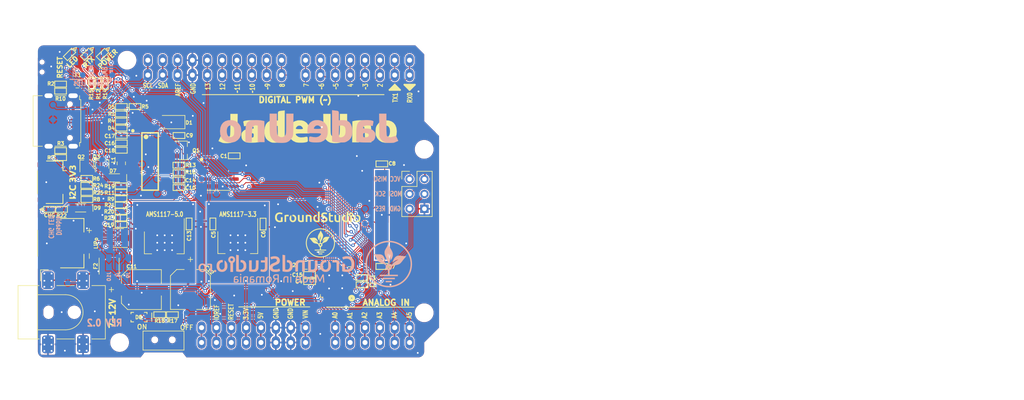
<source format=kicad_pcb>
(kicad_pcb (version 20211014) (generator pcbnew)
  (layers (0 "F.Cu" signal "Top") (31 "B.Cu" signal "Bottom") (34 "B.Paste" user) (35 "F.Paste" user) (36 "B.SilkS" user "B.Silkscreen") (37 "F.SilkS" user "F.Silkscreen") (38 "B.Mask" user) (39 "F.Mask" user) (44 "Edge.Cuts" user))
  (net 0 "")
  (net 1 "GND")
  (net 2 "+5V")
  (net 3 "AREF")
  (net 4 "+3V3")
  (net 5 "Net-(C10-Pad1)")
  (net 6 "XTAL1")
  (net 7 "XTAL2")
  (net 8 "Net-(D4-Pad1)")
  (net 9 "TX1")
  (net 10 "RX0")
  (net 11 "USB_VCC")
  (net 12 "D13_SCK")
  (net 13 "D12_MISO")
  (net 14 "D11_MOSI")
  (net 15 "D10_SS")
  (net 16 "D9")
  (net 17 "D8")
  (net 18 "D7")
  (net 19 "D6")
  (net 20 "D5")
  (net 21 "D4")
  (net 22 "D3")
  (net 23 "D2")
  (net 24 "RES")
  (net 25 "A3")
  (net 26 "A2")
  (net 27 "A1")
  (net 28 "A0")
  (net 29 "Net-(Q1-Pad1)")
  (net 30 "UD+")
  (net 31 "L_CMD")
  (net 32 "UD-")
  (net 33 "Net-(U3-Pad22)")
  (net 34 "Net-(U3-Pad19)")
  (net 35 "Net-(D8-Pad2)")
  (net 36 "A4_SDA")
  (net 37 "A5_SCL")
  (net 38 "NC")
  (net 39 "Net-(C15-Pad1)")
  (net 40 "D+")
  (net 41 "D-")
  (net 42 "VBUS")
  (net 43 "Net-(USB1-PadB8)")
  (net 44 "Net-(USB1-PadA8)")
  (net 45 "Net-(D6-Pad1)")
  (net 46 "Net-(IC1-Pad15)")
  (net 47 "Net-(IC1-Pad14)")
  (net 48 "Net-(IC1-Pad13)")
  (net 49 "Net-(IC1-Pad12)")
  (net 50 "Net-(IC1-Pad5)")
  (net 51 "Net-(R3-Pad2)")
  (net 52 "Net-(R10-Pad1)")
  (net 53 "Net-(C18-Pad1)")
  (net 54 "IOREF")
  (net 55 "Net-(R11-Pad2)")
  (net 56 "IC1_RX")
  (net 57 "Net-(IC1-Pad7)")
  (net 58 "IC1_TX")
  (net 59 "Net-(SW1-Pad1)")
  (net 60 "Net-(C14-Pad1)")
  (net 61 "+BAT")
  (net 62 "Net-(D10-Pad2)")
  (net 63 "Net-(D10-Pad1)")
  (net 64 "Net-(IC2-Pad5)")
  (net 65 "CHRG")
  (net 66 "Net-(R17-Pad1)")
  (net 67 "Net-(J2-Pad4)")
  (net 68 "Net-(J2-Pad3)")
  (net 69 "VIN")
  (net 70 "Net-(D6-Pad2)")
  (net 71 "Net-(D3-Pad2)")
  (net 72 "Net-(D2-Pad2)")
  (net 73 "Net-(IC1-Pad8)")
  (net 74 "Net-(F2-Pad2)")
  (net 75 "Net-(J14-Pad2)")
  (net 76 "Net-(J13-Pad2)")
  (net 77 "Net-(J1-Pad1)")
  (footprint "GS_Local:C_0402" (layer "F.Cu") (at 125.87224 113.0554 -90)
    (fp_text reference "C5")
    (fp_text value "C_0402_10uF_10V")
  )
  (footprint "GS_Local:PinHeader_1x10_P2.54mm_Vertical_Female" (layer "F.Cu") (at 137.6165 85.0636 -90)
    (fp_text reference "J3")
    (fp_text value "PinHeader_1x10_P2.54_V_F")
  )
  (footprint "GS_Local:SOT-223" (layer "F.Cu") (at 130.13392 116.21894 -90)
    (fp_text reference "U2")
    (fp_text value "SOT-223 AMS1117-3.3")
  )
  (footprint "GS_Local:PinHeader_1x06_P2.54mm_Vertical_Female" (layer "F.Cu") (at 146.80184 133.3246 90)
    (fp_text reference "J6")
    (fp_text value "PinHeader_1x6_P2.54_V_F")
  )
  (footprint "GS_Local:PinHeader_1x08_P2.54mm_Vertical_Female" (layer "F.Cu") (at 123.94184 133.3246 90)
    (fp_text reference "J5")
    (fp_text value "PinHeader_1x8_P2.54_V_F")
  )
  (footprint "GS_Local:PinHeader_1x08_P2.54mm_Vertical_Female" (layer "F.Cu") (at 159.5012 85.0619 -90)
    (fp_text reference "J4")
    (fp_text value "PinHeader_1x8_P2.54_V_F")
  )
  (footprint "GS_Local:K3-1296S-E2" (layer "F.Cu") (at 117.4369 132.8674 180)
    (fp_text reference "SW1")
    (fp_text value "K3-1296S-E2")
  )
  (footprint "GS_Local:Fiducial_0.75mm_Mask1.5mm" (layer "F.Cu") (at 108.65104 91.79052)
    (fp_text reference "FID1")
    (fp_text value "Fiducial")
  )
  (footprint "GS_Local:Fiducial_0.75mm_Mask1.5mm" (layer "F.Cu") (at 161.73704 122.8852 90)
    (fp_text reference "FID2")
    (fp_text value "Fiducial")
  )
  (footprint "GS_Local:C_0402" (layer "F.Cu") (at 121.80824 113.0554 -90)
    (fp_text reference "C13")
    (fp_text value "C_0402_100nF_16V")
  )
  (footprint "GS_Local:QFN-32-1EP_5x5mm_P0.5mm_EP3.1x3.1mm" (layer "F.Cu") (at 146.8628 122.97664 180)
    (fp_text reference "U3")
    (fp_text value "ATmega328P-MU")
  )
  (footprint "GS_Local:C_0402" (layer "F.Cu") (at 151.37892 123.46686)
    (fp_text reference "C2")
    (fp_text value "C_0402_100nF_16V")
  )
  (footprint "GS_Local:C_0402" (layer "F.Cu") (at 151.35352 122.23496)
    (fp_text reference "C3")
    (fp_text value "C_0402_100nF_16V")
  )
  (footprint "GS_Local:TestPoint" (layer "F.Cu") (at 126.48184 107.9246)
    (fp_text reference "TP3")
    (fp_text value "TP_LCMD")
  )
  (footprint "GS_Local:TestPoint" (layer "F.Cu") (at 121.40184 102.8446)
    (fp_text reference "TP5")
    (fp_text value "TP_GATE")
  )
  (footprint "GS_Local:TestPoint" (layer "F.Cu") (at 123.94184 105.3846)
    (fp_text reference "TP6")
    (fp_text value "TP_CMP")
  )
  (footprint "GS_Local:TestPoint" (layer "F.Cu") (at 151.88184 113.0046 -90)
    (fp_text reference "TP16")
    (fp_text value "TP_XT1")
  )
  (footprint "GS_Local:TestPoint" (layer "F.Cu") (at 121.40184 128.2446)
    (fp_text reference "TP17")
    (fp_text value "TP_VCC")
  )
  (footprint "GS_Local:TestPoint" (layer "F.Cu") (at 151.88184 110.4646 -90)
    (fp_text reference "TP18")
    (fp_text value "TP_XT2")
  )
  (footprint "GS_Local:TestPoint" (layer "F.Cu") (at 101.08184 123.1646)
    (fp_text reference "TP23")
    (fp_text value "TP_PWRIN")
  )
  (footprint "GS_Local:C_0402" (layer "F.Cu") (at 134.45744 113.0832 -90)
    (fp_text reference "C6")
    (fp_text value "C_0402_10uF_10V")
  )
  (footprint "GS_Local:L_0805" (layer "F.Cu") (at 141.75232 120.08866)
    (fp_text reference "L2")
    (fp_text value "L_0805_SCMI201209X100KT")
  )
  (footprint "GS_Local:C_0402" (layer "F.Cu") (at 142.40002 121.71426 180)
    (fp_text reference "C15")
    (fp_text value "C_0402_100nF_16V")
  )
  (footprint "GS_Local:L_0805" (layer "F.Cu") (at 110.22584 102.6922 -90)
    (fp_text reference "L1")
    (fp_text value "L_0805_BLM21PG221SN1D")
  )
  (footprint "GS_Local:TestPoint" (layer "F.Cu") (at 98.54184 92.6846)
    (fp_text reference "TP1")
    (fp_text value "TP_VBUS")
  )
  (footprint "GS_Local:TestPoint" (layer "F.Cu") (at 116.32184 97.7646)
    (fp_text reference "TP2")
    (fp_text value "TP_USBVCC")
  )
  (footprint "GS_Local:USB_C_C167321" (layer "F.Cu") (at 98.8498 95.4532 -90)
    (fp_text reference "USB1")
    (fp_text value "USB_C 918-418K2023S40001")
  )
  (footprint "GS_Local:C_0402" (layer "F.Cu") (at 142.41272 122.92076 180)
    (fp_text reference "C4")
    (fp_text value "C_0402_100nF_16V")
  )
  (footprint "GS_Local:TestPoint" (layer "F.Cu") (at 113.78184 102.8446)
    (fp_text reference "TP7")
    (fp_text value "TP_TX")
  )
  (footprint "GS_Local:TestPoint" (layer "F.Cu") (at 98.54184 95.2246)
    (fp_text reference "TP4")
    (fp_text value "TP_USH")
  )
  (footprint "GS_Local:TestPoint" (layer "F.Cu") (at 116.32184 107.9246)
    (fp_text reference "TP19")
    (fp_text value "TP_DTR")
  )
  (footprint "GS_Local:R_0402" (layer "F.Cu") (at 99.84486 100.51796)
    (fp_text reference "R3")
    (fp_text value "R_0402_5.1k")
  )
  (footprint "GS_Local:R_0402" (layer "F.Cu") (at 99.83216 90.35796 180)
    (fp_text reference "R10")
    (fp_text value "R_0402_5.1k")
  )
  (footprint "GS_Local:DC-005-5.5-2.0MM-SMD" (layer "F.Cu") (at 100.68052 128.1557)
    (fp_text reference "J8")
    (fp_text value "DC-005-5.5-Barr_Jck_SMD")
  )
  (footprint "GS_Local:R_0402" (layer "F.Cu") (at 99.84232 89.15146)
    (fp_text reference "R2")
    (fp_text value "R_0402_10k")
  )
  (footprint "GS_Local:R_0402" (layer "F.Cu") (at 110.18012 107.6452)
    (fp_text reference "R11")
    (fp_text value "R_0402_10k")
  )
  (footprint "GS_Local:C_0402" (layer "F.Cu") (at 110.18012 113.157 180)
    (fp_text reference "C19")
    (fp_text value "C_0402_1uF_10V")
  )
  (footprint "GS_Local:SOD-323" (layer "F.Cu") (at 103.27132 110.30966 180)
    (fp_text reference "D9")
    (fp_text value "SOD-323 SD103AWS")
  )
  (footprint "GS_Local:LED_0402" (layer "F.Cu") (at 97.96272 110.55858)
    (fp_text reference "D10")
    (fp_text value "LED_0402_GREEN")
  )
  (footprint "GS_Local:R_0402" (layer "F.Cu") (at 118.96344 128.5748)
    (fp_text reference "R17")
    (fp_text value "DNP")
  )
  (footprint "GS_Local:R_0402" (layer "F.Cu") (at 116.77904 128.5748)
    (fp_text reference "R18")
    (fp_text value "R_0402_0")
  )
  (footprint "GS_Local:R_0402" (layer "F.Cu") (at 110.1852 106.553)
    (fp_text reference "R19")
    (fp_text value "DNP")
  )
  (footprint "GS_Local:R_0402" (layer "F.Cu") (at 110.18012 109.82706 180)
    (fp_text reference "R21")
    (fp_text value "R_0402_820k")
  )
  (footprint "GS_Local:R_0402" (layer "F.Cu") (at 100.00488 110.55858)
    (fp_text reference "R22")
    (fp_text value "R_0402_20k")
  )
  (footprint "GS_Local:R_0402" (layer "F.Cu") (at 110.18012 112.0394 180)
    (fp_text reference "R23")
    (fp_text value "R_0402_2k")
  )
  (footprint "GS_Local:TS24CA" (layer "F.Cu") (at 96.6724 86.233 90)
    (fp_text reference "SW2")
    (fp_text value "TS24CA")
  )
  (footprint "GS_Local:C_0402" (layer "F.Cu") (at 110.23092 99.20986)
    (fp_text reference "C16")
    (fp_text value "C_0402_47pF_50V")
  )
  (footprint "GS_Local:C_0402" (layer "F.Cu") (at 110.23092 100.45446 180)
    (fp_text reference "C18")
    (fp_text value "C_0402_1uF_10V")
  )
  (footprint "GS_Local:R_0402" (layer "F.Cu") (at 110.23092 92.98686)
    (fp_text reference "D5")
    (fp_text value "R_0402_PS0402V014AT")
  )
  (footprint "GS_Local:R_0402" (layer "F.Cu") (at 110.20552 96.68002 180)
    (fp_text reference "D4")
    (fp_text value "R_0402_PS0402V014AT")
  )
  (footprint "GS_Local:C_0402" (layer "F.Cu") (at 110.2209 97.92208)
    (fp_text reference "C17")
    (fp_text value "C_0402_47pF_50V")
  )
  (footprint "GS_Local:R_0402" (layer "F.Cu") (at 110.2106 94.23908)
    (fp_text reference "R1")
    (fp_text value "R_0402_33")
  )
  (footprint "GS_Local:R_0402" (layer "F.Cu") (at 110.20552 95.47352)
    (fp_text reference "R4")
    (fp_text value "R_0402_33")
  )
  (footprint "GS_Local:D_1206" (layer "F.Cu") (at 118.81104 95.64624 180)
    (fp_text reference "D1")
    (fp_text value "D_1206_CD1206-S01575")
  )
  (footprint "GS_Local:SOT-23-5" (layer "F.Cu") (at 109.71784 115.4684 180)
    (fp_text reference "IC2")
    (fp_text value "SOT23-5 BRCL4054CME")
  )
  (footprint "GS_Local:SOT-323_SC-70" (layer "F.Cu") (at 104.31018 102.86746 90)
    (fp_text reference "Q2")
    (fp_text value "SOT-323 2N7002PW")
  )
  (footprint "GS_Local:R_0402" (layer "F.Cu") (at 112.56772 92.98686 180)
    (fp_text reference "R5")
    (fp_text value "R_0402_2.2k")
  )
  (footprint "GS_Local:R_0402" (layer "F.Cu") (at 104.3172 105.2646)
    (fp_text reference "R6")
    (fp_text value "R_0402_2.2k")
  )
  (footprint "GS_Local:R_0402" (layer "F.Cu") (at 99.84994 101.70922)
    (fp_text reference "R7")
    (fp_text value "R_0402_2.2k")
  )
  (footprint "GS_Local:R_0402" (layer "F.Cu") (at 104.3172 106.4646)
    (fp_text reference "R24")
    (fp_text value "DNP")
  )
  (footprint "GS_Local:R_0402" (layer "F.Cu") (at 104.3272 107.6646)
    (fp_text reference "R25")
    (fp_text value "DNP")
  )
  (footprint "GS_Local:SH__1x04_P1.00mm_Horizontal" (layer "F.Cu") (at 98.1583 105.92448 -90)
    (fp_text reference "J2")
    (fp_text value "SH_1x04_P1.0_H")
  )
  (footprint "GS_Local:R_0402" (layer "F.Cu") (at 104.3372 108.8746)
    (fp_text reference "R8")
    (fp_text value "R_0402_2.2k")
  )
  (footprint "GS_Local:SOT-223" (layer "F.Cu") (at 117.57152 116.24488 -90)
    (fp_text reference "U5")
    (fp_text value "SOT-223 AMS1117-5.0")
  )
  (footprint "GS_Local:SOP-16_150MIL" (layer "F.Cu") (at 115.14582 102.3747 -90)
    (fp_text reference "IC1")
    (fp_text value "SOP-16_150MIL HT42B534-2")
  )
  (footprint "GS_Local:R_0402" (layer "F.Cu") (at 120.08612 104.28986 180)
    (fp_text reference "R16")
    (fp_text value "R_0402_1k")
  )
  (footprint "GS_Local:R_0402" (layer "F.Cu") (at 120.06072 103.01986 180)
    (fp_text reference "R13")
    (fp_text value "R_0402_1k")
  )
  (footprint "GS_Local:C_0402" (layer "F.Cu") (at 120.08612 106.82986)
    (fp_text reference "C10")
    (fp_text value "C_0402_100nF_16V")
  )
  (footprint "GS_Local:C_0402" (layer "F.Cu") (at 129.52222 101.40696 180)
    (fp_text reference "C1")
    (fp_text value "C_0402_100nF_16V")
  )
  (footprint "GS_Local:SOP-8_3.9x4.9mm_P1.27mm" (layer "F.Cu") (at 126.84252 104.74706)
    (fp_text reference "U1")
    (fp_text value "SOP-8_3.9x4.9_P1.27 LM358")
  )
  (footprint "GS_Local:C_0402" (layer "F.Cu") (at 120.08612 105.55986)
    (fp_text reference "C14")
    (fp_text value "C_0402_100nF_16V")
  )
  (footprint "GS_Local:C_0402" (layer "F.Cu") (at 154.7622 102.77856)
    (fp_text reference "C8")
    (fp_text value "C_0402_22pF_50V")
  )
  (footprint "GS_Local:C_0402" (layer "F.Cu") (at 154.7622 120.32234)
    (fp_text reference "C7")
    (fp_text value "C_0402_22pF_50V")
  )
  (footprint "GS_Local:LED_0402" (layer "F.Cu") (at 104.28224 84.05114 -135)
    (fp_text reference "D6")
    (fp_text value "LED_0402_GREEN")
  )
  (footprint "GS_Local:LED_0402" (layer "F.Cu") (at 101.3714 84.07908 -135)
    (fp_text reference "D2")
    (fp_text value "LED_0402_GREEN")
  )
  (footprint "GS_Local:LED_0402" (layer "F.Cu") (at 107.00766 84.09686 -135)
    (fp_text reference "D3")
    (fp_text value "LED_0402_RED")
  )
  (footprint "GS_Local:R_0402" (layer "F.Cu") (at 105.09758 89.03716 -90)
    (fp_text reference "R15")
    (fp_text value "R_0402_20k")
  )
  (footprint "GS_Local:R_0402" (layer "F.Cu") (at 107.48518 89.03716 90)
    (fp_text reference "R14")
    (fp_text value "R_0402_20k")
  )
  (footprint "GS_Local:R_0402" (layer "F.Cu") (at 106.28376 89.02192 -90)
    (fp_text reference "R12")
    (fp_text value "R_0402_20k")
  )
  (footprint "GS_Local:TestPoint" (layer "F.Cu") (at 108.70184 87.6046 180)
    (fp_text reference "TP10")
    (fp_text value "TP_ONL")
  )
  (footprint "GS_Local:TestPoint" (layer "F.Cu") (at 106.16184 90.1446 180)
    (fp_text reference "TP13")
    (fp_text value "TP_RXL")
  )
  (footprint "GS_Local:TestPoint" (layer "F.Cu") (at 103.62184 87.6046 180)
    (fp_text reference "TP8")
    (fp_text value "TP_LL")
  )
  (footprint "GS_Local:PH__1x02_P2.00mm_Horizontal" (layer "F.Cu") (at 103.4796 116.34216 -90)
    (fp_text reference "X1")
    (fp_text value "PH__1x02_P2.0_H")
  )
  (footprint "GS_Local:SOT-323_SC-70" (layer "F.Cu") (at 106.93654 102.86746 90)
    (fp_text reference "Q3")
    (fp_text value "SOT-323 2N7002PW")
  )
  (footprint "GS_Local:C_0402" (layer "F.Cu") (at 120.08612 97.93986)
    (fp_text reference "C9")
    (fp_text value "C_0402_100nF_16V")
  )
  (footprint "GS_Local:SOT-23" (layer "F.Cu") (at 120.74652 100.47986)
    (fp_text reference "Q1")
    (fp_text value "SOT-23 IRLML6402")
  )
  (footprint "GS_Local:TestPoint" (layer "F.Cu") (at 116.32184 105.3846)
    (fp_text reference "TP9")
    (fp_text value "TP_RX")
  )
  (footprint "GS_Local:SOD-123" (layer "F.Cu") (at 113.24844 128.9812 180)
    (fp_text reference "D8")
    (fp_text value "SOD-123 1N4007W")
  )
  (footprint "GS_Local:CP_Elec_6.3x5.4" (layer "F.Cu") (at 113.65484 124.2822)
    (fp_text reference "C11")
    (fp_text value "CP_Elec_6.3x5.4_47uF_25V")
  )
  (footprint "GS_Local:CP_Elec_6.3x5.4" (layer "F.Cu") (at 122.03684 124.2568 -90)
    (fp_text reference "C12")
    (fp_text value "CP_Elec_6.3x5.4_47uF_25V")
  )
  (footprint "GS_Local:SOD-323" (layer "F.Cu") (at 109.0422 105.1814 180)
    (fp_text reference "D7")
    (fp_text value "SOD-323 SD103AWS")
  )
  (footprint "GS_Local:R_0402" (layer "F.Cu") (at 110.18012 108.7374)
    (fp_text reference "R9")
    (fp_text value "R_0402_10k")
  )
  (footprint "GS_Local:Fuse_1812" (layer "F.Cu") (at 108.14304 120.269 90)
    (fp_text reference "F2")
    (fp_text value "Fuse_1812_MF-MSMF050-2")
  )
  (footprint "GS_Local:Crystal_HC49-SMD" (layer "F.Cu") (at 154.7622 111.49076 90)
    (fp_text reference "Y1")
    (fp_text value "HC49-SMD 5M0-1600A2020")
  )
  (footprint "GS_Local:PinHeader_2x03_P2.54mm_Vertical_Male" (layer "F.Cu") (at 159.50184 105.3846)
    (fp_text reference "J7")
    (fp_text value "PinHeader_2x03_P2.54_V_M")
  )
  (footprint "GS_Branding:GS_Logo2_5x5" (layer "F.Cu") (at 144.26184 116.3066)
    (fp_text reference "G***")
    (fp_text value "LOGO")
  )
  (footprint "GS_Local:R_0402" (layer "F.Cu") (at 110.18012 110.91926 180)
    (fp_text reference "R20")
    (fp_text value "R_0402_2k")
  )
  (footprint "GS_Local:R_0805" (layer "F.Cu") (at 102.70998 89.08796 180)
    (fp_text reference "F1")
    (fp_text value "Fuse_0805_MF-PSMF050X-2")
  )
  (footprint "GS_Branding:Jade Uno 30.8x6mm" (layer "F.Cu") (at 142.22222 96.49206)
    (fp_text reference "G***")
    (fp_text value "LOGO")
  )
  (footprint "GS_Branding:GS_GroundStudio_14.6x1.8" (layer "F.Cu") (at 143.80464 111.8362)
    (fp_text reference "G***")
    (fp_text value "LOGO")
  )
  (footprint "GS_Branding:I2C 3V3 5.9x1.3mm" (layer "F.Cu") (at 101.9048 105.91292 90)
    (fp_text reference "G***")
    (fp_text value "LOGO")
  )
  (footprint "GS_Local:PinHeader_1x08_P2.54mm_Vertical_Female" (layer "B.Cu") (at 123.94184 130.7846 -90)
    (fp_text reference "TP14")
    (fp_text value "DNP")
  )
  (footprint "GS_Local:PinHeader_1x06_P2.54mm_Vertical_Female" (layer "B.Cu") (at 146.80184 130.7846 -90)
    (fp_text reference "TP15")
    (fp_text value "DNP")
  )
  (footprint "GS_Local:PinHeader_1x10_P2.54mm_Vertical_Female" (layer "B.Cu") (at 137.6172 87.6046 90)
    (fp_text reference "TP11")
    (fp_text value "DNP")
  )
  (footprint "GS_Local:PinHeader_1x08_P2.54mm_Vertical_Female" (layer "B.Cu") (at 159.5012 87.6046 90)
    (fp_text reference "TP12")
    (fp_text value "DNP")
  )
  (footprint "GS_Local:SolderJumper_NO" (layer "B.Cu") (at 111.42472 119.634 -90)
    (fp_text reference "J9")
    (fp_text value "CONNECT TO READ CHRG LVL ON A0")
  )
  (footprint "GS_Local:SolderJumper_NC" (layer "B.Cu") (at 105.01376 84.5312 90)
    (fp_text reference "J12")
    (fp_text value "SolderJumper_NC")
  )
  (footprint "GS_Local:SolderJumper_NC" (layer "B.Cu") (at 107.38358 84.5312 90)
    (fp_text reference "J13")
    (fp_text value "SolderJumper_NC")
  )
  (footprint "GS_Local:SolderJumper_NC" (layer "B.Cu") (at 98.88982 110.7948 180)
    (fp_text reference "J11")
    (fp_text value "SolderJumper_NC")
  )
  (footprint "GS_Local:SolderJumper_NC" (layer "B.Cu") (at 102.33914 84.51342 90)
    (fp_text reference "J14")
    (fp_text value "SolderJumper_NC")
  )
  (footprint "GS_Local:SolderJumper_NO" (layer "B.Cu") (at 108.09224 119.6213 -90)
    (fp_text reference "J10")
    (fp_text value "CONNECT TO READ BATT LVL ON A1")
  )
  (footprint "GS_Local:SolderJumper_NO" (layer "B.Cu") (at 109.74324 119.63146 -90)
    (fp_text reference "J1")
    (fp_text value "CONNECT & SET D4 HIGH TO READ CHRG LVL ON A0")
  )
  (footprint "GS_Branding:Jade Uno 30.8x6mm" (layer "B.Cu") (at 142.18666 96.45396 180)
    (fp_text reference "G***")
    (fp_text value "LOGO")
  )
  (footprint "GS_Branding:GS_.ro_3.4x1.8" (layer "B.Cu") (at 124.95784 120.5738 180)
    (fp_text reference "G***")
    (fp_text value "LOGO")
  )
  (footprint "GS_Branding:GS_Made in Romania_15.5x1.6" (layer "B.Cu") (at 137.20064 122.301 180)
    (fp_text reference "G***")
    (fp_text value "LOGO")
  )
  (footprint "GS_Branding:GS_Logo2_8x8" (layer "B.Cu") (at 155.94584 119.9134 180)
    (fp_text reference "G***")
    (fp_text value "LOGO")
  )
  (footprint "GS_Branding:GS_GroundStudio_23.6x3" (layer "B.Cu") (at 138.29284 119.7864 180)
    (fp_text reference "G***")
    (fp_text value "LOGO")
  )
  (gr_line (start 101.41712 88.34882) (end 108.6739 88.34882) (layer "B.SilkS") (width 0.1524))
  (gr_line (start 159.5113 89.6356) (end 159.5113 89.7626) (layer "F.SilkS") (width 0.3048))
  (gr_line (start 158.6223 89.2546) (end 159.5113 90.1436) (layer "F.SilkS") (width 0.3048))
  (gr_line (start 159.5113 89.8896) (end 159.1303 89.5086) (layer "F.SilkS") (width 0.3048))
  (gr_line (start 159.0033 89.3816) (end 160.0193 89.3816) (layer "F.SilkS") (width 0.3048))
  (gr_line (start 159.5113 90.1436) (end 160.4003 89.2546) (layer "F.SilkS") (width 0.3048))
  (gr_line (start 160.4003 89.2546) (end 158.6223 89.2546) (layer "F.SilkS") (width 0.3048))
  (gr_line (start 160.0193 89.3816) (end 159.5113 89.8896) (layer "F.SilkS") (width 0.3048))
  (gr_line (start 159.1303 89.5086) (end 159.6383 89.5086) (layer "F.SilkS") (width 0.3048))
  (gr_line (start 124.05614 90.95232) (end 155.1305 90.95232) (layer "F.SilkS") (width 0.1524))
  (gr_line (start 145.288 127.2794) (end 160.25368 127.2794) (layer "F.SilkS") (width 0.1524))
  (gr_line (start 157.4793 90.0166) (end 156.7173 90.0166) (layer "F.SilkS") (width 0.3048))
  (gr_line (start 130.29692 127.23622) (end 142.44066 127.23622) (layer "F.SilkS") (width 0.1524))
  (gr_line (start 156.0823 90.1436) (end 157.8603 90.1436) (layer "F.SilkS") (width 0.3048))
  (gr_line (start 156.7173 90.0166) (end 157.0983 89.7626) (layer "F.SilkS") (width 0.3048))
  (gr_line (start 156.4633 90.0166) (end 156.9713 89.5086) (layer "F.SilkS") (width 0.3048))
  (gr_line (start 156.9713 89.2546) (end 156.0823 90.1436) (layer "F.SilkS") (width 0.3048))
  (gr_line (start 157.8603 90.1436) (end 156.9713 89.2546) (layer "F.SilkS") (width 0.3048))
  (gr_line (start 156.9713 89.5086) (end 157.4793 90.0166) (layer "F.SilkS") (width 0.3048))
  (gr_line (start 113.53292 135.8636) (end 96.9605 135.8636) (layer "Edge.Cuts") (width 0.00254))
  (gr_line (start 114.19332 135.02386) (end 113.53292 135.8636) (layer "Edge.Cuts") (width 0.00254))
  (gr_line (start 120.69572 135.02386) (end 114.19332 135.02386) (layer "Edge.Cuts") (width 0.00254))
  (gr_line (start 121.35612 135.8636) (end 120.69572 135.02386) (layer "Edge.Cuts") (width 0.00254))
  (gr_circle (center 162.000946 100.302061) (end 163.600892 100.302061) (layer "Edge.Cuts") (width 0.00254) (fill none))
  (gr_line (start 95.9605 134.8636) (end 95.9605 83.5236) (layer "Edge.Cuts") (width 0.00254))
  (gr_arc (start 162.0005 134.8636) (mid 161.707607 135.570707) (end 161.0005 135.8636) (layer "Edge.Cuts") (width 0.00254))
  (gr_circle (center 111.2012 85.06206) (end 112.801146 85.06206) (layer "Edge.Cuts") (width 0.00254) (fill none))
  (gr_line (start 161.0005 135.8636) (end 121.35612 135.8636) (layer "Edge.Cuts") (width 0.00254))
  (gr_arc (start 96.9605 135.8636) (mid 96.253393 135.570707) (end 95.9605 134.8636) (layer "Edge.Cuts") (width 0.00254))
  (gr_circle (center 162.000946 128.24206) (end 163.600892 128.24206) (layer "Edge.Cuts") (width 0.00254) (fill none))
  (gr_line (start 162.0005 133.3236) (end 162.0005 134.8636) (layer "Edge.Cuts") (width 0.00254))
  (gr_line (start 160.4765 82.5236) (end 162.0005 84.0476) (layer "Edge.Cuts") (width 0.00254))
  (gr_line (start 162.0005 84.0476) (end 162.0005 95.4776) (layer "Edge.Cuts") (width 0.00254))
  (gr_line (start 164.5405 98.0176) (end 164.5405 130.7836) (layer "Edge.Cuts") (width 0.00254))
  (gr_line (start 162.0005 95.4776) (end 164.5405 98.0176) (layer "Edge.Cuts") (width 0.00254))
  (gr_line (start 96.9605 82.5236) (end 160.4765 82.5236) (layer "Edge.Cuts") (width 0.00254))
  (gr_line (start 164.5405 130.7836) (end 162.0005 133.3236) (layer "Edge.Cuts") (width 0.00254))
  (gr_arc (start 95.9605 83.5236) (mid 96.253393 82.816493) (end 96.9605 82.5236) (layer "Edge.Cuts") (width 0.00254))
  (gr_circle (center 109.931199 133.32206) (end 111.531145 133.32206) (layer "Edge.Cuts") (width 0.00254) (fill none))
  (gr_text "MOSI" (at 157.0482 107.9246) (layer "B.SilkS") (effects (font (size 0.8128 0.6096) (thickness 0.1524)) (justify mirror)))
  (gr_text "MISO" (at 154.5082 105.3846) (layer "B.SilkS") (effects (font (size 0.8128 0.6096) (thickness 0.1524)) (justify mirror)))
  (gr_text "SCK" (at 154.5082 107.9246) (layer "B.SilkS") (effects (font (size 0.8128 0.6096) (thickness 0.1524)) (justify mirror)))
  (gr_text "RES" (at 154.5082 110.4646) (layer "B.SilkS") (effects (font (size 0.8128 0.6096) (thickness 0.1524)) (justify mirror)))
  (gr_text "GND" (at 157.0482 110.4646) (layer "B.SilkS") (effects (font (size 0.8128 0.6096) (thickness 0.1524)) (justify mirror)))
  (gr_text "REV 0.2" (at 107.36072 129.9718) (layer "B.SilkS") (effects (font (size 1.143 1.016) (thickness 0.254)) (justify mirror)))
  (gr_text "RTX" (at 105.01122 87.122 270) (layer "B.SilkS") (effects (font (size 0.8128 0.6096) (thickness 0.1524)) (justify mirror)))
  (gr_text "PWR" (at 107.3531 87.122 270) (layer "B.SilkS") (effects (font (size 0.8128 0.6096) (thickness 0.1524)) (justify mirror)))
  (gr_text " Disable\nCHG LED" (at 98.87458 113.5634 270) (layer "B.SilkS") (effects (font (size 0.8128 0.6096) (thickness 0.1524)) (justify mirror)))
  (gr_text "Disable LEDs" (at 105.01884 89.0016) (layer "B.SilkS") (effects (font (size 0.8128 0.6096) (thickness 0.1524)) (justify mirror)))
  (gr_text "LED" (at 102.35184 87.122 270) (layer "B.SilkS") (effects (font (size 0.8128 0.6096) (thickness 0.1524)) (justify mirror)))
  (gr_text "VCC" (at 157.0482 105.3846) (layer "B.SilkS") (effects (font (size 0.8128 0.6096) (thickness 0.1524)) (justify mirror)))
  (gr_text "SDA" (at 117.348 89.408) (layer "F.SilkS") (effects (font (size 0.8128 0.6096) (thickness 0.1524))))
  (gr_text "AREF" (at 119.9388 90.1192 90) (layer "F.SilkS") (effects (font (size 0.8128 0.6096) (thickness 0.1524))))
  (gr_text "GND" (at 122.5042 89.916 90) (layer "F.SilkS") (effects (font (size 0.8128 0.6096) (thickness 0.1524))))
  (gr_text "13" (at 125.0188 89.5858 90) (layer "F.SilkS") (effects (font (size 0.8128 0.6096) (thickness 0.1524))))
  (gr_text "12" (at 127.5334 89.5858 90) (layer "F.SilkS") (effects (font (size 0.8128 0.6096) (thickness 0.1524))))
  (gr_text "~11" (at 130.048 89.8398 90) (layer "F.SilkS") (effects (font (size 0.8128 0.6096) (thickness 0.1524))))
  (gr_text "~9" (at 135.2296 89.5604 90) (layer "F.SilkS") (effects (font (size 0.8128 0.6096) (thickness 0.1524))))
  (gr_text "8" (at 137.7442 89.3572 90) (layer "F.SilkS") (effects (font (size 0.8128 0.6096) (thickness 0.1524))))
  (gr_text "~10" (at 132.6388 89.8652 90) (layer "F.SilkS") (effects (font (size 0.8128 0.6096) (thickness 0.1524))))
  (gr_text "7" (at 141.859 89.3318 90) (layer "F.SilkS") (effects (font (size 0.8128 0.6096) (thickness 0.1524))))
  (gr_text "~6" (at 144.4498 89.535 90) (layer "F.SilkS") (effects (font (size 0.8128 0.6096) (thickness 0.1524))))
  (gr_text "~5" (at 146.9136 89.535 90) (layer "F.SilkS") (effects (font (size 0.8128 0.6096) (thickness 0.1524))))
  (gr_text "4" (at 149.4282 89.3572 90) (layer "F.SilkS") (effects (font (size 0.8128 0.6096) (thickness 0.1524))))
  (gr_text "~3" (at 151.9682 89.5604 90) (layer "F.SilkS") (effects (font (size 0.8128 0.6096) (thickness 0.1524))))
  (gr_text "2" (at 154.4828 89.3572 90) (layer "F.SilkS") (effects (font (size 0.8128 0.6096) (thickness 0.1524))))
  (gr_text "TX1" (at 157.0736 91.4654 90) (layer "F.SilkS") (effects (font (size 0.8128 0.6096) (thickness 0.1524))))
  (gr_text "RX0" (at 159.5628 91.4654 90) (layer "F.SilkS") (effects (font (size 0.8128 0.6096) (thickness 0.1524))))
  (gr_text "VIN" (at 141.7066 128.4986 90) (layer "F.SilkS") (effects (font (size 0.8128 0.6096) (thickness 0.1524))))
  (gr_text "GND\n" (at 139.1412 128.3716 90) (layer "F.SilkS") (effects (font (size 0.8128 0.6096) (thickness 0.1524))))
  (gr_text "GND\n" (at 136.6774 128.3716 90) (layer "F.SilkS") (effects (font (size 0.8128 0.6096) (thickness 0.1524))))
  (gr_text "5V" (at 134.0358 128.7018 90) (layer "F.SilkS") (effects (font (size 0.8128 0.6096) (thickness 0.1524))))
  (gr_text "3.3V" (at 131.53644 128.4478 90) (layer "F.SilkS") (effects (font (size 0.8128 0.6096) (thickness 0.1524))))
  (gr_text "RESET" (at 128.9812 128.07188 90) (layer "F.SilkS") (effects (font (size 0.8128 0.6096) (thickness 0.1524))))
  (gr_text "IOREF" (at 126.51994 128.15316 90) (layer "F.SilkS") (effects (font (size 0.8128 0.6096) (thickness 0.1524))))
  (gr_text "POWER" (at 139.08786 126.48438) (layer "F.SilkS") (effects (font (size 1.016 1.016) (thickness 0.254))))
  (gr_text "DIGITAL PWM (~)" (at 139.92606 91.8464) (layer "F.SilkS") (effects (font (size 1.016 1.016) (thickness 0.254))))
  (gr_text "A5" (at 159.4612 128.6764 90) (layer "F.SilkS") (effects (font (size 0.8128 0.6096) (thickness 0.1524))))
  (gr_text "ANALOG IN" (at 155.5242 126.50724) (layer "F.SilkS") (effects (font (size 1.016 1.016) (thickness 0.254))))
  (gr_text "A1" (at 149.3012 128.6764 90) (layer "F.SilkS") (effects (font (size 0.8128 0.6096) (thickness 0.1524))))
  (gr_text "A3" (at 154.3812 128.6764 90) (layer "F.SilkS") (effects (font (size 0.8128 0.6096) (thickness 0.1524))))
  (gr_text "A2" (at 151.8158 128.6764 90) (layer "F.SilkS") (effects (font (size 0.8128 0.6096) (thickness 0.1524))))
  (gr_text "A4" (at 156.9212 128.6764 90) (layer "F.SilkS") (effects (font (size 0.8128 0.6096) (thickness 0.1524))))
  (gr_text "A0" (at 146.7612 128.6764 90) (layer "F.SilkS") (effects (font (size 0.8128 0.6096) (thickness 0.1524))))
  (gr_text "RESET" (at 99.73056 86.3092 90) (layer "F.SilkS") (effects (font (size 0.8128 0.8128) (thickness 0.2032))))
  (gr_text "CHG" (at 97.94748 111.57458) (layer "F.SilkS") (effects (font (size 0.6096 0.6096) (thickness 0.1524))))
  (gr_text "LiPo" (at 105.89768 116.34724 90) (layer "F.SilkS") (effects (font (size 0.6096 0.6096) (thickness 0.1524))))
  (gr_text "OFF" (at 121.40184 130.7592) (layer "F.SilkS") (effects (font (size 0.8128 0.8128) (thickness 0.1524))))
  (gr_text "LED" (at 101.854 85.35162 45) (layer "F.SilkS") (effects (font (size 0.8128 0.8128) (thickness 0.2032))))
  (gr_text "POWER" (at 107.94238 84.87156 45) (layer "F.SilkS") (effects (font (size 0.8128 0.8128) (thickness 0.2032))))
  (gr_text "RTX" (at 104.648 85.4329 45) (layer "F.SilkS") (effects (font (size 0.8128 0.8128) (thickness 0.2032))))
  (gr_text "AMS1117-5.0" (at 117.63756 111.39932) (layer "F.SilkS") (effects (font (size 0.8128 0.6096) (thickness 0.1524))))
  (gr_text "7-12V" (at 108.70692 128.36906 90) (layer "F.SilkS") (effects (font (size 1.016 1.016) (thickness 0.254))))
  (gr_text "SCL" (at 114.77244 89.408) (layer "F.SilkS") (effects (font (size 0.8128 0.6096) (thickness 0.1524))))
  (gr_text "AMS1117-3.3" (at 130.15722 111.41202) (layer "F.SilkS") (effects (font (size 0.8128 0.6096) (thickness 0.1524))))
  (gr_text "ON" (at 113.77422 130.6576) (layer "F.SilkS") (effects (font (size 0.8128 0.8128) (thickness 0.1524))))
  (segment (start 125.87224 113.5404) (end 123.86324 113.5404) (width 0.254) (layer "F.Cu") (net 1))
  (segment (start 121.2869 133.9674) (end 121.2869 133.96786) (width 0.254) (layer "F.Cu") (net 1))
  (segment (start 148.30736 123.72664) (end 147.98294 124.05106) (width 0.254) (layer "F.Cu") (net 1))
  (segment (start 149.3003 122.72664) (end 147.1128 122.72664) (width 0.254) (layer "F.Cu") (net 1))
  (segment (start 103.05542 92.10802) (end 103.05542 92.40774) (width 0.254) (layer "F.Cu") (net 1))
  (segment (start 121.2869 131.86854) (end 121.29008 131.87172) (width 0.254) (layer "F.Cu") (net 1))
  (segment (start 121.80824 113.5404) (end 120.31704 113.5404) (width 0.254) (layer "F.Cu") (net 1))
  (segment (start 123.86324 113.5404) (end 123.84024 113.5634) (width 0.254) (layer "F.Cu") (net 1))
  (segment (start 134.45744 113.5682) (end 132.93318 113.5682) (width 0.254) (layer "F.Cu") (net 1))
  (segment (start 113.5869 131.7674) (end 113.5869 131.76694) (width 0.254) (layer "F.Cu") (net 1))
  (segment (start 109.69512 113.157) (end 109.69512 113.0094) (width 0.254) (layer "F.Cu") (net 1))
  (segment (start 122.3765 85.0636) (end 122.3765 87.6039) (width 0.254) (layer "F.Cu") (net 1))
  (segment (start 103.05542 98.80346) (end 103.05542 98.50374) (width 0.254) (layer "F.Cu") (net 1))
  (segment (start 147.1128 122.72664) (end 146.8628 122.97664) (width 0.254) (layer "F.Cu") (net 1))
  (segment (start 149.3003 123.72664) (end 148.30736 123.72664) (width 0.254) (layer "F.Cu") (net 1))
  (segment (start 155.83916 111.506) (end 156.23032 111.506) (width 0.254) (layer "F.Cu") (net 1))
  (segment (start 146.6128 123.22664) (end 146.8628 122.97664) (width 0.254) (layer "F.Cu") (net 1))
  (segment (start 121.80824 113.5404) (end 123.81724 113.5404) (width 0.254) (layer "F.Cu") (net 1))
  (segment (start 134.45744 113.5682) (end 136.44344 113.5682) (width 0.254) (layer "F.Cu") (net 1))
  (segment (start 98.0059 102.92728) (end 98.0073 102.92728) (width 0.254) (layer "F.Cu") (net 1))
  (segment (start 98.0313 108.92168) (end 98.03244 108.92168) (width 0.254) (layer "F.Cu") (net 1))
  (segment (start 132.93318 113.5682) (end 132.43392 113.06894) (width 0.254) (layer "F.Cu") (net 1))
  (segment (start 109.69512 113.0094) (end 110.66512 112.0394) (width 0.254) (layer "F.Cu") (net 1))
  (segment (start 136.44344 113.5682) (end 136.48944 113.6142) (width 0.254) (layer "F.Cu") (net 1))
  (segment (start 121.2869 131.8674) (end 121.2869 131.86854) (width 0.254) (layer "F.Cu") (net 1))
  (segment (start 144.4253 123.22664) (end 146.6128 123.22664) (width 0.254) (layer "F.Cu") (net 1))
  (segment (start 123.81724 113.5404) (end 123.84024 113.5634) (width 0.254) (layer "F.Cu") (net 1))
  (segment (start 113.5869 133.9674) (end 113.5869 133.9577) (width 0.254) (layer "F.Cu") (net 1))
  (segment (start 121.2869 133.96786) (end 121.285 133.96976) (width 0.254) (layer "F.Cu") (net 1))
  (segment (start 122.3765 87.6039) (end 122.3772 87.6046) (width 0.254) (layer "F.Cu") (net 1))
  (segment (start 120.31704 113.5404) (end 119.87152 113.09488) (width 0.254) (layer "F.Cu") (net 1))
  (segment (start 98.03244 108.92168) (end 98.04146 108.91266) (width 0.254) (layer "F.Cu") (net 1))
  (via (at 123.70054 110.94974) (size 0.6) (drill 0.3) (layers "F.Cu" "B.Cu") (net 1))
  (via (at 108.31068 113.59388) (size 0.6) (drill 0.3) (layers "F.Cu" "B.Cu") (net 1))
  (via (at 121.6279 106.35996) (size 0.6) (drill 0.3) (layers "F.Cu" "B.Cu") (net 1))
  (via (at 126.21768 126.05512) (size 0.6) (drill 0.3) (layers "F.Cu" "B.Cu") (net 1))
  (via (at 127.13716 128.43256) (size 0.6) (drill 0.3) (layers "F.Cu" "B.Cu") (net 1))
  (via (at 106.98734 111.52378) (size 0.6) (drill 0.3) (layers "F.Cu" "B.Cu") (net 1))
  (via (at 110.73638 121.84888) (size 0.6) (drill 0.3) (layers "F.Cu" "B.Cu") (net 1))
  (via (at 109.13872 99.83724) (size 0.6) (drill 0.3) (layers "F.Cu" "B.Cu") (net 1))
  (via (at 106.87304 95.7834) (size 0.6) (drill 0.3) (layers "F.Cu" "B.Cu") (net 1))
  (via (at 105.29824 93.4974) (size 0.6) (drill 0.3) (layers "F.Cu" "B.Cu") (net 1))
  (via (at 97.39884 105.918) (size 0.6) (drill 0.3) (layers "F.Cu" "B.Cu") (net 1))
  (via (at 97.48774 116.3828) (size 0.6) (drill 0.3) (layers "F.Cu" "B.Cu") (net 1))
  (via (at 100.02774 128.1303) (size 0.6) (drill 0.3) (layers "F.Cu" "B.Cu") (net 1))
  (via (at 105.69194 127.9906) (size 0.6) (drill 0.3) (layers "F.Cu" "B.Cu") (net 1))
  (via (at 111.49584 126.8349) (size 0.6) (drill 0.3) (layers "F.Cu" "B.Cu") (net 1))
  (via (at 129.51714 125.2982) (size 0.6) (drill 0.3) (layers "F.Cu" "B.Cu") (net 1))
  (via (at 144.23644 131.8514) (size 0.6) (drill 0.3) (layers "F.Cu" "B.Cu") (net 1))
  (via (at 156.23794 123.444) (size 0.6) (drill 0.3) (layers "F.Cu" "B.Cu") (net 1))
  (via (at 153.91384 127.1524) (size 0.6) (drill 0.3) (layers "F.Cu" "B.Cu") (net 1))
  (via (at 158.93034 116.3828) (size 0.6) (drill 0.3) (layers "F.Cu" "B.Cu") (net 1))
  (via (at 158.54934 102.9843) (size 0.6) (drill 0.3) (layers "F.Cu" "B.Cu") (net 1))
  (via (at 151.39924 103.9749) (size 0.6) (drill 0.3) (layers "F.Cu" "B.Cu") (net 1))
  (via (at 152.63114 109.1057) (size 0.6) (drill 0.3) (layers "F.Cu" "B.Cu") (net 1))
  (via (at 144.08404 105.9942) (size 0.6) (drill 0.3) (layers "F.Cu" "B.Cu") (net 1))
  (via (at 137.02284 109.6899) (size 0.6) (drill 0.3) (layers "F.Cu" "B.Cu") (net 1))
  (via (at 131.56184 103.0478) (size 0.6) (drill 0.3) (layers "F.Cu" "B.Cu") (net 1))
  (via (at 125.79604 100.1395) (size 0.6) (drill 0.3) (layers "F.Cu" "B.Cu") (net 1))
  (via (at 122.44324 94.5769) (size 0.6) (drill 0.3) (layers "F.Cu" "B.Cu") (net 1))
  (via (at 114.55654 91.9861) (size 0.6) (drill 0.3) (layers "F.Cu" "B.Cu") (net 1))
  (via (at 114.40414 101.1555) (size 0.6) (drill 0.3) (layers "F.Cu" "B.Cu") (net 1))
  (via (at 113.57864 108.2167) (size 0.6) (drill 0.3) (layers "F.Cu" "B.Cu") (net 1))
  (via (at 107.16514 108.7247) (size 0.6) (drill 0.3) (layers "F.Cu" "B.Cu") (net 1))
  (via (at 102.12324 108.4453) (size 0.6) (drill 0.3) (layers "F.Cu" "B.Cu") (net 1))
  (via (at 102.05974 112.4966) (size 0.6) (drill 0.3) (layers "F.Cu" "B.Cu") (net 1))
  (via (at 136.88314 127.5207) (size 0.6) (drill 0.3) (layers "F.Cu" "B.Cu") (net 1))
  (via (at 139.52474 124.5362) (size 0.6) (drill 0.3) (layers "F.Cu" "B.Cu") (net 1))
  (via (at 137.55624 122.8344) (size 0.6) (drill 0.3) (layers "F.Cu" "B.Cu") (net 1))
  (via (at 143.90624 117.8687) (size 0.6) (drill 0.3) (layers "F.Cu" "B.Cu") (net 1))
  (via (at 112.79124 87.7189) (size 0.6) (drill 0.3) (layers "F.Cu" "B.Cu") (net 1))
  (via (at 99.68484 83.6422) (size 0.6) (drill 0.3) (layers "F.Cu" "B.Cu") (net 1))
  (via (at 109.00664 102.7303) (size 0.6) (drill 0.3) (layers "F.Cu" "B.Cu") (net 1))
  (via (at 160.89884 135.1026) (size 0.6) (drill 0.3) (layers "F.Cu" "B.Cu") (net 1))
  (via (at 112.16132 94.06128) (size 0.6) (drill 0.3) (layers "F.Cu" "B.Cu") (net 1))
  (via (at 108.204 107.05592) (size 0.6) (drill 0.3) (layers "F.Cu" "B.Cu") (net 1))
  (via (at 116.2304 89.64676) (size 0.6) (drill 0.3) (layers "F.Cu" "B.Cu") (net 1))
  (via (at 113.70564 124.8156) (size 0.6) (drill 0.3) (layers "F.Cu" "B.Cu") (net 1))
  (via (at 127.5461 106.64698) (size 0.6) (drill 0.3) (layers "F.Cu" "B.Cu") (net 1))
  (via (at 124.27712 92.38488) (size 0.6) (drill 0.3) (layers "F.Cu" "B.Cu") (net 1))
  (via (at 148.00326 121.85904) (size 0.6) (drill 0.3) (layers "F.Cu" "B.Cu") (net 1))
  (via (at 145.74012 124.0917) (size 0.6) (drill 0.3) (layers "F.Cu" "B.Cu") (net 1))
  (via (at 123.91644 122.9106) (size 0.6) (drill 0.3) (layers "F.Cu" "B.Cu") (net 1))
  (via (at 147.98294 124.05106) (size 0.6) (drill 0.3) (layers "F.Cu" "B.Cu") (net 1))
  (via (at 144.51584 96.4946) (size 0.6) (drill 0.3) (layers "F.Cu" "B.Cu") (net 1))
  (via (at 106.29646 121.14784) (size 0.6) (drill 0.3) (layers "F.Cu" "B.Cu") (net 1))
  (via (at 104.34828 113.80724) (size 0.6) (drill 0.3) (layers "F.Cu" "B.Cu") (net 1))
  (via (at 143.77416 110.14202) (size 0.6) (drill 0.3) (layers "F.Cu" "B.Cu") (net 1))
  (via (at 121.78284 99.09556) (size 0.6) (drill 0.3) (layers "F.Cu" "B.Cu") (net 1))
  (via (at 114.84356 103.33736) (size 0.6) (drill 0.3) (layers "F.Cu" "B.Cu") (net 1))
  (via (at 134.24408 125.16866) (size 0.6) (drill 0.3) (layers "F.Cu" "B.Cu") (net 1))
  (via (at 112.35944 91.31808) (size 0.6) (drill 0.3) (layers "F.Cu" "B.Cu") (net 1))
  (via (at 98.23704 86.1314) (size 0.6) (drill 0.3) (layers "F.Cu" "B.Cu") (net 1))
  (via (at 106.54284 92.329) (size 0.6) (drill 0.3) (layers "F.Cu" "B.Cu") (net 1))
  (via (at 121.45772 104.0765) (size 0.6) (drill 0.3) (layers "F.Cu" "B.Cu") (net 1))
  (via (at 154.75458 111.50346) (size 0.6) (drill 0.3) (layers "F.Cu" "B.Cu") (net 1))
  (via (at 100.57384 134.7216) (size 0.6) (drill 0.3) (layers "F.Cu" "B.Cu") (net 1))
  (via (at 150.48484 101.4476) (size 0.6) (drill 0.3) (layers "F.Cu" "B.Cu") (net 1))
  (via (at 123.83008 108.2294) (size 0.6) (drill 0.3) (layers "F.Cu" "B.Cu") (net 1))
  (via (at 161.02584 90.3986) (size 0.6) (drill 0.3) (layers "F.Cu" "B.Cu") (net 1))
  (via (at 136.48944 113.6142) (size 0.6) (drill 0.3) (layers "F.Cu" "B.Cu") (net 1))
  (via (at 145.76044 121.84888) (size 0.6) (drill 0.3) (layers "F.Cu" "B.Cu") (net 1))
  (via (at 119.96166 126.95428) (size 0.6) (drill 0.3) (layers "F.Cu" "B.Cu") (net 1))
  (via (at 118.7704 95.6945) (size 0.6) (drill 0.3) (layers "F.Cu" "B.Cu") (net 1))
  (via (at 111.59236 97.00768) (size 0.6) (drill 0.3) (layers "F.Cu" "B.Cu") (net 1))
  (via (at 123.84024 113.5634) (size 0.6) (drill 0.3) (layers "F.Cu" "B.Cu") (net 1))
  (via (at 150.73884 91.1606) (size 0.6) (drill 0.3) (layers "F.Cu" "B.Cu") (net 1))
  (segment (start 155.83916 111.506) (end 156.23032 111.506) (width 0.254) (layer "B.Cu") (net 1))
  (segment (start 100.48988 110.14216) (end 101.27742 109.35462) (width 0.254) (layer "F.Cu") (net 2))
  (segment (start 111.30788 109.82706) (end 111.31804 109.8169) (width 0.254) (layer "F.Cu") (net 2))
  (segment (start 108.61784 114.5184) (end 109.30372 114.5184) (width 0.254) (layer "F.Cu") (net 2))
  (segment (start 122.03684 122.9233) (end 120.32488 124.63526) (width 0.254) (layer "F.Cu") (net 2))
  (segment (start 101.27742 109.35462) (end 102.65664 109.35462) (width 0.254) (layer "F.Cu") (net 2))
  (segment (start 108.61784 114.5184) (end 107.67056 114.5184) (width 0.254) (layer "F.Cu") (net 2))
  (segment (start 132.76072 126.92888) (end 132.6642 126.83236) (width 0.254) (layer "F.Cu") (net 2))
  (segment (start 125.095 126.83236) (end 124.47778 127.44958) (width 0.254) (layer "F.Cu") (net 2))
  (segment (start 127.33538 112.5704) (end 127.83392 113.06894) (width 0.254) (layer "F.Cu") (net 2))
  (segment (start 111.1504 113.157) (end 111.8616 113.8682) (width 0.254) (layer "F.Cu") (net 2))
  (segment (start 134.0612 130.7846) (end 134.0612 133.3246) (width 0.254) (layer "F.Cu") (net 2))
  (segment (start 109.30372 114.5184) (end 110.66512 113.157) (width 0.254) (layer "F.Cu") (net 2))
  (segment (start 107.67056 114.5184) (end 104.57132 111.41916) (width 0.254) (layer "F.Cu") (net 2))
  (segment (start 122.03684 121.4568) (end 122.03684 122.9233) (width 0.254) (layer "F.Cu") (net 2))
  (segment (start 100.48988 110.55858) (end 100.48988 110.14216) (width 0.254) (layer "F.Cu") (net 2))
  (segment (start 103.61168 110.30966) (end 104.57132 110.30966) (width 0.254) (layer "F.Cu") (net 2))
  (segment (start 119.74652 100.63912) (end 119.75084 100.6348) (width 0.254) (layer "F.Cu") (net 2))
  (segment (start 102.65664 109.35462) (end 103.61168 110.30966) (width 0.254) (layer "F.Cu") (net 2))
  (segment (start 111.8616 113.8682) (end 112.70229 113.8682) (width 0.254) (layer "F.Cu") (net 2))
  (segment (start 125.87224 112.5704) (end 127.33538 112.5704) (width 0.254) (layer "F.Cu") (net 2))
  (segment (start 112.91824 125.199) (end 112.91824 122.8344) (width 0.254) (layer "F.Cu") (net 2))
  (segment (start 132.6642 126.83236) (end 125.095 126.83236) (width 0.254) (layer "F.Cu") (net 2))
  (segment (start 110.66512 109.82706) (end 111.30788 109.82706) (width 0.254) (layer "F.Cu") (net 2))
  (segment (start 116.29404 128.5748) (end 112.91824 125.199) (width 0.254) (layer "F.Cu") (net 2))
  (segment (start 125.87224 112.5704) (end 121.80824 112.5704) (width 0.254) (layer "F.Cu") (net 2))
  (segment (start 119.74652 101.42986) (end 119.74652 100.63912) (width 0.254) (layer "F.Cu") (net 2))
  (segment (start 110.66512 113.157) (end 111.1504 113.157) (width 0.254) (layer "F.Cu") (net 2))
  (segment (start 104.57132 111.41916) (end 104.57132 110.30966) (width 0.254) (layer "F.Cu") (net 2))
  (via (at 117.63502 114.9985) (size 0.6) (drill 0.3) (layers "F.Cu" "B.Cu") (net 2))
  (via (at 118.90502 114.9985) (size 0.6) (drill 0.3) (layers "F.Cu" "B.Cu") (net 2))
  (via (at 116.36502 116.2685) (size 0.6) (drill 0.3) (layers "F.Cu" "B.Cu") (net 2))
  (via (at 117.63502 116.2685) (size 0.6) (drill 0.3) (layers "F.Cu" "B.Cu") (net 2))
  (via (at 118.90502 116.2685) (size 0.6) (drill 0.3) (layers "F.Cu" "B.Cu") (net 2))
  (via (at 116.36502 117.5385) (size 0.6) (drill 0.3) (layers "F.Cu" "B.Cu") (net 2))
  (via (at 117.63502 117.5385) (size 0.6) (drill 0.3) (layers "F.Cu" "B.Cu") (net 2))
  (via (at 118.90502 117.5385) (size 0.6) (drill 0.3) (layers "F.Cu" "B.Cu") (net 2))
  (via (at 132.76072 126.92888) (size 0.6) (drill 0.3) (layers "F.Cu" "B.Cu") (net 2))
  (via (at 112.95634 109.8169) (size 0.6) (drill 0.3) (layers "F.Cu" "B.Cu") (net 2))
  (via (at 124.47778 127.44958) (size 0.6) (drill 0.3) (layers "F.Cu" "B.Cu") (net 2))
  (via (at 122.48896 109.6899) (size 0.6) (drill 0.3) (layers "F.Cu" "B.Cu") (net 2))
  (via (at 111.31804 109.8169) (size 0.6) (drill 0.3) (layers "F.Cu" "B.Cu") (net 2))
  (via (at 119.75084 100.6348) (size 0.6) (drill 0.3) (layers "F.Cu" "B.Cu") (net 2))
  (via (at 116.36502 114.9985) (size 0.6) (drill 0.3) (layers "F.Cu" "B.Cu") (net 2))
  (via (at 112.70229 113.8682) (size 0.6) (drill 0.3) (layers "F.Cu" "B.Cu") (net 2))
  (via (at 112.91824 122.8344) (size 0.6) (drill 0.3) (layers "F.Cu" "B.Cu") (net 2))
  (via (at 120.32488 124.63526) (size 0.6) (drill 0.3) (layers "F.Cu" "B.Cu") (net 2))
  (segment (start 132.76072 129.77368) (end 132.76072 126.92888) (width 0.254) (layer "B.Cu") (net 2))
  (segment (start 134.0612 130.7846) (end 133.77164 130.7846) (width 0.254) (layer "B.Cu") (net 2))
  (segment (start 124.47778 127.44958) (end 124.47778 125.95606) (width 0.254) (layer "B.Cu") (net 2))
  (segment (start 119.75084 106.95178) (end 119.75084 100.6348) (width 0.254) (layer "B.Cu") (net 2))
  (segment (start 124.47778 125.95606) (end 122.87504 124.35332) (width 0.254) (layer "B.Cu") (net 2))
  (segment (start 133.77164 130.7846) (end 132.76072 129.77368) (width 0.254) (layer "B.Cu") (net 2))
  (segment (start 122.87504 124.35332) (end 120.60682 124.35332) (width 0.254) (layer "B.Cu") (net 2))
  (segment (start 122.48896 109.6899) (end 119.75084 106.95178) (width 0.254) (layer "B.Cu") (net 2))
  (segment (start 111.31804 109.8169) (end 112.95634 109.8169) (width 0.254) (layer "B.Cu") (net 2))
  (segment (start 120.60682 124.35332) (end 120.32488 124.63526) (width 0.254) (layer "B.Cu") (net 2))
  (segment (start 144.00784 120.38584) (end 144.07896 120.38584) (width 0.254) (layer "F.Cu") (net 3))
  (segment (start 144.07896 120.38584) (end 144.38883 120.07597) (width 0.254) (layer "F.Cu") (net 3))
  (segment (start 142.89772 123.46446) (end 142.53464 123.82754) (width 0.254) (layer "F.Cu") (net 3))
  (segment (start 119.8365 85.0636) (end 119.8365 87.6039) (width 0.254) (layer "F.Cu") (net 3))
  (segment (start 144.38883 119.69243) (end 145.00351 119.07775) (width 0.254) (layer "F.Cu") (net 3))
  (segment (start 143.09184 122.72664) (end 142.89772 122.92076) (width 0.254) (layer "F.Cu") (net 3))
  (segment (start 142.89772 122.92076) (end 142.89772 123.46446) (width 0.254) (layer "F.Cu") (net 3))
  (segment (start 145.00351 112.31879) (end 144.7292 112.04448) (width 0.254) (layer "F.Cu") (net 3))
  (segment (start 119.8365 87.6039) (end 119.8372 87.6046) (width 0.254) (layer "F.Cu") (net 3))
  (segment (start 144.4253 122.72664) (end 143.09184 122.72664) (width 0.254) (layer "F.Cu") (net 3))
  (segment (start 145.00351 119.07775) (end 145.00351 112.31879) (width 0.254) (layer "F.Cu") (net 3))
  (segment (start 144.38883 120.07597) (end 144.38883 119.69243) (width 0.254) (layer "F.Cu") (net 3))
  (via (at 144.7292 112.04448) (size 0.6) (drill 0.3) (layers "F.Cu" "B.Cu") (net 3))
  (via (at 144.00784 120.38584) (size 0.6) (drill 0.3) (layers "F.Cu" "B.Cu") (net 3))
  (via (at 142.53464 123.82754) (size 0.6) (drill 0.3) (layers "F.Cu" "B.Cu") (net 3))
  (segment (start 143.18996 121.20372) (end 143.18996 123.17222) (width 0.254) (layer "B.Cu") (net 3))
  (segment (start 122.33779 90.559466) (end 119.8372 88.058876) (width 0.254) (layer "B.Cu") (net 3))
  (segment (start 144.7292 112.04448) (end 144.36344 112.04448) (width 0.254) (layer "B.Cu") (net 3))
  (segment (start 144.36344 112.04448) (end 139.674482 107.355522) (width 0.254) (layer "B.Cu") (net 3))
  (segment (start 144.00784 120.38584) (end 143.18996 121.20372) (width 0.254) (layer "B.Cu") (net 3))
  (segment (start 130.548588 107.355522) (end 124.55144 101.358374) (width 0.254) (layer "B.Cu") (net 3))
  (segment (start 122.337791 91.419491) (end 122.33779 90.559466) (width 0.254) (layer "B.Cu") (net 3))
  (segment (start 124.55144 101.358374) (end 124.551439 93.633139) (width 0.254) (layer "B.Cu") (net 3))
  (segment (start 124.551439 93.633139) (end 122.337791 91.419491) (width 0.254) (layer "B.Cu") (net 3))
  (segment (start 143.18996 123.17222) (end 142.53464 123.82754) (width 0.254) (layer "B.Cu") (net 3))
  (segment (start 139.674482 107.355522) (end 130.548588 107.355522) (width 0.254) (layer "B.Cu") (net 3))
  (segment (start 119.8372 88.058876) (end 119.8372 87.6046) (width 0.254) (layer "B.Cu") (net 3))
  (segment (start 124.6505 104.11206) (end 125.19914 104.6607) (width 0.254) (layer "F.Cu") (net 4))
  (segment (start 120.7135 125.27788) (end 121.1199 124.87148) (width 0.254) (layer "F.Cu") (net 4))
  (segment (start 123.94692 104.11206) (end 124.6505 104.11206) (width 0.254) (layer "F.Cu") (net 4))
  (segment (start 102.880922 104.926118) (end 102.880922 105.42448) (width 0.254) (layer "F.Cu") (net 4))
  (segment (start 131.5212 130.7846) (end 131.5212 133.3246) (width 0.254) (layer "F.Cu") (net 4))
  (segment (start 118.96598 102.07752) (end 119.14632 102.25786) (width 0.254) (layer "F.Cu") (net 4))
  (segment (start 100.0379 105.42448) (end 102.880922 105.42448) (width 0.254) (layer "F.Cu") (net 4))
  (segment (start 123.14174 124.87148) (end 125.19152 122.8217) (width 0.254) (layer "F.Cu") (net 4))
  (segment (start 119.14632 102.25786) (end 122.09272 102.25786) (width 0.254) (layer "F.Cu") (net 4))
  (segment (start 119.44844 128.5748) (end 120.7135 127.30974) (width 0.254) (layer "F.Cu") (net 4))
  (segment (start 105.95356 106.674908) (end 106.28654 106.341928) (width 0.254) (layer "F.Cu") (net 4))
  (segment (start 118.60276 101.11486) (end 118.96598 101.47808) (width 0.254) (layer "F.Cu") (net 4))
  (segment (start 120.7135 127.30974) (end 120.7135 125.27788) (width 0.254) (layer "F.Cu") (net 4))
  (segment (start 106.28654 106.341928) (end 106.28654 104.14686) (width 0.254) (layer "F.Cu") (net 4))
  (segment (start 99.36494 101.70922) (end 98.60534 101.70922) (width 0.254) (layer "F.Cu") (net 4))
  (segment (start 116.07546 103.49738) (end 116.07546 101.85146) (width 0.254) (layer "F.Cu") (net 4))
  (segment (start 102.880922 105.42448) (end 103.67232 105.42448) (width 0.254) (layer "F.Cu") (net 4))
  (segment (start 118.96598 101.47808) (end 118.96598 102.07752) (width 0.254) (layer "F.Cu") (net 4))
  (segment (start 116.07546 101.85146) (end 116.81206 101.11486) (width 0.254) (layer "F.Cu") (net 4))
  (segment (start 122.09272 102.25786) (end 123.94692 104.11206) (width 0.254) (layer "F.Cu") (net 4))
  (segment (start 103.66018 104.14686) (end 102.880922 104.926118) (width 0.254) (layer "F.Cu") (net 4))
  (segment (start 103.67232 105.42448) (end 103.8322 105.2646) (width 0.254) (layer "F.Cu") (net 4))
  (segment (start 105.95356 106.99242) (end 105.95356 106.674908) (width 0.254) (layer "F.Cu") (net 4))
  (segment (start 105.987838 107.026698) (end 105.95356 106.99242) (width 0.254) (layer "F.Cu") (net 4))
  (segment (start 116.81206 101.11486) (end 118.60276 101.11486) (width 0.254) (layer "F.Cu") (net 4))
  (segment (start 121.1199 124.87148) (end 123.14174 124.87148) (width 0.254) (layer "F.Cu") (net 4))
  (via (at 131.5212 122.79376) (size 0.6) (drill 0.3) (layers "F.Cu" "B.Cu") (net 4))
  (via (at 130.15976 114.99596) (size 0.6) (drill 0.3) (layers "F.Cu" "B.Cu") (net 4))
  (via (at 131.42976 114.99596) (size 0.6) (drill 0.3) (layers "F.Cu" "B.Cu") (net 4))
  (via (at 128.88976 116.26596) (size 0.6) (drill 0.3) (layers "F.Cu" "B.Cu") (net 4))
  (via (at 130.15976 116.26596) (size 0.6) (drill 0.3) (layers "F.Cu" "B.Cu") (net 4))
  (via (at 131.42976 116.26596) (size 0.6) (drill 0.3) (layers "F.Cu" "B.Cu") (net 4))
  (via (at 128.88976 117.53596) (size 0.6) (drill 0.3) (layers "F.Cu" "B.Cu") (net 4))
  (via (at 130.15976 117.53596) (size 0.6) (drill 0.3) (layers "F.Cu" "B.Cu") (net 4))
  (via (at 131.42976 117.53596) (size 0.6) (drill 0.3) (layers "F.Cu" "B.Cu") (net 4))
  (via (at 105.987838 107.026698) (size 0.6) (drill 0.3) (layers "F.Cu" "B.Cu") (net 4))
  (via (at 116.07546 103.49738) (size 0.6) (drill 0.3) (layers "F.Cu" "B.Cu") (net 4))
  (via (at 125.19152 109.66196) (size 0.6) (drill 0.3) (layers "F.Cu" "B.Cu") (net 4))
  (via (at 125.19914 104.6607) (size 0.6) (drill 0.3) (layers "F.Cu" "B.Cu") (net 4))
  (via (at 134.747 109.89056) (size 0.6) (drill 0.3) (layers "F.Cu" "B.Cu") (net 4))
  (via (at 98.60534 101.70922) (size 0.6) (drill 0.3) (layers "F.Cu" "B.Cu") (net 4))
  (via (at 128.88976 114.99596) (size 0.6) (drill 0.3) (layers "F.Cu" "B.Cu") (net 4))
  (via (at 102.880922 105.42448) (size 0.6) (drill 0.3) (layers "F.Cu" "B.Cu") (net 4))
  (via (at 125.19152 122.8217) (size 0.6) (drill 0.3) (layers "F.Cu" "B.Cu") (net 4))
  (segment (start 102.3206 105.42448) (end 102.880922 105.42448) (width 0.254) (layer "B.Cu") (net 4))
  (segment (start 106.80954 107.8484) (end 112.54994 107.8484) (width 0.254) (layer "B.Cu") (net 4))
  (segment (start 131.5212 130.7846) (end 131.5212 126.92126) (width 0.254) (layer "B.Cu") (net 4))
  (segment (start 105.987838 107.026698) (end 104.38562 105.42448) (width 0.254) (layer "B.Cu") (net 4))
  (segment (start 125.19152 104.66832) (end 125.19914 104.6607) (width 0.254) (layer "B.Cu") (net 4))
  (segment (start 131.5212 126.92126) (end 131.5212 122.79376) (width 0.254) (layer "B.Cu") (net 4))
  (segment (start 112.54994 107.8484) (end 116.07546 104.32288) (width 0.254) (layer "B.Cu") (net 4))
  (segment (start 104.38562 105.42448) (end 102.880922 105.42448) (width 0.254) (layer "B.Cu") (net 4))
  (segment (start 98.60534 101.70922) (end 102.3206 105.42448) (width 0.254) (layer "B.Cu") (net 4))
  (segment (start 116.07546 104.32288) (end 116.07546 103.49738) (width 0.254) (layer "B.Cu") (net 4))
  (segment (start 125.19152 109.66196) (end 125.19152 104.66832) (width 0.254) (layer "B.Cu") (net 4))
  (segment (start 105.987838 107.026698) (end 106.80954 107.8484) (width 0.254) (layer "B.Cu") (net 4))
  (segment (start 117.74582 106.8197) (end 119.59096 106.8197) (width 0.1524) (layer "F.Cu") (net 5))
  (segment (start 117.74582 106.8197) (end 117.74582 107.5852) (width 0.1524) (layer "F.Cu") (net 5))
  (segment (start 117.74582 107.5852) (end 117.56136 107.76966) (width 0.1524) (layer "F.Cu") (net 5))
  (segment (start 119.59096 106.8197) (end 119.60112 106.82986) (width 0.1524) (layer "F.Cu") (net 5))
  (via (at 117.56136 107.76966) (size 0.6) (drill 0.3) (layers "F.Cu" "B.Cu") (net 5))
  (segment (start 117.56136 107.76966) (end 116.47678 107.76966) (width 0.1524) (layer "B.Cu") (net 5))
  (segment (start 116.47678 107.76966) (end 116.32184 107.9246) (width 0.1524) (layer "B.Cu") (net 5))
  (segment (start 155.2472 120.32234) (end 155.2472 116.47576) (width 0.1524) (layer "F.Cu") (net 6))
  (segment (start 152.16378 113.19256) (end 152.16378 113.69294) (width 0.1524) (layer "F.Cu") (net 6))
  (segment (start 153.48204 112.70742) (end 154.7622 113.98758) (width 0.1524) (layer "F.Cu") (net 6))
  (segment (start 149.3003 121.72664) (end 149.7378 121.72664) (width 0.1524) (layer "F.Cu") (net 6))
  (segment (start 152.16378 113.69294) (end 152.54986 114.07902) (width 0.1524) (layer "F.Cu") (net 6))
  (segment (start 149.39518 118.72214) (end 152.16378 115.95354) (width 0.1524) (layer "F.Cu") (net 6))
  (segment (start 152.16378 115.95354) (end 152.16378 115.90528) (width 0.1524) (layer "F.Cu") (net 6))
  (segment (start 150.0251 121.43934) (end 150.0251 120.99036) (width 0.1524) (layer "F.Cu") (net 6))
  (segment (start 152.15363 115.89513) (end 152.15363 114.47525) (width 0.1524) (layer "F.Cu") (net 6))
  (segment (start 152.15363 114.47525) (end 152.54986 114.07902) (width 0.1524) (layer "F.Cu") (net 6))
  (segment (start 152.16378 115.90528) (end 152.15363 115.89513) (width 0.1524) (layer "F.Cu") (net 6))
  (segment (start 155.2472 116.47576) (end 154.7622 115.99076) (width 0.1524) (layer "F.Cu") (net 6))
  (segment (start 150.0251 120.99036) (end 149.39518 120.36044) (width 0.1524) (layer "F.Cu") (net 6))
  (segment (start 149.39518 120.36044) (end 149.39518 118.72214) (width 0.1524) (layer "F.Cu") (net 6))
  (segment (start 152.16378 113.19256) (end 152.64892 112.70742) (width 0.1524) (layer "F.Cu") (net 6))
  (segment (start 154.7622 113.98758) (end 154.7622 115.99076) (width 0.1524) (layer "F.Cu") (net 6))
  (segment (start 152.64892 112.70742) (end 153.48204 112.70742) (width 0.1524) (layer "F.Cu") (net 6))
  (segment (start 149.7378 121.72664) (end 150.0251 121.43934) (width 0.1524) (layer "F.Cu") (net 6))
  (via (at 152.54986 114.07902) (size 0.6) (drill 0.3) (layers "F.Cu" "B.Cu") (net 6))
  (segment (start 152.54986 113.67262) (end 151.88184 113.0046) (width 0.1524) (layer "B.Cu") (net 6))
  (segment (start 152.54986 114.07902) (end 152.54986 113.67262) (width 0.1524) (layer "B.Cu") (net 6))
  (segment (start 152.16505 111.58855) (end 154.7622 108.9914) (width 0.1524) (layer "F.Cu") (net 7))
  (segment (start 151.84882 111.90478) (end 152.16505 111.58855) (width 0.1524) (layer "F.Cu") (net 7))
  (segment (start 149.3003 121.22664) (end 149.08784 121.01418) (width 0.1524) (layer "F.Cu") (net 7))
  (segment (start 149.08784 118.57228) (end 151.84882 115.8113) (width 0.1524) (layer "F.Cu") (net 7))
  (segment (start 151.84882 115.8113) (end 151.84882 111.90478) (width 0.1524) (layer "F.Cu") (net 7))
  (segment (start 155.2472 102.77856) (end 155.2472 106.50576) (width 0.1524) (layer "F.Cu") (net 7))
  (segment (start 149.08784 121.01418) (end 149.08784 118.57228) (width 0.1524) (layer "F.Cu") (net 7))
  (segment (start 154.7622 108.9914) (end 154.7622 106.99076) (width 0.1524) (layer "F.Cu") (net 7))
  (segment (start 155.2472 106.50576) (end 154.7622 106.99076) (width 0.1524) (layer "F.Cu") (net 7))
  (via (at 152.16505 111.58855) (size 0.6) (drill 0.3) (layers "F.Cu" "B.Cu") (net 7))
  (segment (start 151.88184 111.30534) (end 152.16505 111.58855) (width 0.1524) (layer "B.Cu") (net 7))
  (segment (start 151.88184 110.4646) (end 151.88184 111.30534) (width 0.1524) (layer "B.Cu") (net 7))
  (segment (start 110.72876 96.68002) (end 111.32058 96.0882) (width 0.1524) (layer "F.Cu") (net 8))
  (segment (start 109.35438 101.7547) (end 108.38688 100.7872) (width 0.1524) (layer "F.Cu") (net 8))
  (segment (start 108.38688 99.16414) (end 109.08033 98.47069) (width 0.1524) (layer "F.Cu") (net 8))
  (segment (start 111.00919 98.47069) (end 111.22951 98.25037) (width 0.1524) (layer "F.Cu") (net 8))
  (segment (start 110.71592 92.98686) (end 110.71606 92.98686) (width 0.1524) (layer "F.Cu") (net 8))
  (segment (start 111.22951 98.25037) (end 111.22951 97.42716) (width 0.1524) (layer "F.Cu") (net 8))
  (segment (start 110.69052 96.88817) (end 110.69052 96.68002) (width 0.1524) (layer "F.Cu") (net 8))
  (segment (start 110.71606 92.98686) (end 111.2393 93.5101) (width 0.1524) (layer "F.Cu") (net 8))
  (segment (start 110.69052 96.68002) (end 110.72876 96.68002) (width 0.1524) (layer "F.Cu") (net 8))
  (segment (start 108.38688 100.7872) (end 108.38688 99.16414) (width 0.1524) (layer "F.Cu") (net 8))
  (segment (start 110.22584 101.7547) (end 109.35438 101.7547) (width 0.1524) (layer "F.Cu") (net 8))
  (segment (start 111.22951 97.42716) (end 110.69052 96.88817) (width 0.1524) (layer "F.Cu") (net 8))
  (segment (start 109.08033 98.47069) (end 111.00919 98.47069) (width 0.1524) (layer "F.Cu") (net 8))
  (via (at 111.32058 96.0882) (size 0.6) (drill 0.3) (layers "F.Cu" "B.Cu") (net 8))
  (via (at 111.2393 93.5101) (size 0.6) (drill 0.3) (layers "F.Cu" "B.Cu") (net 8))
  (segment (start 111.28502 96.0882) (end 111.23168 96.03486) (width 0.1524) (layer "B.Cu") (net 8))
  (segment (start 111.2393 93.5101) (end 111.32058 93.59138) (width 0.1524) (layer "B.Cu") (net 8))
  (segment (start 111.32058 93.59138) (end 111.32058 96.0882) (width 0.1524) (layer "B.Cu") (net 8))
  (segment (start 111.32058 96.0882) (end 111.28502 96.0882) (width 0.1524) (layer "B.Cu") (net 8))
  (segment (start 150.4188 113.41608) (end 150.2664 113.41608) (width 0.1524) (layer "F.Cu") (net 9))
  (segment (start 131.410759 107.280661) (end 132.03682 106.6546) (width 0.1524) (layer "F.Cu") (net 9))
  (segment (start 156.9612 85.0619) (end 156.9612 87.6046) (width 0.1524) (layer "F.Cu") (net 9))
  (segment (start 148.1128 125.94622) (end 148.3487 126.18212) (width 0.1524) (layer "F.Cu") (net 9))
  (segment (start 148.1128 125.41414) (end 148.1128 125.94622) (width 0.1524) (layer "F.Cu") (net 9))
  (segment (start 120.57112 104.28986) (end 120.57112 104.371) (width 0.1524) (layer "F.Cu") (net 9))
  (segment (start 150.2664 113.41608) (end 149.265689 112.415369) (width 0.1524) (layer "F.Cu") (net 9))
  (segment (start 149.265689 112.415369) (end 149.265689 90.678684) (width 0.1524) (layer "F.Cu") (net 9))
  (segment (start 149.265689 90.678684) (end 150.180775 89.763598) (width 0.1524) (layer "F.Cu") (net 9))
  (segment (start 120.57112 104.371) (end 123.480781 107.280661) (width 0.1524) (layer "F.Cu") (net 9))
  (segment (start 148.3487 126.18212) (end 150.64486 126.18212) (width 0.1524) (layer "F.Cu") (net 9))
  (segment (start 150.180775 89.763598) (end 154.802202 89.763598) (width 0.1524) (layer "F.Cu") (net 9))
  (segment (start 154.802202 89.763598) (end 156.9612 87.6046) (width 0.1524) (layer "F.Cu") (net 9))
  (segment (start 123.480781 107.280661) (end 131.410759 107.280661) (width 0.1524) (layer "F.Cu") (net 9))
  (via (at 132.03682 106.6546) (size 0.6) (drill 0.3) (layers "F.Cu" "B.Cu") (net 9))
  (via (at 150.4188 113.41608) (size 0.6) (drill 0.3) (layers "F.Cu" "B.Cu") (net 9))
  (via (at 150.64486 126.18212) (size 0.6) (drill 0.3) (layers "F.Cu" "B.Cu") (net 9))
  (segment (start 149.49424 112.61413) (end 150.29619 113.41608) (width 0.1524) (layer "B.Cu") (net 9))
  (segment (start 145.702754 108.1913) (end 149.49424 111.982786) (width 0.1524) (layer "B.Cu") (net 9))
  (segment (start 132.365799 106.983579) (end 139.843559 106.983579) (width 0.1524) (layer "B.Cu") (net 9))
  (segment (start 152.9842 116.9162) (end 150.47976 114.41176) (width 0.1524) (layer "B.Cu") (net 9))
  (segment (start 150.47976 114.41176) (end 150.47976 113.47704) (width 0.1524) (layer "B.Cu") (net 9))
  (segment (start 150.4188 113.41608) (end 150.2664 113.41608) (width 0.1524) (layer "B.Cu") (net 9))
  (segment (start 141.05128 108.1913) (end 145.702754 108.1913) (width 0.1524) (layer "B.Cu") (net 9))
  (segment (start 151.44242 126.18212) (end 152.9842 124.64034) (width 0.1524) (layer "B.Cu") (net 9))
  (segment (start 149.49424 111.982786) (end 149.49424 112.61413) (width 0.1524) (layer "B.Cu") (net 9))
  (segment (start 150.64486 126.18212) (end 151.44242 126.18212) (width 0.1524) (layer "B.Cu") (net 9))
  (segment (start 150.29619 113.41608) (end 150.4188 113.41608) (width 0.1524) (layer "B.Cu") (net 9))
  (segment (start 152.9842 124.64034) (end 152.9842 116.9162) (width 0.1524) (layer "B.Cu") (net 9))
  (segment (start 150.47976 113.47704) (end 150.4188 113.41608) (width 0.1524) (layer "B.Cu") (net 9))
  (segment (start 139.843559 106.983579) (end 141.05128 108.1913) (width 0.1524) (layer "B.Cu") (net 9))
  (segment (start 132.03682 106.6546) (end 132.365799 106.983579) (width 0.1524) (layer "B.Cu") (net 9))
  (segment (start 150.20544 112.395) (end 149.5705 111.76006) (width 0.1524) (layer "F.Cu") (net 10))
  (segment (start 131.10464 105.28808) (end 131.93268 105.28808) (width 0.1524) (layer "F.Cu") (net 10))
  (segment (start 147.6128 126.15488) (end 148.31191 126.85399) (width 0.1524) (layer "F.Cu") (net 10))
  (segment (start 121.7295 103.01986) (end 122.10796 103.39832) (width 0.1524) (layer "F.Cu") (net 10))
  (segment (start 149.5705 90.80494) (end 150.23084 90.1446) (width 0.1524) (layer "F.Cu") (net 10))
  (segment (start 120.54572 103.01986) (end 121.7295 103.01986) (width 0.1524) (layer "F.Cu") (net 10))
  (segment (start 122.10796 104.65562) (end 123.46432 106.01198) (width 0.1524) (layer "F.Cu") (net 10))
  (segment (start 147.6128 125.41414) (end 147.6128 126.15488) (width 0.1524) (layer "F.Cu") (net 10))
  (segment (start 150.23084 90.1446) (end 157.08884 90.1446) (width 0.1524) (layer "F.Cu") (net 10))
  (segment (start 159.5012 85.0619) (end 159.5012 87.6046) (width 0.1524) (layer "F.Cu") (net 10))
  (segment (start 157.08884 90.1446) (end 159.5012 87.73224) (width 0.1524) (layer "F.Cu") (net 10))
  (segment (start 123.46432 106.01198) (end 130.38074 106.01198) (width 0.1524) (layer "F.Cu") (net 10))
  (segment (start 130.38074 106.01198) (end 131.10464 105.28808) (width 0.1524) (layer "F.Cu") (net 10))
  (segment (start 148.31191 126.85399) (end 149.75078 126.85399) (width 0.1524) (layer "F.Cu") (net 10))
  (segment (start 122.10796 103.39832) (end 122.10796 104.65562) (width 0.1524) (layer "F.Cu") (net 10))
  (segment (start 159.5012 87.73224) (end 159.5012 87.6046) (width 0.1524) (layer "F.Cu") (net 10))
  (segment (start 149.5705 111.76006) (end 149.5705 90.80494) (width 0.1524) (layer "F.Cu") (net 10))
  (via (at 150.20544 112.395) (size 0.6) (drill 0.3) (layers "F.Cu" "B.Cu") (net 10))
  (via (at 149.75078 126.85399) (size 0.6) (drill 0.3) (layers "F.Cu" "B.Cu") (net 10))
  (via (at 131.93268 105.28808) (size 0.6) (drill 0.3) (layers "F.Cu" "B.Cu") (net 10))
  (segment (start 150.32805 112.395) (end 150.20544 112.395) (width 0.1524) (layer "B.Cu") (net 10))
  (segment (start 133.29666 106.65206) (end 131.93268 105.28808) (width 0.1524) (layer "B.Cu") (net 10))
  (segment (start 151.06396 114.564894) (end 151.06396 113.13091) (width 0.1524) (layer "B.Cu") (net 10))
  (segment (start 153.29916 116.79936) (end 153.29916 124.77242) (width 0.1524) (layer "B.Cu") (net 10))
  (segment (start 150.20544 112.395) (end 150.20544 112.26292) (width 0.1524) (layer "B.Cu") (net 10))
  (segment (start 150.20544 112.26292) (end 145.81632 107.8738) (width 0.1524) (layer "B.Cu") (net 10))
  (segment (start 153.04008 116.54028) (end 153.29916 116.79936) (width 0.1524) (layer "B.Cu") (net 10))
  (segment (start 150.33752 112.395) (end 150.20544 112.395) (width 0.1524) (layer "B.Cu") (net 10))
  (segment (start 151.06396 113.13091) (end 150.32805 112.395) (width 0.1524) (layer "B.Cu") (net 10))
  (segment (start 153.29916 124.77242) (end 151.21759 126.85399) (width 0.1524) (layer "B.Cu") (net 10))
  (segment (start 153.044426 116.54536) (end 151.06396 114.564894) (width 0.1524) (layer "B.Cu") (net 10))
  (segment (start 141.17066 107.8738) (end 139.94892 106.65206) (width 0.1524) (layer "B.Cu") (net 10))
  (segment (start 145.81632 107.8738) (end 141.17066 107.8738) (width 0.1524) (layer "B.Cu") (net 10))
  (segment (start 151.21759 126.85399) (end 149.75078 126.85399) (width 0.1524) (layer "B.Cu") (net 10))
  (segment (start 139.94892 106.65206) (end 133.29666 106.65206) (width 0.1524) (layer "B.Cu") (net 10))
  (segment (start 119.60112 97.93986) (end 117.8814 97.93986) (width 0.254) (layer "F.Cu") (net 11))
  (segment (start 121.74652 100.0473) (end 119.63908 97.93986) (width 0.254) (layer "F.Cu") (net 11))
  (segment (start 106.1061 89.50692) (end 106.28376 89.50692) (width 0.254) (layer "F.Cu") (net 11))
  (segment (start 108.85678 93.73616) (end 106.91439 93.73616) (width 0.254) (layer "F.Cu") (net 11))
  (segment (start 103.64748 89.08796) (end 103.6574 89.08796) (width 0.254) (layer "F.Cu") (net 11))
  (segment (start 105.45064 90.16238) (end 106.1061 89.50692) (width 0.254) (layer "F.Cu") (net 11))
  (segment (start 117.8814 97.93986) (end 117.02034 97.0788) (width 0.254) (layer "F.Cu") (net 11))
  (segment (start 121.74652 100.47986) (end 121.74652 100.0473) (width 0.254) (layer "F.Cu") (net 11))
  (segment (start 119.63908 97.93986) (end 119.60112 97.93986) (width 0.254) (layer "F.Cu") (net 11))
  (segment (start 104.73182 90.16238) (end 105.45064 90.16238) (width 0.254) (layer "F.Cu") (net 11))
  (segment (start 103.64748 90.46925) (end 103.64748 89.08796) (width 0.254) (layer "F.Cu") (net 11))
  (segment (start 106.91439 93.73616) (end 103.64748 90.46925) (width 0.254) (layer "F.Cu") (net 11))
  (segment (start 103.6574 89.08796) (end 104.73182 90.16238) (width 0.254) (layer "F.Cu") (net 11))
  (via (at 108.85678 93.73616) (size 0.6) (drill 0.3) (layers "F.Cu" "B.Cu") (net 11))
  (via (at 117.02034 97.0788) (size 0.6) (drill 0.3) (layers "F.Cu" "B.Cu") (net 11))
  (segment (start 116.32184 97.7646) (end 109.799586 97.7646) (width 0.254) (layer "B.Cu") (net 11))
  (segment (start 116.32184 97.7646) (end 117.00764 97.0788) (width 0.254) (layer "B.Cu") (net 11))
  (segment (start 109.799586 97.7646) (end 108.85678 96.821794) (width 0.254) (layer "B.Cu") (net 11))
  (segment (start 117.00764 97.0788) (end 117.02034 97.0788) (width 0.254) (layer "B.Cu") (net 11))
  (segment (start 108.85678 96.821794) (end 108.85678 93.73616) (width 0.254) (layer "B.Cu") (net 11))
  (segment (start 145.35912 111.57204) (end 144.69872 110.91164) (width 0.1524) (layer "F.Cu") (net 12))
  (segment (start 144.74444 119.83974) (end 145.35912 119.22506) (width 0.1524) (layer "F.Cu") (net 12))
  (segment (start 145.36674 107.14228) (end 145.36674 108.9787) (width 0.1524) (layer "F.Cu") (net 12))
  (segment (start 145.034 106.80954) (end 145.36674 107.14228) (width 0.1524) (layer "F.Cu") (net 12))
  (segment (start 145.36674 108.9787) (end 145.02892 109.31652) (width 0.1524) (layer "F.Cu") (net 12))
  (segment (start 130.85064 106.65206) (end 131.51358 105.98912) (width 0.1524) (layer "F.Cu") (net 12))
  (segment (start 144.69872 109.64672) (end 145.02892 109.31652) (width 0.1524) (layer "F.Cu") (net 12))
  (segment (start 149.83714 116.70538) (end 151.52116 115.02136) (width 0.1524) (layer "F.Cu") (net 12))
  (segment (start 151.52116 111.67364) (end 150.29435 110.44683) (width 0.1524) (layer "F.Cu") (net 12))
  (segment (start 160.82772 106.68508) (end 159.5882 107.9246) (width 0.1524) (layer "F.Cu") (net 12))
  (segment (start 160.82772 103.5304) (end 160.82772 106.68508) (width 0.1524) (layer "F.Cu") (net 12))
  (segment (start 152.39238 101.473) (end 158.77032 101.473) (width 0.1524) (layer "F.Cu") (net 12))
  (segment (start 124.9165 85.0636) (end 124.9165 87.6039) (width 0.1524) (layer "F.Cu") (net 12))
  (segment (start 133.80212 105.98912) (end 134.30504 105.4862) (width 0.1524) (layer "F.Cu") (net 12))
  (segment (start 150.29435 110.44683) (end 150.29435 103.57103) (width 0.1524) (layer "F.Cu") (net 12))
  (segment (start 124.9165 87.6039) (end 124.9172 87.6046) (width 0.1524) (layer "F.Cu") (net 12))
  (segment (start 144.4253 121.22664) (end 144.74444 120.9075) (width 0.1524) (layer "F.Cu") (net 12))
  (segment (start 144.74444 120.9075) (end 144.74444 119.83974) (width 0.1524) (layer "F.Cu") (net 12))
  (segment (start 150.29435 103.57103) (end 152.39238 101.473) (width 0.1524) (layer "F.Cu") (net 12))
  (segment (start 145.35912 119.22506) (end 145.35912 111.57204) (width 0.1524) (layer "F.Cu") (net 12))
  (segment (start 130.85064 106.65206) (end 129.46752 106.65206) (width 0.1524) (layer "F.Cu") (net 12))
  (segment (start 131.51358 105.98912) (end 133.80212 105.98912) (width 0.1524) (layer "F.Cu") (net 12))
  (segment (start 151.52116 115.02136) (end 151.52116 111.67364) (width 0.1524) (layer "F.Cu") (net 12))
  (segment (start 158.77032 101.473) (end 160.82772 103.5304) (width 0.1524) (layer "F.Cu") (net 12))
  (segment (start 144.69872 110.91164) (end 144.69872 109.64672) (width 0.1524) (layer "F.Cu") (net 12))
  (via (at 149.83714 116.70538) (size 0.6) (drill 0.3) (layers "F.Cu" "B.Cu") (net 12))
  (via (at 145.034 106.80954) (size 0.6) (drill 0.3) (layers "F.Cu" "B.Cu") (net 12))
  (via (at 145.02892 109.31652) (size 0.6) (drill 0.3) (layers "F.Cu" "B.Cu") (net 12))
  (via (at 130.85064 106.65206) (size 0.6) (drill 0.3) (layers "F.Cu" "B.Cu") (net 12))
  (via (at 134.30504 105.4862) (size 0.6) (drill 0.3) (layers "F.Cu" "B.Cu") (net 12))
  (segment (start 140.2588 105.9307) (end 141.45768 107.12958) (width 0.1524) (layer "B.Cu") (net 12))
  (segment (start 134.30504 105.4862) (end 134.74954 105.9307) (width 0.1524) (layer "B.Cu") (net 12))
  (segment (start 148.04136 111.4552) (end 145.90268 109.31652) (width 0.1524) (layer "B.Cu") (net 12))
  (segment (start 141.45768 107.12958) (end 144.71396 107.12958) (width 0.1524) (layer "B.Cu") (net 12))
  (segment (start 149.4155 116.70538) (end 148.04136 115.33124) (width 0.1524) (layer "B.Cu") (net 12))
  (segment (start 134.74954 105.9307) (end 140.2588 105.9307) (width 0.1524) (layer "B.Cu") (net 12))
  (segment (start 124.9172 87.6046) (end 124.9172 101.14026) (width 0.1524) (layer "B.Cu") (net 12))
  (segment (start 148.04136 115.33124) (end 148.04136 111.4552) (width 0.1524) (layer "B.Cu") (net 12))
  (segment (start 145.90268 109.31652) (end 145.02892 109.31652) (width 0.1524) (layer "B.Cu") (net 12))
  (segment (start 144.71396 107.12958) (end 145.034 106.80954) (width 0.1524) (layer "B.Cu") (net 12))
  (segment (start 149.83714 116.70538) (end 149.4155 116.70538) (width 0.1524) (layer "B.Cu") (net 12))
  (segment (start 124.9172 101.14026) (end 130.429 106.65206) (width 0.1524) (layer "B.Cu") (net 12))
  (segment (start 130.429 106.65206) (end 130.85064 106.65206) (width 0.1524) (layer "B.Cu") (net 12))
  (segment (start 127.4565 85.0636) (end 127.4565 87.6039) (width 0.1524) (layer "F.Cu") (net 13))
  (segment (start 129.159 89.3064) (end 127.4572 87.6046) (width 0.1524) (layer "F.Cu") (net 13))
  (segment (start 145.67662 111.43234) (end 145.0086 110.76432) (width 0.1524) (layer "F.Cu") (net 13))
  (segment (start 145.67662 105.52938) (end 145.67662 96.00438) (width 0.1524) (layer "F.Cu") (net 13))
  (segment (start 145.67662 96.00438) (end 140.45184 90.7796) (width 0.1524) (layer "F.Cu") (net 13))
  (segment (start 145.34896 105.85704) (end 145.67662 105.52938) (width 0.1524) (layer "F.Cu") (net 13))
  (segment (start 131.94792 90.7796) (end 130.47472 89.3064) (width 0.1524) (layer "F.Cu") (net 13))
  (segment (start 127.4565 87.6039) (end 127.4572 87.6046) (width 0.1524) (layer "F.Cu") (net 13))
  (segment (start 159.5882 102.74808) (end 159.5882 105.3846) (width 0.1524) (layer "F.Cu") (net 13))
  (segment (start 150.94966 109.8931) (end 150.59916 109.5426) (width 0.1524) (layer "F.Cu") (net 13))
  (segment (start 145.1128 119.94636) (end 145.67662 119.38254) (width 0.1524) (layer "F.Cu") (net 13))
  (segment (start 140.45184 90.7796) (end 131.94792 90.7796) (width 0.1524) (layer "F.Cu") (net 13))
  (segment (start 145.67662 109.57814) (end 145.67662 106.1847) (width 0.1524) (layer "F.Cu") (net 13))
  (segment (start 145.67662 119.38254) (end 145.67662 111.43234) (width 0.1524) (layer "F.Cu") (net 13))
  (segment (start 145.67662 106.1847) (end 145.34896 105.85704) (width 0.1524) (layer "F.Cu") (net 13))
  (segment (start 130.47472 89.3064) (end 129.159 89.3064) (width 0.1524) (layer "F.Cu") (net 13))
  (segment (start 152.50668 101.80828) (end 158.6484 101.80828) (width 0.1524) (layer "F.Cu") (net 13))
  (segment (start 145.1128 120.53914) (end 145.1128 119.94636) (width 0.1524) (layer "F.Cu") (net 13))
  (segment (start 150.59916 109.5426) (end 150.59916 103.7158) (width 0.1524) (layer "F.Cu") (net 13))
  (segment (start 150.59916 103.7158) (end 152.50668 101.80828) (width 0.1524) (layer "F.Cu") (net 13))
  (segment (start 145.0086 110.24616) (end 145.67662 109.57814) (width 0.1524) (layer "F.Cu") (net 13))
  (segment (start 158.6484 101.80828) (end 159.5882 102.74808) (width 0.1524) (layer "F.Cu") (net 13))
  (segment (start 145.0086 110.76432) (end 145.0086 110.24616) (width 0.1524) (layer "F.Cu") (net 13))
  (via (at 145.34896 105.85704) (size 0.6) (drill 0.3) (layers "F.Cu" "B.Cu") (net 13))
  (via (at 150.94966 109.8931) (size 0.6) (drill 0.3) (layers "F.Cu" "B.Cu") (net 13))
  (segment (start 145.34896 105.85704) (end 145.34896 106.19486) (width 0.1524) (layer "B.Cu") (net 13))
  (segment (start 145.34896 106.19486) (end 149.59076 110.43666) (width 0.1524) (layer "B.Cu") (net 13))
  (segment (start 149.59076 110.43666) (end 150.4061 110.43666) (width 0.1524) (layer "B.Cu") (net 13))
  (segment (start 150.4061 110.43666) (end 150.94966 109.8931) (width 0.1524) (layer "B.Cu") (net 13))
  (segment (start 153.57095 122.20703) (end 154.14244 122.77852) (width 0.1524) (layer "F.Cu") (net 14))
  (segment (start 145.98143 95.80119) (end 145.98143 110.17757) (width 0.1524) (layer "F.Cu") (net 14))
  (segment (start 129.9972 85.0643) (end 129.9965 85.0636) (width 0.1524) (layer "F.Cu") (net 14))
  (segment (start 132.7912 90.3986) (end 140.57884 90.3986) (width 0.1524) (layer "F.Cu") (net 14))
  (segment (start 145.98143 110.17757) (end 145.65884 110.50016) (width 0.1524) (layer "F.Cu") (net 14))
  (segment (start 150.97252 119.17934) (end 153.57095 121.77777) (width 0.1524) (layer "F.Cu") (net 14))
  (segment (start 145.98142 119.56542) (end 145.6128 119.93404) (width 0.1524) (layer "F.Cu") (net 14))
  (segment (start 150.97252 118.27256) (end 150.97252 119.17934) (width 0.1524) (layer "F.Cu") (net 14))
  (segment (start 145.65884 110.50016) (end 145.98142 110.82274) (width 0.1524) (layer "F.Cu") (net 14))
  (segment (start 153.57095 121.77777) (end 153.57095 122.20703) (width 0.1524) (layer "F.Cu") (net 14))
  (segment (start 129.9972 87.6046) (end 132.7912 90.3986) (width 0.1524) (layer "F.Cu") (net 14))
  (segment (start 145.98142 110.82274) (end 145.98142 119.56542) (width 0.1524) (layer "F.Cu") (net 14))
  (segment (start 145.6128 119.93404) (end 145.6128 120.53914) (width 0.1524) (layer "F.Cu") (net 14))
  (segment (start 154.14244 122.77852) (end 154.54376 122.77852) (width 0.1524) (layer "F.Cu") (net 14))
  (segment (start 140.57884 90.3986) (end 145.98143 95.80119) (width 0.1524) (layer "F.Cu") (net 14))
  (segment (start 129.9972 87.6046) (end 129.9972 85.0643) (width 0.1524) (layer "F.Cu") (net 14))
  (via (at 154.60472 122.77852) (size 0.6) (drill 0.3) (layers "F.Cu" "B.Cu") (net 14))
  (via (at 145.65884 110.50016) (size 0.6) (drill 0.3) (layers "F.Cu" "B.Cu") (net 14))
  (via (at 150.97252 118.27256) (size 0.6) (drill 0.3) (layers "F.Cu" "B.Cu") (net 14))
  (segment (start 159.89301 116.920536) (end 159.89301 111.95811) (width 0.1524) (layer "B.Cu") (net 14))
  (segment (start 147.72894 115.49634) (end 147.72894 111.61014) (width 0.1524) (layer "B.Cu") (net 14))
  (segment (start 146.61896 110.50016) (end 145.65884 110.50016) (width 0.1524) (layer "B.Cu") (net 14))
  (segment (start 150.50516 118.27256) (end 147.72894 115.49634) (width 0.1524) (layer "B.Cu") (net 14))
  (segment (start 154.54376 122.269786) (end 159.89301 116.920536) (width 0.1524) (layer "B.Cu") (net 14))
  (segment (start 160.76676 109.28604) (end 162.1282 107.9246) (width 0.1524) (layer "B.Cu") (net 14))
  (segment (start 159.89301 111.95811) (end 160.76676 111.08436) (width 0.1524) (layer "B.Cu") (net 14))
  (segment (start 150.97252 118.27256) (end 150.50516 118.27256) (width 0.1524) (layer "B.Cu") (net 14))
  (segment (start 154.54376 122.77852) (end 154.54376 122.269786) (width 0.1524) (layer "B.Cu") (net 14))
  (segment (start 147.72894 111.61014) (end 146.61896 110.50016) (width 0.1524) (layer "B.Cu") (net 14))
  (segment (start 160.76676 111.08436) (end 160.76676 109.28604) (width 0.1524) (layer "B.Cu") (net 14))
  (segment (start 146.29384 95.655666) (end 140.655774 90.0176) (width 0.1524) (layer "F.Cu") (net 15))
  (segment (start 134.9502 90.0176) (end 132.5372 87.6046) (width 0.1524) (layer "F.Cu") (net 15))
  (segment (start 146.29384 119.71528) (end 146.29384 95.655666) (width 0.1524) (layer "F.Cu") (net 15))
  (segment (start 146.1128 119.89632) (end 146.29384 119.71528) (width 0.1524) (layer "F.Cu") (net 15))
  (segment (start 146.1128 120.53914) (end 146.1128 119.89632) (width 0.1524) (layer "F.Cu") (net 15))
  (segment (start 132.5365 87.6039) (end 132.5372 87.6046) (width 0.1524) (layer "F.Cu") (net 15))
  (segment (start 140.655774 90.0176) (end 134.9502 90.0176) (width 0.1524) (layer "F.Cu") (net 15))
  (segment (start 132.5365 85.0636) (end 132.5365 87.6039) (width 0.1524) (layer "F.Cu") (net 15))
  (segment (start 135.0765 87.6039) (end 135.0772 87.6046) (width 0.1524) (layer "F.Cu") (net 16))
  (segment (start 135.0765 85.0636) (end 135.0765 87.6039) (width 0.1524) (layer "F.Cu") (net 16))
  (segment (start 146.6128 120.53914) (end 146.6128 95.54356) (width 0.1524) (layer "F.Cu") (net 16))
  (segment (start 135.68934 88.21674) (end 135.0772 87.6046) (width 0.1524) (layer "F.Cu") (net 16))
  (segment (start 146.6128 95.54356) (end 140.70584 89.6366) (width 0.1524) (layer "F.Cu") (net 16))
  (segment (start 137.1092 89.6366) (end 135.0772 87.6046) (width 0.1524) (layer "F.Cu") (net 16))
  (segment (start 140.70584 89.6366) (end 137.1092 89.6366) (width 0.1524) (layer "F.Cu") (net 16))
  (segment (start 139.18184 87.6046) (end 137.6172 87.6046) (width 0.1524) (layer "F.Cu") (net 17))
  (segment (start 147.1128 95.53556) (end 139.18184 87.6046) (width 0.1524) (layer "F.Cu") (net 17))
  (segment (start 137.6165 87.6039) (end 137.6172 87.6046) (width 0.1524) (layer "F.Cu") (net 17))
  (segment (start 147.1128 120.53914) (end 147.1128 95.53556) (width 0.1524) (layer "F.Cu") (net 17))
  (segment (start 137.6165 85.0636) (end 137.6165 87.6039) (width 0.1524) (layer "F.Cu") (net 17))
  (segment (start 142.915 90.0176) (end 146.67484 90.0176) (width 0.1524) (layer "F.Cu") (net 18))
  (segment (start 147.60956 120.5359) (end 147.6128 120.53914) (width 0.1524) (layer "F.Cu") (net 18))
  (segment (start 147.42668 115.7224) (end 147.60956 115.90528) (width 0.1524) (layer "F.Cu") (net 18))
  (segment (start 141.7212 85.0619) (end 141.7212 87.6046) (width 0.1524) (layer "F.Cu") (net 18))
  (segment (start 141.7212 87.6046) (end 141.7212 88.8238) (width 0.1524) (layer "F.Cu") (net 18))
  (segment (start 147.60956 115.90528) (end 147.60956 120.5359) (width 0.1524) (layer "F.Cu") (net 18))
  (segment (start 141.7212 88.8238) (end 142.915 90.0176) (width 0.1524) (layer "F.Cu") (net 18))
  (segment (start 147.42668 90.76944) (end 147.42668 115.7224) (width 0.1524) (layer "F.Cu") (net 18))
  (segment (start 146.67484 90.0176) (end 147.42668 90.76944) (width 0.1524) (layer "F.Cu") (net 18))
  (segment (start 147.741649 90.576409) (end 144.76984 87.6046) (width 0.1524) (layer "F.Cu") (net 19))
  (segment (start 144.76984 87.6046) (end 144.2612 87.6046) (width 0.1524) (layer "F.Cu") (net 19))
  (segment (start 147.741649 115.564929) (end 147.741649 90.576409) (width 0.1524) (layer "F.Cu") (net 19))
  (segment (start 148.1128 120.53914) (end 148.1128 115.93608) (width 0.1524) (layer "F.Cu") (net 19))
  (segment (start 144.2612 85.0619) (end 144.2612 87.6046) (width 0.1524) (layer "F.Cu") (net 19))
  (segment (start 148.1128 115.93608) (end 147.741649 115.564929) (width 0.1524) (layer "F.Cu") (net 19))
  (segment (start 146.8012 85.0619) (end 146.8012 87.6046) (width 0.1524) (layer "F.Cu") (net 20))
  (segment (start 148.6128 115.9357) (end 148.04645 115.36935) (width 0.1524) (layer "F.Cu") (net 20))
  (segment (start 148.04645 90.24621) (end 146.80184 89.0016) (width 0.1524) (layer "F.Cu") (net 20))
  (segment (start 148.6128 120.53914) (end 148.6128 115.9357) (width 0.1524) (layer "F.Cu") (net 20))
  (segment (start 146.80184 89.0016) (end 146.80184 87.60524) (width 0.1524) (layer "F.Cu") (net 20))
  (segment (start 146.80184 87.60524) (end 146.8012 87.6046) (width 0.1524) (layer "F.Cu") (net 20))
  (segment (start 148.04645 115.36935) (end 148.04645 90.24621) (width 0.1524) (layer "F.Cu") (net 20))
  (segment (start 149.3412 85.0619) (end 149.3412 87.6046) (width 0.1524) (layer "F.Cu") (net 21))
  (segment (start 149.34184 89.2556) (end 148.35126 90.24618) (width 0.1524) (layer "F.Cu") (net 21))
  (segment (start 148.35126 90.24618) (end 148.35126 114.70134) (width 0.1524) (layer "F.Cu") (net 21))
  (segment (start 139.00912 108.84408) (end 139.04976 108.88472) (width 0.1524) (layer "F.Cu") (net 21))
  (segment (start 148.35126 114.70134) (end 148.69668 115.04676) (width 0.1524) (layer "F.Cu") (net 21))
  (segment (start 110.66512 110.91926) (end 111.3028 110.91926) (width 0.1524) (layer "F.Cu") (net 21))
  (segment (start 150.0051 124.22664) (end 150.31466 124.5362) (width 0.1524) (layer "F.Cu") (net 21))
  (segment (start 128.593811 107.585471) (end 128.96342 107.95508) (width 0.1524) (layer "F.Cu") (net 21))
  (segment (start 122.221199 108.7247) (end 123.360428 107.585471) (width 0.1524) (layer "F.Cu") (net 21))
  (segment (start 149.34184 87.60524) (end 149.34184 89.2556) (width 0.1524) (layer "F.Cu") (net 21))
  (segment (start 123.360428 107.585471) (end 128.593811 107.585471) (width 0.1524) (layer "F.Cu") (net 21))
  (segment (start 149.3412 87.6046) (end 149.34184 87.60524) (width 0.1524) (layer "F.Cu") (net 21))
  (segment (start 111.3028 110.91926) (end 111.30534 110.9218) (width 0.1524) (layer "F.Cu") (net 21))
  (segment (start 120.34266 108.7247) (end 122.221199 108.7247) (width 0.1524) (layer "F.Cu") (net 21))
  (segment (start 139.04976 108.88472) (end 144.04848 108.88472) (width 0.1524) (layer "F.Cu") (net 21))
  (segment (start 149.3003 124.22664) (end 150.0051 124.22664) (width 0.1524) (layer "F.Cu") (net 21))
  (segment (start 144.04848 108.88472) (end 144.0942 108.839) (width 0.1524) (layer "F.Cu") (net 21))
  (via (at 139.00912 108.84916) (size 0.6) (drill 0.3) (layers "F.Cu" "B.Cu") (net 21))
  (via (at 148.69668 115.04676) (size 0.6) (drill 0.3) (layers "F.Cu" "B.Cu") (net 21))
  (via (at 144.0942 108.839) (size 0.6) (drill 0.3) (layers "F.Cu" "B.Cu") (net 21))
  (via (at 120.34266 108.7247) (size 0.6) (drill 0.3) (layers "F.Cu" "B.Cu") (net 21))
  (via (at 111.30534 110.9218) (size 0.6) (drill 0.3) (layers "F.Cu" "B.Cu") (net 21))
  (via (at 150.31466 124.5362) (size 0.6) (drill 0.3) (layers "F.Cu" "B.Cu") (net 21))
  (via (at 128.96342 107.95508) (size 0.6) (drill 0.3) (layers "F.Cu" "B.Cu") (net 21))
  (segment (start 152.02662 122.47626) (end 150.31466 124.18822) (width 0.1524) (layer "B.Cu") (net 21))
  (segment (start 111.30534 109.0422) (end 120.02516 109.0422) (width 0.1524) (layer "B.Cu") (net 21))
  (segment (start 120.02516 109.0422) (end 120.34266 108.7247) (width 0.1524) (layer "B.Cu") (net 21))
  (segment (start 144.0942 108.839) (end 144.15516 108.839) (width 0.1524) (layer "B.Cu") (net 21))
  (segment (start 144.33296 108.6612) (end 145.71472 108.6612) (width 0.1524) (layer "B.Cu") (net 21))
  (segment (start 130.01489 108.52395) (end 138.68899 108.52395) (width 0.1524) (layer "B.Cu") (net 21))
  (segment (start 110.789439 110.405899) (end 110.789439 109.563171) (width 0.1524) (layer "B.Cu") (net 21))
  (segment (start 111.30534 110.9218) (end 110.789439 110.405899) (width 0.1524) (layer "B.Cu") (net 21))
  (segment (start 144.15516 108.839) (end 144.33296 108.6612) (width 0.1524) (layer "B.Cu") (net 21))
  (segment (start 145.71472 108.6612) (end 148.65604 111.60252) (width 0.1524) (layer "B.Cu") (net 21))
  (segment (start 148.69668 115.04676) (end 149.77364 115.04676) (width 0.1524) (layer "B.Cu") (net 21))
  (segment (start 111.26724 109.08537) (end 111.26724 109.0803) (width 0.1524) (layer "B.Cu") (net 21))
  (segment (start 129.44602 107.95508) (end 130.01489 108.52395) (width 0.1524) (layer "B.Cu") (net 21))
  (segment (start 149.77364 115.04676) (end 152.02662 117.29974) (width 0.1524) (layer "B.Cu") (net 21))
  (segment (start 138.68899 108.52395) (end 139.00912 108.84408) (width 0.1524) (layer "B.Cu") (net 21))
  (segment (start 152.02662 117.29974) (end 152.02662 122.47626) (width 0.1524) (layer "B.Cu") (net 21))
  (segment (start 150.31466 124.18822) (end 150.31466 124.5362) (width 0.1524) (layer "B.Cu") (net 21))
  (segment (start 148.65604 111.60252) (end 148.65604 115.00612) (width 0.1524) (layer "B.Cu") (net 21))
  (segment (start 111.26724 109.0803) (end 111.30534 109.0422) (width 0.1524) (layer "B.Cu") (net 21))
  (segment (start 128.96342 107.95508) (end 129.44602 107.95508) (width 0.1524) (layer "B.Cu") (net 21))
  (segment (start 110.789439 109.563171) (end 111.26724 109.08537) (width 0.1524) (layer "B.Cu") (net 21))
  (segment (start 148.65604 115.00612) (end 148.69668 115.04676) (width 0.1524) (layer "B.Cu") (net 21))
  (segment (start 149.75502 125.18136) (end 149.3003 124.72664) (width 0.1524) (layer "F.Cu") (net 22))
  (segment (start 148.656069 114.088474) (end 148.656069 90.399304) (width 0.1524) (layer "F.Cu") (net 22))
  (segment (start 151.37384 124.3965) (end 150.58898 125.18136) (width 0.1524) (layer "F.Cu") (net 22))
  (segment (start 150.58898 125.18136) (end 149.75502 125.18136) (width 0.1524) (layer "F.Cu") (net 22))
  (segment (start 151.37384 124.26696) (end 151.37384 124.3965) (width 0.1524) (layer "F.Cu") (net 22))
  (segment (start 148.959035 114.39144) (end 148.656069 114.088474) (width 0.1524) (layer "F.Cu") (net 22))
  (segment (start 151.450773 87.6046) (end 151.8812 87.6046) (width 0.1524) (layer "F.Cu") (net 22))
  (segment (start 151.8812 85.0619) (end 151.8812 87.6046) (width 0.1524) (layer "F.Cu") (net 22))
  (segment (start 149.52472 114.39144) (end 148.959035 114.39144) (width 0.1524) (layer "F.Cu") (net 22))
  (segment (start 148.656069 90.399304) (end 151.450773 87.6046) (width 0.1524) (layer "F.Cu") (net 22))
  (via (at 149.52472 114.39144) (size 0.6) (drill 0.3) (layers "F.Cu" "B.Cu") (net 22))
  (via (at 151.37384 124.26696) (size 0.6) (drill 0.3) (layers "F.Cu" "B.Cu") (net 22))
  (segment (start 149.5806 114.39144) (end 149.52472 114.39144) (width 0.1524) (layer "B.Cu") (net 22))
  (segment (start 152.33904 123.30176) (end 152.33904 117.14988) (width 0.1524) (layer "B.Cu") (net 22))
  (segment (start 152.33904 117.14988) (end 149.5806 114.39144) (width 0.1524) (layer "B.Cu") (net 22))
  (segment (start 151.37384 124.26696) (end 152.33904 123.30176) (width 0.1524) (layer "B.Cu") (net 22))
  (segment (start 148.728 125.52934) (end 151.16556 125.52934) (width 0.1524) (layer "F.Cu") (net 23))
  (segment (start 148.96088 90.52556) (end 148.96088 113.03512) (width 0.1524) (layer "F.Cu") (net 23))
  (segment (start 152.6432 89.3826) (end 150.10384 89.3826) (width 0.1524) (layer "F.Cu") (net 23))
  (segment (start 154.4212 87.6046) (end 152.6432 89.3826) (width 0.1524) (layer "F.Cu") (net 23))
  (segment (start 150.10384 89.3826) (end 148.96088 90.52556) (width 0.1524) (layer "F.Cu") (net 23))
  (segment (start 148.6128 125.41414) (end 148.728 125.52934) (width 0.1524) (layer "F.Cu") (net 23))
  (segment (start 151.16556 125.52934) (end 151.3967 125.2982) (width 0.1524) (layer "F.Cu") (net 23))
  (segment (start 154.4212 85.0619) (end 154.4212 87.6046) (width 0.1524) (layer "F.Cu") (net 23))
  (segment (start 148.96088 113.03512) (end 149.29104 113.36528) (width 0.1524) (layer "F.Cu") (net 23))
  (segment (start 154.4212 87.6046) (end 154.6752 87.8586) (width 0.1524) (layer "F.Cu") (net 23))
  (via (at 151.3967 125.2982) (size 0.6) (drill 0.3) (layers "F.Cu" "B.Cu") (net 23))
  (via (at 149.29104 113.36528) (size 0.6) (drill 0.3) (layers "F.Cu" "B.Cu") (net 23))
  (segment (start 150.16988 114.1222) (end 149.41296 113.36528) (width 0.1524) (layer "B.Cu") (net 23))
  (segment (start 151.3967 125.2982) (end 152.654 124.0409) (width 0.1524) (layer "B.Cu") (net 23))
  (segment (start 152.654 124.0409) (end 152.654 117.02288) (width 0.1524) (layer "B.Cu") (net 23))
  (segment (start 149.41296 113.36528) (end 149.29104 113.36528) (width 0.1524) (layer "B.Cu") (net 23))
  (segment (start 152.654 117.02288) (end 150.16988 114.53876) (width 0.1524) (layer "B.Cu") (net 23))
  (segment (start 150.16988 114.53876) (end 150.16988 114.1222) (width 0.1524) (layer "B.Cu") (net 23))
  (segment (start 99.08156 84.568) (end 100.86594 86.35238) (width 0.1524) (layer "F.Cu") (net 24))
  (segment (start 98.2224 84.568) (end 99.08156 84.568) (width 0.1524) (layer "F.Cu") (net 24))
  (segment (start 109.4867 89.50706) (end 110.949181 90.969541) (width 0.1524) (layer "F.Cu") (net 24))
  (segment (start 117.33992 95.57512) (end 117.41104 95.64624) (width 0.1524) (layer "F.Cu") (net 24))
  (segment (start 128.9812 130.7846) (end 128.9812 133.3246) (width 0.1524) (layer "F.Cu") (net 24))
  (segment (start 147.1128 126.34576) (end 148.24964 127.4826) (width 0.1524) (layer "F.Cu") (net 24))
  (segment (start 109.4867 89.28608) (end 109.4867 89.50706) (width 0.1524) (layer "F.Cu") (net 24))
  (segment (start 143.30173 128.77799) (end 130.59409 128.77799) (width 0.1524) (layer "F.Cu") (net 24))
  (segment (start 115.85956 95.57512) (end 117.33992 95.57512) (width 0.1524) (layer "F.Cu") (net 24))
  (segment (start 99.35732 89.15146) (end 99.35732 87.861) (width 0.1524) (layer "F.Cu") (net 24))
  (segment (start 130.59409 128.77799) (end 130.20548 128.38938) (width 0.1524) (layer "F.Cu") (net 24))
  (segment (start 147.1128 125.41414) (end 147.1128 126.34576) (width 0.1524) (layer "F.Cu") (net 24))
  (segment (start 148.24964 127.4826) (end 148.65604 127.4826) (width 0.1524) (layer "F.Cu") (net 24))
  (segment (start 99.35732 87.861) (end 100.86594 86.35238) (width 0.1524) (layer "F.Cu") (net 24))
  (segment (start 120.57112 106.92624) (end 121.2215 107.57662) (width 0.1524) (layer "F.Cu") (net 24))
  (segment (start 120.57112 106.82986) (end 120.57112 106.92624) (width 0.1524) (layer "F.Cu") (net 24))
  (segment (start 144.07642 128.0033) (end 143.30173 128.77799) (width 0.1524) (layer "F.Cu") (net 24))
  (via (at 109.63402 89.35212) (size 0.6) (drill 0.3) (layers "F.Cu" "B.Cu") (net 24))
  (via (at 110.949181 90.969541) (size 0.6) (drill 0.3) (layers "F.Cu" "B.Cu") (net 24))
  (via (at 148.65604 127.4826) (size 0.6) (drill 0.3) (layers "F.Cu" "B.Cu") (net 24))
  (via (at 115.85956 95.57512) (size 0.6) (drill 0.3) (layers "F.Cu" "B.Cu") (net 24))
  (via (at 100.86594 86.35238) (size 0.6) (drill 0.3) (layers "F.Cu" "B.Cu") (net 24))
  (via (at 121.2215 107.57662) (size 0.6) (drill 0.3) (layers "F.Cu" "B.Cu") (net 24))
  (via (at 130.20548 128.38938) (size 0.6) (drill 0.3) (layers "F.Cu" "B.Cu") (net 24))
  (via (at 144.07642 128.0033) (size 0.6) (drill 0.3) (layers "F.Cu" "B.Cu") (net 24))
  (segment (start 100.86594 86.45398) (end 100.86594 86.35238) (width 0.1524) (layer "B.Cu") (net 24))
  (segment (start 159.5882 116.79428) (end 159.5882 110.4646) (width 0.1524) (layer "B.Cu") (net 24))
  (segment (start 121.2215 107.57662) (end 120.673239 107.028359) (width 0.1524) (layer "B.Cu") (net 24))
  (segment (start 130.20548 129.56032) (end 128.9812 130.7846) (width 0.1524) (layer "B.Cu") (net 24))
  (segment (start 116.32157 95.57512) (end 115.85956 95.57512) (width 0.1524) (layer "B.Cu") (net 24))
  (segment (start 115.55476 95.57512) (end 110.949181 90.969541) (width 0.1524) (layer "B.Cu") (net 24))
  (segment (start 120.673239 99.926789) (end 116.32157 95.57512) (width 0.1524) (layer "B.Cu") (net 24))
  (segment (start 120.673239 107.028359) (end 120.673239 99.926789) (width 0.1524) (layer "B.Cu") (net 24))
  (segment (start 121.2215 107.57662) (end 121.61266 107.57662) (width 0.1524) (layer "B.Cu") (net 24))
  (segment (start 124.55398 110.51794) (end 124.55398 123.42114) (width 0.1524) (layer "B.Cu") (net 24))
  (segment (start 127.76962 129.57302) (end 128.9812 130.7846) (width 0.1524) (layer "B.Cu") (net 24))
  (segment (start 105.676689 91.264729) (end 100.86594 86.45398) (width 0.1524) (layer "B.Cu") (net 24))
  (segment (start 109.4867 89.28608) (end 108.5596 89.28608) (width 0.1524) (layer "B.Cu") (net 24))
  (segment (start 121.61266 107.57662) (end 124.55398 110.51794) (width 0.1524) (layer "B.Cu") (net 24))
  (segment (start 130.20548 128.38938) (end 130.20548 129.56032) (width 0.1524) (layer "B.Cu") (net 24))
  (segment (start 151.04872 127.4826) (end 153.60904 124.92228) (width 0.1524) (layer "B.Cu") (net 24))
  (segment (start 124.55398 123.42114) (end 127.76962 126.63678) (width 0.1524) (layer "B.Cu") (net 24))
  (segment (start 115.85956 95.57512) (end 115.55476 95.57512) (width 0.1524) (layer "B.Cu") (net 24))
  (segment (start 153.60904 122.77344) (end 159.5882 116.79428) (width 0.1524) (layer "B.Cu") (net 24))
  (segment (start 108.5596 89.28608) (end 106.580951 91.264729) (width 0.1524) (layer "B.Cu") (net 24))
  (segment (start 148.65604 127.4826) (end 151.04872 127.4826) (width 0.1524) (layer "B.Cu") (net 24))
  (segment (start 148.65604 127.4826) (end 144.59712 127.4826) (width 0.1524) (layer "B.Cu") (net 24))
  (segment (start 153.60904 124.92228) (end 153.60904 122.77344) (width 0.1524) (layer "B.Cu") (net 24))
  (segment (start 144.59712 127.4826) (end 144.07642 128.0033) (width 0.1524) (layer "B.Cu") (net 24))
  (segment (start 127.76962 126.63678) (end 127.76962 129.57302) (width 0.1524) (layer "B.Cu") (net 24))
  (segment (start 106.580951 91.264729) (end 105.676689 91.264729) (width 0.1524) (layer "B.Cu") (net 24))
  (segment (start 145.6128 125.41414) (end 145.6128 126.59836) (width 0.254) (layer "F.Cu") (net 25))
  (segment (start 147.99564 128.9812) (end 152.5771 128.9812) (width 0.254) (layer "F.Cu") (net 25))
  (segment (start 152.5771 128.9812) (end 154.3805 130.7846) (width 0.254) (layer "F.Cu") (net 25))
  (segment (start 154.3805 133.3236) (end 154.3805 130.7846) (width 0.254) (layer "F.Cu") (net 25))
  (segment (start 145.6128 126.59836) (end 147.99564 128.9812) (width 0.254) (layer "F.Cu") (net 25))
  (segment (start 145.1128 126.68256) (end 147.81784 129.3876) (width 0.254) (layer "F.Cu") (net 26))
  (segment (start 151.8405 133.3236) (end 151.8405 130.7846) (width 0.254) (layer "F.Cu") (net 26))
  (segment (start 150.4435 129.3876) (end 151.8405 130.7846) (width 0.254) (layer "F.Cu") (net 26))
  (segment (start 147.81784 129.3876) (end 150.4435 129.3876) (width 0.254) (layer "F.Cu") (net 26))
  (segment (start 145.1128 125.41414) (end 145.1128 126.68256) (width 0.254) (layer "F.Cu") (net 26))
  (segment (start 149.3005 130.7846) (end 148.638997 130.7846) (width 0.254) (layer "F.Cu") (net 27))
  (segment (start 144.4253 124.72664) (end 144.4253 125.78498) (width 0.254) (layer "F.Cu") (net 27))
  (segment (start 135.26008 124.36602) (end 134.81305 123.91899) (width 0.254) (layer "F.Cu") (net 27))
  (segment (start 148.638997 130.7846) (end 144.2974 126.443003) (width 0.254) (layer "F.Cu") (net 27))
  (segment (start 134.81305 123.91899) (end 126.92125 123.91899) (width 0.254) (layer "F.Cu") (net 27))
  (segment (start 126.92125 123.91899) (end 125.51664 125.3236) (width 0.254) (layer "F.Cu") (net 27))
  (segment (start 144.4253 125.78498) (end 144.2974 125.91288) (width 0.254) (layer "F.Cu") (net 27))
  (segment (start 149.3005 133.3236) (end 149.3005 130.7846) (width 0.254) (layer "F.Cu") (net 27))
  (segment (start 144.2974 126.443003) (end 144.2974 125.91288) (width 0.254) (layer "F.Cu") (net 27))
  (via (at 135.26008 124.36602) (size 0.6) (drill 0.3) (layers "F.Cu" "B.Cu") (net 27))
  (via (at 125.51664 125.3236) (size 0.6) (drill 0.3) (layers "F.Cu" "B.Cu") (net 27))
  (via (at 144.2974 125.91288) (size 0.6) (drill 0.3) (layers "F.Cu" "B.Cu") (net 27))
  (segment (start 111.64317 123.94439) (end 123.06047 123.94439) (width 0.254) (layer "B.Cu") (net 27))
  (segment (start 135.26008 124.36602) (end 136.919299 126.025239) (width 0.254) (layer "B.Cu") (net 27))
  (segment (start 144.185041 126.025239) (end 144.2974 125.91288) (width 0.254) (layer "B.Cu") (net 27))
  (segment (start 136.919299 126.025239) (end 144.185041 126.025239) (width 0.254) (layer "B.Cu") (net 27))
  (segment (start 108.51642 120.523) (end 108.51642 120.81764) (width 0.254) (layer "B.Cu") (net 27))
  (segment (start 124.43968 125.3236) (end 125.51664 125.3236) (width 0.254) (layer "B.Cu") (net 27))
  (segment (start 108.51642 120.81764) (end 111.64317 123.94439) (width 0.254) (layer "B.Cu") (net 27))
  (segment (start 123.06047 123.94439) (end 124.43968 125.3236) (width 0.254) (layer "B.Cu") (net 27))
  (segment (start 146.7605 130.7846) (end 146.7605 133.3236) (width 0.254) (layer "F.Cu") (net 28))
  (segment (start 146.7605 129.49866) (end 143.400516 126.138676) (width 0.254) (layer "F.Cu") (net 28))
  (segment (start 125.54966 123.51258) (end 135.9789 123.51258) (width 0.254) (layer "F.Cu") (net 28))
  (segment (start 143.400516 124.813924) (end 143.400516 125.345838) (width 0.254) (layer "F.Cu") (net 28))
  (segment (start 143.9878 124.22664) (end 143.400516 124.813924) (width 0.254) (layer "F.Cu") (net 28))
  (segment (start 143.400516 126.138676) (end 143.400516 125.345838) (width 0.254) (layer "F.Cu") (net 28))
  (segment (start 124.57684 124.4854) (end 125.54966 123.51258) (width 0.254) (layer "F.Cu") (net 28))
  (segment (start 146.7605 130.7846) (end 146.7605 129.49866) (width 0.254) (layer "F.Cu") (net 28))
  (segment (start 135.9789 123.51258) (end 136.15924 123.69292) (width 0.254) (layer "F.Cu") (net 28))
  (segment (start 144.4253 124.22664) (end 143.9878 124.22664) (width 0.254) (layer "F.Cu") (net 28))
  (via (at 124.57684 124.4854) (size 0.6) (drill 0.3) (layers "F.Cu" "B.Cu") (net 28))
  (via (at 136.15924 123.69292) (size 0.6) (drill 0.3) (layers "F.Cu" "B.Cu") (net 28))
  (via (at 143.400516 125.345838) (size 0.6) (drill 0.3) (layers "F.Cu" "B.Cu") (net 28))
  (segment (start 136.15924 124.65812) (end 137.10666 125.60554) (width 0.254) (layer "B.Cu") (net 28))
  (segment (start 123.62942 123.53798) (end 112.01908 123.53798) (width 0.254) (layer "B.Cu") (net 28))
  (segment (start 111.75492 120.47514) (end 111.52592 120.24614) (width 0.254) (layer "B.Cu") (net 28))
  (segment (start 136.15924 123.69292) (end 136.15924 124.65812) (width 0.254) (layer "B.Cu") (net 28))
  (segment (start 111.75492 123.27382) (end 111.75492 120.47514) (width 0.254) (layer "B.Cu") (net 28))
  (segment (start 137.10666 125.60554) (end 143.140814 125.60554) (width 0.254) (layer "B.Cu") (net 28))
  (segment (start 124.57684 124.4854) (end 123.62942 123.53798) (width 0.254) (layer "B.Cu") (net 28))
  (segment (start 143.140814 125.60554) (end 143.400516 125.345838) (width 0.254) (layer "B.Cu") (net 28))
  (segment (start 112.01908 123.53798) (end 111.75492 123.27382) (width 0.254) (layer "B.Cu") (net 28))
  (segment (start 121.04624 101.26726) (end 122.64272 101.26726) (width 0.1524) (layer "F.Cu") (net 29))
  (segment (start 122.64272 101.26726) (end 124.21752 102.84206) (width 0.1524) (layer "F.Cu") (net 29))
  (segment (start 120.63984 100.86086) (end 121.04624 101.26726) (width 0.1524) (layer "F.Cu") (net 29))
  (segment (start 120.63984 100.42318) (end 120.63984 100.86086) (width 0.1524) (layer "F.Cu") (net 29))
  (segment (start 119.74652 99.52986) (end 120.63984 100.42318) (width 0.1524) (layer "F.Cu") (net 29))
  (via (at 122.64272 101.26726) (size 0.6) (drill 0.3) (layers "F.Cu" "B.Cu") (net 29))
  (segment (start 121.40184 102.50814) (end 122.64272 101.26726) (width 0.1524) (layer "B.Cu") (net 29))
  (segment (start 121.40184 102.8446) (end 121.40184 102.50814) (width 0.1524) (layer "B.Cu") (net 29))
  (segment (start 114.95024 96.795392) (end 114.95024 97.788928) (width 0.1524) (layer "F.Cu") (net 30))
  (segment (start 109.72052 96.9367) (end 110.7059 97.92208) (width 0.1524) (layer "F.Cu") (net 30))
  (segment (start 113.82682 98.3107) (end 113.44582 97.9297) (width 0.1524) (layer "F.Cu") (net 30))
  (segment (start 110.69052 95.47352) (end 111.05628 95.10776) (width 0.1524) (layer "F.Cu") (net 30))
  (segment (start 114.428468 98.3107) (end 113.82682 98.3107) (width 0.1524) (layer "F.Cu") (net 30))
  (segment (start 113.44582 97.9297) (end 112.54582 97.9297) (width 0.1524) (layer "F.Cu") (net 30))
  (segment (start 114.95024 97.788928) (end 114.428468 98.3107) (width 0.1524) (layer "F.Cu") (net 30))
  (segment (start 113.262608 95.10776) (end 114.95024 96.795392) (width 0.1524) (layer "F.Cu") (net 30))
  (segment (start 111.05628 95.10776) (end 113.262608 95.10776) (width 0.1524) (layer "F.Cu") (net 30))
  (segment (start 109.72052 96.68002) (end 109.72052 96.9367) (width 0.1524) (layer "F.Cu") (net 30))
  (segment (start 110.20044 96.21774) (end 110.20044 95.9636) (width 0.1524) (layer "F.Cu") (net 30))
  (segment (start 109.72052 96.68002) (end 109.73816 96.68002) (width 0.1524) (layer "F.Cu") (net 30))
  (segment (start 110.20044 95.9636) (end 110.69052 95.47352) (width 0.1524) (layer "F.Cu") (net 30))
  (segment (start 109.73816 96.68002) (end 110.20044 96.21774) (width 0.1524) (layer "F.Cu") (net 30))
  (segment (start 109.69244 88.26754) (end 110.236 88.26754) (width 0.1524) (layer "F.Cu") (net 31))
  (segment (start 129.34306 105.2576) (end 129.46752 105.38206) (width 0.1524) (layer "F.Cu") (net 31))
  (segment (start 129.46752 104.11206) (end 129.46752 105.38206) (width 0.1524) (layer "F.Cu") (net 31))
  (segment (start 110.236 88.26754) (end 112.0902 90.12174) (width 0.1524) (layer "F.Cu") (net 31))
  (segment (start 126.10084 105.2576) (end 129.34306 105.2576) (width 0.1524) (layer "F.Cu") (net 31))
  (via (at 112.0902 90.12174) (size 0.6) (drill 0.3) (layers "F.Cu" "B.Cu") (net 31))
  (via (at 109.69244 88.26754) (size 0.6) (drill 0.3) (layers "F.Cu" "B.Cu") (net 31))
  (via (at 126.10084 105.2576) (size 0.6) (drill 0.3) (layers "F.Cu" "B.Cu") (net 31))
  (segment (start 126.48184 107.9246) (end 126.48184 105.6386) (width 0.1524) (layer "B.Cu") (net 31))
  (segment (start 123.38301 101.90477) (end 126.10084 104.6226) (width 0.1524) (layer "B.Cu") (net 31))
  (segment (start 105.802944 90.959918) (end 101.95052 87.107494) (width 0.1524) (layer "B.Cu") (net 31))
  (segment (start 109.69244 88.26754) (end 109.14126 88.26754) (width 0.1524) (layer "B.Cu") (net 31))
  (segment (start 109.14126 88.26754) (end 106.448882 90.959918) (width 0.1524) (layer "B.Cu") (net 31))
  (segment (start 123.38301 94.15777) (end 123.38301 101.90477) (width 0.1524) (layer "B.Cu") (net 31))
  (segment (start 113.44402 90.7796) (end 120.00484 90.7796) (width 0.1524) (layer "B.Cu") (net 31))
  (segment (start 126.10084 104.6226) (end 126.10084 105.2576) (width 0.1524) (layer "B.Cu") (net 31))
  (segment (start 112.78616 90.12174) (end 113.44402 90.7796) (width 0.1524) (layer "B.Cu") (net 31))
  (segment (start 101.95052 85.79104) (end 102.33914 85.40242) (width 0.1524) (layer "B.Cu") (net 31))
  (segment (start 106.448882 90.959918) (end 105.802944 90.959918) (width 0.1524) (layer "B.Cu") (net 31))
  (segment (start 126.48184 105.6386) (end 126.10084 105.2576) (width 0.1524) (layer "B.Cu") (net 31))
  (segment (start 120.00484 90.7796) (end 123.38301 94.15777) (width 0.1524) (layer "B.Cu") (net 31))
  (segment (start 112.0902 90.12174) (end 112.78616 90.12174) (width 0.1524) (layer "B.Cu") (net 31))
  (segment (start 101.95052 87.107494) (end 101.95052 85.79104) (width 0.1524) (layer "B.Cu") (net 31))
  (segment (start 109.74578 92.98686) (end 109.74324 92.9894) (width 0.1524) (layer "F.Cu") (net 32))
  (segment (start 109.74592 92.98686) (end 109.7788 92.98686) (width 0.1524) (layer "F.Cu") (net 32))
  (segment (start 109.7788 92.98686) (end 110.26394 93.472) (width 0.1524) (layer "F.Cu") (net 32))
  (segment (start 109.74592 92.98686) (end 109.74578 92.98686) (width 0.1524) (layer "F.Cu") (net 32))
  (segment (start 112.54582 99.1997) (end 110.72608 99.1997) (width 0.1524) (layer "F.Cu") (net 32))
  (segment (start 110.26394 93.472) (end 110.26394 93.80742) (width 0.1524) (layer "F.Cu") (net 32))
  (segment (start 114.638892 98.8187) (end 113.82682 98.8187) (width 0.1524) (layer "F.Cu") (net 32))
  (segment (start 110.26394 93.80742) (end 110.6956 94.23908) (width 0.1524) (layer "F.Cu") (net 32))
  (segment (start 110.6956 94.23908) (end 111.05628 94.59976) (width 0.1524) (layer "F.Cu") (net 32))
  (segment (start 110.72608 99.1997) (end 110.71592 99.20986) (width 0.1524) (layer "F.Cu") (net 32))
  (segment (start 115.45824 96.584968) (end 115.45824 97.999352) (width 0.1524) (layer "F.Cu") (net 32))
  (segment (start 110.71592 94.21876) (end 110.6956 94.23908) (width 0.1524) (layer "F.Cu") (net 32))
  (segment (start 113.44582 99.1997) (end 112.54582 99.1997) (width 0.1524) (layer "F.Cu") (net 32))
  (segment (start 113.82682 98.8187) (end 113.44582 99.1997) (width 0.1524) (layer "F.Cu") (net 32))
  (segment (start 115.45824 97.999352) (end 114.638892 98.8187) (width 0.1524) (layer "F.Cu") (net 32))
  (segment (start 113.473032 94.59976) (end 115.45824 96.584968) (width 0.1524) (layer "F.Cu") (net 32))
  (segment (start 111.05628 94.59976) (end 113.473032 94.59976) (width 0.1524) (layer "F.Cu") (net 32))
  (segment (start 108.14304 125.4508) (end 108.14304 122.4065) (width 0.254) (layer "F.Cu") (net 35))
  (segment (start 111.67344 128.9812) (end 108.14304 125.4508) (width 0.254) (layer "F.Cu") (net 35))
  (segment (start 116.74348 88.15832) (end 117.2972 87.6046) (width 0.254) (layer "F.Cu") (net 36))
  (segment (start 113.05272 91.84908) (end 116.74348 88.15832) (width 0.254) (layer "F.Cu") (net 36))
  (segment (start 146.1128 126.51416) (end 148.17344 128.5748) (width 0.254) (layer "F.Cu") (net 36))
  (segment (start 104.8022 106.4646) (end 105.46842 105.79838) (width 0.254) (layer "F.Cu") (net 36))
  (segment (start 104.31018 101.39426) (end 104.92486 100.77958) (width 0.254) (layer "F.Cu") (net 36))
  (segment (start 152.50668 121.92254) (end 152.0698 121.48566) (width 0.254) (layer "F.Cu") (net 36))
  (segment (start 104.31018 101.86746) (end 104.31018 101.39426) (width 0.254) (layer "F.Cu") (net 36))
  (segment (start 117.80266 87.6046) (end 117.2972 87.6046) (width 0.254) (layer "F.Cu") (net 36))
  (segment (start 156.9205 133.3236) (end 156.9205 130.7846) (width 0.254) (layer "F.Cu") (net 36))
  (segment (start 146.1128 125.41414) (end 146.1128 126.51416) (width 0.254) (layer "F.Cu") (net 36))
  (segment (start 104.92486 100.77958) (end 105.60812 100.77958) (width 0.254) (layer "F.Cu") (net 36))
  (segment (start 105.46842 103.0257) (end 104.31018 101.86746) (width 0.254) (layer "F.Cu") (net 36))
  (segment (start 150.89886 121.48566) (end 150.65756 121.24436) (width 0.254) (layer "F.Cu") (net 36))
  (segment (start 117.2965 85.0636) (end 117.2965 87.6039) (width 0.254) (layer "F.Cu") (net 36))
  (segment (start 152.50668 122.82424) (end 152.50668 121.92254) (width 0.254) (layer "F.Cu") (net 36))
  (segment (start 152.0698 121.48566) (end 150.89886 121.48566) (width 0.254) (layer "F.Cu") (net 36))
  (segment (start 105.46842 105.79838) (end 105.46842 103.0257) (width 0.254) (layer "F.Cu") (net 36))
  (segment (start 148.17344 128.5748) (end 154.7107 128.5748) (width 0.254) (layer "F.Cu") (net 36))
  (segment (start 121.25198 91.05392) (end 117.80266 87.6046) (width 0.254) (layer "F.Cu") (net 36))
  (segment (start 154.55138 124.86894) (end 152.50668 122.82424) (width 0.254) (layer "F.Cu") (net 36))
  (segment (start 117.2965 87.6039) (end 117.2972 87.6046) (width 0.254) (layer "F.Cu") (net 36))
  (segment (start 113.05272 92.98686) (end 113.05272 91.84908) (width 0.254) (layer "F.Cu") (net 36))
  (segment (start 154.7107 128.5748) (end 156.9205 130.7846) (width 0.254) (layer "F.Cu") (net 36))
  (via locked (at 150.65756 121.24436) (size 0.6) (drill 0.3) (layers "F.Cu" "B.Cu") (net 36))
  (via (at 121.25198 91.05392) (size 0.6) (drill 0.3) (layers "F.Cu" "B.Cu") (net 36))
  (via (at 154.55138 124.86894) (size 0.6) (drill 0.3) (layers "F.Cu" "B.Cu") (net 36))
  (via (at 105.60812 100.77958) (size 0.6) (drill 0.3) (layers "F.Cu" "B.Cu") (net 36))
  (segment (start 123.738619 93.969819) (end 123.738619 101.695054) (width 0.254) (layer "B.Cu") (net 36))
  (segment (start 107.20324 100.384346) (end 107.27944 100.460546) (width 0.254) (layer "B.Cu") (net 36))
  (segment (start 150.302048 119.156568) (end 150.302048 120.888848) (width 0.254) (layer "B.Cu") (net 36))
  (segment (start 156.9205 127.23806) (end 154.55138 124.86894) (width 0.254) (layer "B.Cu") (net 36))
  (segment (start 150.302048 120.888848) (end 150.65756 121.24436) (width 0.254) (layer "B.Cu") (net 36))
  (segment (start 105.83164 99.0092) (end 107.20324 100.3808) (width 0.254) (layer "B.Cu") (net 36))
  (segment (start 139.313822 108.168342) (end 150.302048 119.156568) (width 0.254) (layer "B.Cu") (net 36))
  (segment (start 106.973093 101.365001) (end 106.193541 101.365001) (width 0.254) (layer "B.Cu") (net 36))
  (segment (start 121.25198 91.05392) (end 121.25198 91.48318) (width 0.254) (layer "B.Cu") (net 36))
  (segment (start 107.27944 100.460546) (end 107.27944 101.058654) (width 0.254) (layer "B.Cu") (net 36))
  (segment (start 111.65149 89.3064) (end 105.83164 95.12625) (width 0.254) (layer "B.Cu") (net 36))
  (segment (start 107.27944 101.058654) (end 106.973093 101.365001) (width 0.254) (layer "B.Cu") (net 36))
  (segment (start 156.9205 130.7846) (end 156.9205 127.23806) (width 0.254) (layer "B.Cu") (net 36))
  (segment (start 106.193541 101.365001) (end 105.60812 100.77958) (width 0.254) (layer "B.Cu") (net 36))
  (segment (start 130.211907 108.168342) (end 139.313822 108.168342) (width 0.254) (layer "B.Cu") (net 36))
  (segment (start 117.2972 87.6046) (end 115.5954 89.3064) (width 0.254) (layer "B.Cu") (net 36))
  (segment (start 123.738619 101.695054) (end 130.211907 108.168342) (width 0.254) (layer "B.Cu") (net 36))
  (segment (start 105.83164 95.12625) (end 105.83164 99.0092) (width 0.254) (layer "B.Cu") (net 36))
  (segment (start 107.20324 100.3808) (end 107.20324 100.384346) (width 0.254) (layer "B.Cu") (net 36))
  (segment (start 121.25198 91.48318) (end 123.738619 93.969819) (width 0.254) (layer "B.Cu") (net 36))
  (segment (start 115.5954 89.3064) (end 111.65149 89.3064) (width 0.254) (layer "B.Cu") (net 36))
  (segment (start 114.7572 89.123204) (end 113.729414 90.15099) (width 0.254) (layer "F.Cu") (net 37))
  (segment (start 152.961351 122.148611) (end 152.961351 121.698456) (width 0.254) (layer "F.Cu") (net 37))
  (segment (start 103.8522 108.8746) (end 103.8522 108.6246) (width 0.254) (layer "F.Cu") (net 37))
  (segment (start 159.4605 133.3236) (end 159.4605 130.7846) (width 0.254) (layer "F.Cu") (net 37))
  (segment (start 106.64698 101.10724) (end 106.93654 101.3968) (width 0.254) (layer "F.Cu") (net 37))
  (segment (start 114.7565 85.0636) (end 114.7565 87.6039) (width 0.254) (layer "F.Cu") (net 37))
  (segment (start 155.69692 124.88418) (end 152.961351 122.148611) (width 0.254) (layer "F.Cu") (net 37))
  (segment (start 114.7572 87.6046) (end 114.7572 89.123204) (width 0.254) (layer "F.Cu") (net 37))
  (segment (start 148.35124 128.1684) (end 156.8443 128.1684) (width 0.254) (layer "F.Cu") (net 37))
  (segment (start 151.547135 120.28424) (end 150.98145 120.28424) (width 0.254) (layer "F.Cu") (net 37))
  (segment (start 106.93654 101.3968) (end 106.93654 102.14686) (width 0.254) (layer "F.Cu") (net 37))
  (segment (start 106.8197 102.2637) (end 106.8197 107.18038) (width 0.254) (layer "F.Cu") (net 37))
  (segment (start 106.8197 107.18038) (end 106.2736 107.72648) (width 0.254) (layer "F.Cu") (net 37))
  (segment (start 106.93654 102.14686) (end 106.8197 102.2637) (width 0.254) (layer "F.Cu") (net 37))
  (segment (start 156.8443 128.1684) (end 159.4605 130.7846) (width 0.254) (layer "F.Cu") (net 37))
  (segment (start 104.87408 107.72648) (end 104.8122 107.6646) (width 0.254) (layer "F.Cu") (net 37))
  (segment (start 152.961351 121.698456) (end 151.547135 120.28424) (width 0.254) (layer "F.Cu") (net 37))
  (segment (start 103.8522 108.6246) (end 104.8122 107.6646) (width 0.254) (layer "F.Cu") (net 37))
  (segment (start 106.2736 107.72648) (end 104.87408 107.72648) (width 0.254) (layer "F.Cu") (net 37))
  (segment (start 114.7565 87.6039) (end 114.7572 87.6046) (width 0.254) (layer "F.Cu") (net 37))
  (segment (start 146.6128 125.41414) (end 146.6128 126.42996) (width 0.254) (layer "F.Cu") (net 37))
  (segment (start 106.64698 100.6856) (end 106.64698 101.10724) (width 0.254) (layer "F.Cu") (net 37))
  (segment (start 146.6128 126.42996) (end 148.35124 128.1684) (width 0.254) (layer "F.Cu") (net 37))
  (via (at 113.729414 90.15099) (size 0.6) (drill 0.3) (layers "F.Cu" "B.Cu") (net 37))
  (via (at 155.69692 124.88418) (size 0.6) (drill 0.3) (layers "F.Cu" "B.Cu") (net 37))
  (via (at 106.64698 100.6856) (size 0.6) (drill 0.3) (layers "F.Cu" "B.Cu") (net 37))
  (via (at 150.98145 120.28424) (size 0.6) (drill 0.3) (layers "F.Cu" "B.Cu") (net 37))
  (segment (start 113.4872 88.8746) (end 111.50854 88.8746) (width 0.254) (layer "B.Cu") (net 37))
  (segment (start 124.14503 93.80148) (end 124.14503 101.526714) (width 0.254) (layer "B.Cu") (net 37))
  (segment (start 130.380247 107.761931) (end 139.482161 107.761931) (width 0.254) (layer "B.Cu") (net 37))
  (segment (start 150.73376 120.03655) (end 150.98145 120.28424) (width 0.254) (layer "B.Cu") (net 37))
  (segment (start 105.37444 99.41306) (end 106.64698 100.6856) (width 0.254) (layer "B.Cu") (net 37))
  (segment (start 159.4605 130.7846) (end 159.4605 129.20331) (width 0.254) (layer "B.Cu") (net 37))
  (segment (start 114.7572 87.6046) (end 113.4872 88.8746) (width 0.254) (layer "B.Cu") (net 37))
  (segment (start 139.482161 107.761931) (end 150.73376 119.01353) (width 0.254) (layer "B.Cu") (net 37))
  (segment (start 113.926224 90.3478) (end 121.551374 90.3478) (width 0.254) (layer "B.Cu") (net 37))
  (segment (start 121.551374 90.3478) (end 121.931381 90.727807) (width 0.254) (layer "B.Cu") (net 37))
  (segment (start 159.4605 129.20331) (end 155.69692 125.43973) (width 0.254) (layer "B.Cu") (net 37))
  (segment (start 121.931381 91.587831) (end 124.14503 93.80148) (width 0.254) (layer "B.Cu") (net 37))
  (segment (start 111.50854 88.8746) (end 105.37444 95.0087) (width 0.254) (layer "B.Cu") (net 37))
  (segment (start 113.729414 90.15099) (end 113.926224 90.3478) (width 0.254) (layer "B.Cu") (net 37))
  (segment (start 105.37444 95.0087) (end 105.37444 99.41306) (width 0.254) (layer "B.Cu") (net 37))
  (segment (start 155.69692 125.43973) (end 155.69692 124.88418) (width 0.254) (layer "B.Cu") (net 37))
  (segment (start 121.931381 90.727807) (end 121.931381 91.587831) (width 0.254) (layer "B.Cu") (net 37))
  (segment (start 150.73376 119.01353) (end 150.73376 120.03655) (width 0.254) (layer "B.Cu") (net 37))
  (segment (start 124.14503 101.526714) (end 130.380247 107.761931) (width 0.254) (layer "B.Cu") (net 37))
  (segment (start 123.9012 130.7846) (end 123.9012 133.3246) (width 0.1524) (layer "F.Cu") (net 38))
  (segment (start 144.4253 121.72664) (end 142.8974 121.72664) (width 0.1524) (layer "F.Cu") (net 39))
  (segment (start 142.88502 121.71426) (end 142.88502 120.28386) (width 0.1524) (layer "F.Cu") (net 39))
  (segment (start 142.8974 121.72664) (end 142.88502 121.71426) (width 0.1524) (layer "F.Cu") (net 39))
  (segment (start 142.88502 120.28386) (end 142.68982 120.08866) (width 0.1524) (layer "F.Cu") (net 39))
  (segment (start 109.35984 95.11284) (end 109.72052 95.47352) (width 0.254) (layer "F.Cu") (net 40))
  (segment (start 102.080421 96.21012) (end 101.805141 96.4854) (width 0.254) (layer "F.Cu") (net 40))
  (segment (start 103.05542 95.20682) (end 102.080421 95.20682) (width 0.254) (layer "F.Cu") (net 40))
  (segment (start 102.080421 95.20682) (end 102.084231 95.21063) (width 0.254) (layer "F.Cu") (net 40))
  (segment (start 101.65262 95.20682) (end 101.4212 94.9754) (width 0.254) (layer "F.Cu") (net 40))
  (segment (start 103.05542 95.20682) (end 101.65262 95.20682) (width 0.254) (layer "F.Cu") (net 40))
  (segment (start 105.232812 95.11284) (end 109.35984 95.11284) (width 0.254) (layer "F.Cu") (net 40))
  (segment (start 102.084231 95.21063) (end 105.135022 95.21063) (width 0.254) (layer "F.Cu") (net 40))
  (segment (start 103.05542 96.21012) (end 102.080421 96.21012) (width 0.254) (layer "F.Cu") (net 40))
  (segment (start 101.805141 96.4854) (end 101.421199 96.4854) (width 0.254) (layer "F.Cu") (net 40))
  (segment (start 105.135022 95.21063) (end 105.232812 95.11284) (width 0.254) (layer "F.Cu") (net 40))
  (via (at 101.4212 94.9754) (size 0.6) (drill 0.3) (layers "F.Cu" "B.Cu") (net 40))
  (via (at 101.421199 96.4854) (size 0.6) (drill 0.3) (layers "F.Cu" "B.Cu") (net 40))
  (segment (start 101.4212 96.485399) (end 101.421199 96.4854) (width 0.254) (layer "B.Cu") (net 40))
  (segment (start 101.4212 94.9754) (end 101.4212 96.485399) (width 0.254) (layer "B.Cu") (net 40))
  (segment (start 103.05542 95.7072) (end 101.147486 95.7072) (width 0.254) (layer "F.Cu") (net 41))
  (segment (start 101.095087 94.295999) (end 101.844979 94.295999) (width 0.254) (layer "F.Cu") (net 41))
  (segment (start 102.25923 94.70263) (end 104.924598 94.70263) (width 0.254) (layer "F.Cu") (net 41))
  (segment (start 101.147486 95.7072) (end 100.741799 95.301513) (width 0.254) (layer "F.Cu") (net 41))
  (segment (start 100.741799 95.301513) (end 100.741799 94.649287) (width 0.254) (layer "F.Cu") (net 41))
  (segment (start 101.844979 94.295999) (end 102.25542 94.70644) (width 0.254) (layer "F.Cu") (net 41))
  (segment (start 105.022388 94.60484) (end 109.35984 94.60484) (width 0.254) (layer "F.Cu") (net 41))
  (segment (start 102.25542 94.70644) (end 102.25923 94.70263) (width 0.254) (layer "F.Cu") (net 41))
  (segment (start 109.35984 94.60484) (end 109.7256 94.23908) (width 0.254) (layer "F.Cu") (net 41))
  (segment (start 100.741799 94.649287) (end 101.095087 94.295999) (width 0.254) (layer "F.Cu") (net 41))
  (segment (start 104.924598 94.70263) (end 105.022388 94.60484) (width 0.254) (layer "F.Cu") (net 41))
  (segment (start 104.38384 92.6846) (end 104.38384 92.6846) (width 0.254) (layer "F.Cu") (net 42))
  (segment (start 101.77248 89.169) (end 101.77248 89.08796) (width 0.254) (layer "F.Cu") (net 42))
  (segment (start 103.05542 98.00844) (end 104.3686 98.00844) (width 0.254) (layer "F.Cu") (net 42))
  (segment (start 103.05542 98.00844) (end 103.05542 97.70872) (width 0.254) (layer "F.Cu") (net 42))
  (segment (start 103.05542 92.90558) (end 104.16286 92.90558) (width 0.254) (layer "F.Cu") (net 42))
  (segment (start 104.3686 98.00844) (end 104.40924 97.9678) (width 0.254) (layer "F.Cu") (net 42))
  (segment (start 104.16286 92.90558) (end 104.38384 92.6846) (width 0.254) (layer "F.Cu") (net 42))
  (segment (start 104.38384 92.6846) (end 104.38384 91.78036) (width 0.254) (layer "F.Cu") (net 42))
  (segment (start 103.05542 92.90558) (end 103.05542 93.2053) (width 0.254) (layer "F.Cu") (net 42))
  (segment (start 104.38384 91.78036) (end 101.77248 89.169) (width 0.254) (layer "F.Cu") (net 42))
  (via (at 104.40924 97.9678) (size 0.6) (drill 0.3) (layers "F.Cu" "B.Cu") (net 42))
  (via (at 104.38384 92.6846) (size 0.6) (drill 0.3) (layers "F.Cu" "B.Cu") (net 42))
  (segment (start 104.40924 92.71) (end 104.38384 92.6846) (width 0.254) (layer "B.Cu") (net 42))
  (segment (start 103.76408 93.30436) (end 104.38384 92.6846) (width 0.254) (layer "B.Cu") (net 42))
  (segment (start 104.40924 97.9678) (end 104.40924 92.71) (width 0.254) (layer "B.Cu") (net 42))
  (segment (start 98.54184 92.6846) (end 99.1616 93.30436) (width 0.254) (layer "B.Cu") (net 42))
  (segment (start 99.1616 93.30436) (end 103.76408 93.30436) (width 0.254) (layer "B.Cu") (net 42))
  (segment (start 104.051053 83.708193) (end 103.70312 83.36026) (width 0.1524) (layer "F.Cu") (net 45))
  (segment (start 104.625187 83.708193) (end 104.051053 83.708193) (width 0.1524) (layer "F.Cu") (net 45))
  (via (at 103.70312 83.36026) (size 0.6) (drill 0.3) (layers "F.Cu" "B.Cu") (net 45))
  (segment (start 105.01376 83.6422) (end 103.98506 83.6422) (width 0.1524) (layer "B.Cu") (net 45))
  (segment (start 103.98506 83.6422) (end 103.70312 83.36026) (width 0.1524) (layer "B.Cu") (net 45))
  (segment (start 100.32986 100.51796) (end 100.32986 98.47594) (width 0.1524) (layer "F.Cu") (net 51))
  (segment (start 100.32986 98.47594) (end 101.59746 97.20834) (width 0.1524) (layer "F.Cu") (net 51))
  (segment (start 101.59746 97.20834) (end 103.05542 97.20834) (width 0.1524) (layer "F.Cu") (net 51))
  (segment (start 100.31716 90.35796) (end 100.31716 92.45136) (width 0.1524) (layer "F.Cu") (net 52))
  (segment (start 100.31716 92.45136) (end 101.7712 93.9054) (width 0.1524) (layer "F.Cu") (net 52))
  (segment (start 101.7712 93.9054) (end 102.04366 93.9054) (width 0.1524) (layer "F.Cu") (net 52))
  (segment (start 102.04366 93.9054) (end 102.34178 94.20352) (width 0.1524) (layer "F.Cu") (net 52))
  (segment (start 102.34178 94.20352) (end 103.05542 94.20352) (width 0.1524) (layer "F.Cu") (net 52))
  (segment (start 110.73116 100.4697) (end 110.71592 100.45446) (width 0.1524) (layer "F.Cu") (net 53))
  (segment (start 112.54582 100.4697) (end 110.73116 100.4697) (width 0.1524) (layer "F.Cu") (net 53))
  (segment (start 140.81482 121.3843) (end 140.81482 120.08866) (width 0.254) (layer "F.Cu") (net 54))
  (segment (start 130.91668 103.988335) (end 129.770405 102.84206) (width 0.254) (layer "F.Cu") (net 54))
  (segment (start 122.47372 98.12274) (end 122.47372 99.81692) (width 0.254) (layer "F.Cu") (net 54))
  (segment (start 131.93522 127.24638) (end 132.32892 127.64008) (width 0.254) (layer "F.Cu") (net 54))
  (segment (start 140.81482 120.05334) (end 141.77264 119.09552) (width 0.254) (layer "F.Cu") (net 54))
  (segment (start 118.65864 129.8448) (end 120.76684 129.8448) (width 0.254) (layer "F.Cu") (net 54))
  (segment (start 149.938739 103.405941) (end 152.24252 101.10216) (width 0.254) (layer "F.Cu") (net 54))
  (segment (start 120.76684 129.8448) (end 121.07164 130.1496) (width 0.254) (layer "F.Cu") (net 54))
  (segment (start 162.1282 104.182519) (end 162.1282 105.3846) (width 0.254) (layer "F.Cu") (net 54))
  (segment (start 112.04194 92.98686) (end 112.08272 92.98686) (width 0.254) (layer "F.Cu") (net 54))
  (segment (start 150.89392 123.46686) (end 150.89392 122.26036) (width 0.254) (layer "F.Cu") (net 54))
  (segment (start 109.47654 90.81008) (end 109.47654 91.059) (width 0.254) (layer "F.Cu") (net 54))
  (segment (start 118.38986 93.82506) (end 120.21104 95.64624) (width 0.254) (layer "F.Cu") (net 54))
  (segment (start 150.29942 123.46686) (end 150.89392 123.46686) (width 0.254) (layer "F.Cu") (net 54))
  (segment (start 134.55904 127.64008) (end 140.81482 121.3843) (width 0.254) (layer "F.Cu") (net 54))
  (segment (start 151.13 112.20196) (end 150.22576 111.29772) (width 0.254) (layer "F.Cu") (net 54))
  (segment (start 141.77264 119.09552) (end 141.77264 119.0752) (width 0.254) (layer "F.Cu") (net 54))
  (segment (start 130.00722 102.30236) (end 129.46752 102.84206) (width 0.254) (layer "F.Cu") (net 54))
  (segment (start 108.712 90.04554) (end 109.47654 90.81008) (width 0.254) (layer "F.Cu") (net 54))
  (segment (start 107.34548 106.06024) (end 107.7422 105.66352) (width 0.254) (layer "F.Cu") (net 54))
  (segment (start 108.94568 89.13876) (end 108.94568 88.008786) (width 0.254) (layer "F.Cu") (net 54))
  (segment (start 107.7422 105.1814) (end 108.3286 105.1814) (width 0.254) (layer "F.Cu") (net 54))
  (segment (start 109.47654 91.059) (end 110.18774 91.7702) (width 0.254) (layer "F.Cu") (net 54))
  (segment (start 130.91668 104.55402) (end 130.91668 103.988335) (width 0.254) (layer "F.Cu") (net 54))
  (segment (start 159.047841 101.10216) (end 162.1282 104.182519) (width 0.254) (layer "F.Cu") (net 54))
  (segment (start 132.32892 127.64008) (end 134.55904 127.64008) (width 0.254) (layer "F.Cu") (net 54))
  (segment (start 108.712 89.37244) (end 108.94568 89.13876) (width 0.254) (layer "F.Cu") (net 54))
  (segment (start 107.7422 105.66352) (end 107.7422 105.1814) (width 0.254) (layer "F.Cu") (net 54))
  (segment (start 149.3003 123.22664) (end 150.0592 123.22664) (width 0.254) (layer "F.Cu") (net 54))
  (segment (start 105.71476 108.8746) (end 107.34548 107.24388) (width 0.254) (layer "F.Cu") (net 54))
  (segment (start 112.08272 92.98686) (end 112.08272 93.14956) (width 0.254) (layer "F.Cu") (net 54))
  (segment (start 107.7422 105.1814) (end 108.23956 104.68404) (width 0.254) (layer "F.Cu") (net 54))
  (segment (start 112.08272 93.14956) (end 112.75822 93.82506) (width 0.254) (layer "F.Cu") (net 54))
  (segment (start 108.712 90.04554) (end 108.712 89.37244) (width 0.254) (layer "F.Cu") (net 54))
  (segment (start 109.366327 87.588139) (end 110.623399 87.588139) (width 0.254) (layer "F.Cu") (net 54))
  (segment (start 110.623399 87.588139) (end 111.15548 88.12022) (width 0.254) (layer "F.Cu") (net 54))
  (segment (start 150.8602 122.22664) (end 150.25808 122.22664) (width 0.254) (layer "F.Cu") (net 54))
  (segment (start 149.41296 115.78844) (end 151.13 114.0714) (width 0.254) (layer "F.Cu") (net 54))
  (segment (start 110.96752 91.91244) (end 112.04194 92.98686) (width 0.254) (layer "F.Cu") (net 54))
  (segment (start 150.89392 122.26036) (end 150.8602 122.22664) (width 0.254) (layer "F.Cu") (net 54))
  (segment (start 110.18774 91.7702) (end 110.18774 91.81846) (width 0.254) (layer "F.Cu") (net 54))
  (segment (start 100.32732 88.2245) (end 100.82276 87.72906) (width 0.254) (layer "F.Cu") (net 54))
  (segment (start 126.4412 130.7846) (end 126.4412 133.3246) (width 0.254) (layer "F.Cu") (net 54))
  (segment (start 125.68682 127.52324) (end 125.96368 127.24638) (width 0.254) (layer "F.Cu") (net 54))
  (segment (start 118.1869 130.31654) (end 118.65864 129.8448) (width 0.254) (layer "F.Cu") (net 54))
  (segment (start 149.938739 111.010699) (end 149.938739 103.405941) (width 0.254) (layer "F.Cu") (net 54))
  (segment (start 151.13 114.0714) (end 151.13 112.20196) (width 0.254) (layer "F.Cu") (net 54))
  (segment (start 120.21104 95.64624) (end 120.21104 95.86006) (width 0.254) (layer "F.Cu") (net 54))
  (segment (start 140.81482 120.08866) (end 140.81482 120.05334) (width 0.254) (layer "F.Cu") (net 54))
  (segment (start 118.1869 130.9067) (end 118.1869 130.31654) (width 0.254) (layer "F.Cu") (net 54))
  (segment (start 150.0592 123.22664) (end 150.29942 123.46686) (width 0.254) (layer "F.Cu") (net 54))
  (segment (start 104.8222 108.8746) (end 105.71476 108.8746) (width 0.254) (layer "F.Cu") (net 54))
  (segment (start 112.75822 93.82506) (end 118.38986 93.82506) (width 0.254) (layer "F.Cu") (net 54))
  (segment (start 149.3003 122.22664) (end 150.25808 122.22664) (width 0.254) (layer "F.Cu") (net 54))
  (segment (start 108.3286 105.1814) (end 109.7002 106.553) (width 0.254) (layer "F.Cu") (net 54))
  (segment (start 107.34548 107.24388) (end 107.34548 106.06024) (width 0.254) (layer "F.Cu") (net 54))
  (segment (start 124.26188 101.60508) (end 126.36754 101.60508) (width 0.254) (layer "F.Cu") (net 54))
  (segment (start 130.00722 101.40696) (end 130.00722 102.30236) (width 0.254) (layer "F.Cu") (net 54))
  (segment (start 150.22576 111.29772) (end 149.938739 111.010699) (width 0.254) (layer "F.Cu") (net 54))
  (segment (start 152.24252 101.10216) (end 159.047841 101.10216) (width 0.254) (layer "F.Cu") (net 54))
  (segment (start 125.96368 127.24638) (end 131.93522 127.24638) (width 0.254) (layer "F.Cu") (net 54))
  (segment (start 108.23956 102.01148) (end 107.8357 101.60762) (width 0.254) (layer "F.Cu") (net 54))
  (segment (start 108.23956 104.68404) (end 108.23956 102.01148) (width 0.254) (layer "F.Cu") (net 54))
  (segment (start 100.32732 89.15146) (end 100.32732 88.2245) (width 0.254) (layer "F.Cu") (net 54))
  (segment (start 108.94568 88.008786) (end 109.366327 87.588139) (width 0.254) (layer "F.Cu") (net 54))
  (segment (start 122.47372 99.81692) (end 124.26188 101.60508) (width 0.254) (layer "F.Cu") (net 54))
  (segment (start 120.21104 95.86006) (end 122.47372 98.12274) (width 0.254) (layer "F.Cu") (net 54))
  (segment (start 110.18774 91.81846) (end 110.28172 91.91244) (width 0.254) (layer "F.Cu") (net 54))
  (segment (start 110.28172 91.91244) (end 110.96752 91.91244) (width 0.254) (layer "F.Cu") (net 54))
  (segment (start 129.770405 102.84206) (end 129.46752 102.84206) (width 0.254) (layer "F.Cu") (net 54))
  (via (at 111.15548 88.12022) (size 0.6) (drill 0.3) (layers "F.Cu" "B.Cu") (net 54))
  (via (at 149.41296 115.78844) (size 0.6) (drill 0.3) (layers "F.Cu" "B.Cu") (net 54))
  (via (at 130.91668 104.55402) (size 0.6) (drill 0.3) (layers "F.Cu" "B.Cu") (net 54))
  (via (at 100.82276 87.72906) (size 0.6) (drill 0.3) (layers "F.Cu" "B.Cu") (net 54))
  (via (at 107.8357 101.60762) (size 0.6) (drill 0.3) (layers "F.Cu" "B.Cu") (net 54))
  (via (at 108.712 90.04554) (size 0.6) (drill 0.3) (layers "F.Cu" "B.Cu") (net 54))
  (via (at 125.68682 127.52324) (size 0.6) (drill 0.3) (layers "F.Cu" "B.Cu") (net 54))
  (via (at 150.25808 122.22664) (size 0.6) (drill 0.3) (layers "F.Cu" "B.Cu") (net 54))
  (via (at 121.07164 130.1496) (size 0.6) (drill 0.3) (layers "F.Cu" "B.Cu") (net 54))
  (via (at 141.77264 119.0752) (size 0.6) (drill 0.3) (layers "F.Cu" "B.Cu") (net 54))
  (via (at 110.18774 91.81846) (size 0.6) (drill 0.3) (layers "F.Cu" "B.Cu") (net 54))
  (via (at 150.22576 111.29772) (size 0.6) (drill 0.3) (layers "F.Cu" "B.Cu") (net 54))
  (via (at 126.36754 101.60508) (size 0.6) (drill 0.3) (layers "F.Cu" "B.Cu") (net 54))
  (segment (start 107.8357 100.43851) (end 106.23805 98.84086) (width 0.254) (layer "B.Cu") (net 54))
  (segment (start 140.10639 106.29645) (end 133.95451 106.29645) (width 0.254) (layer "B.Cu") (net 54))
  (segment (start 121.07164 130.1496) (end 121.07164 128.57734) (width 0.254) (layer "B.Cu") (net 54))
  (segment (start 126.36754 101.60508) (end 126.36754 102.087692) (width 0.254) (layer "B.Cu") (net 54))
  (segment (start 132.21208 104.55402) (end 130.91668 104.55402) (width 0.254) (layer "B.Cu") (net 54))
  (segment (start 109.79658 91.81846) (end 110.18774 91.81846) (width 0.254) (layer "B.Cu") (net 54))
  (segment (start 141.77264 119.0752) (end 147.10664 119.0752) (width 0.254) (layer "B.Cu") (net 54))
  (segment (start 151.66086 117.44198) (end 151.66086 121.248124) (width 0.254) (layer "B.Cu") (net 54))
  (segment (start 147.10664 119.0752) (end 150.25808 122.22664) (width 0.254) (layer "B.Cu") (net 54))
  (segment (start 141.3129 107.50296) (end 140.10639 106.29645) (width 0.254) (layer "B.Cu") (net 54))
  (segment (start 150.00732 115.78844) (end 151.66086 117.44198) (width 0.254) (layer "B.Cu") (net 54))
  (segment (start 107.16261 85.43037) (end 107.15244 85.43037) (width 0.254) (layer "B.Cu") (net 54))
  (segment (start 125.68682 127.52324) (end 125.68682 130.03022) (width 0.254) (layer "B.Cu") (net 54))
  (segment (start 106.23805 98.84086) (end 106.23805 95.37699) (width 0.254) (layer "B.Cu") (net 54))
  (segment (start 121.3993 128.24714) (end 124.96292 128.24714) (width 0.254) (layer "B.Cu") (net 54))
  (segment (start 106.23805 95.37699) (end 109.79658 91.81846) (width 0.254) (layer "B.Cu") (net 54))
  (segment (start 121.07164 128.57734) (end 121.39676 128.25222) (width 0.254) (layer "B.Cu") (net 54))
  (segment (start 109.27334 86.23808) (end 107.96016 86.23808) (width 0.254) (layer "B.Cu") (net 54))
  (segment (start 151.66086 121.248124) (end 150.682344 122.22664) (width 0.254) (layer "B.Cu") (net 54))
  (segment (start 106.74096 91.62034) (end 108.31576 90.04554) (width 0.254) (layer "B.Cu") (net 54))
  (segment (start 150.682344 122.22664) (end 150.25808 122.22664) (width 0.254) (layer "B.Cu") (net 54))
  (segment (start 146.04492 107.50296) (end 141.3129 107.50296) (width 0.254) (layer "B.Cu") (net 54))
  (segment (start 124.96292 128.24714) (end 125.68682 127.52324) (width 0.254) (layer "B.Cu") (net 54))
  (segment (start 100.82276 87.72906) (end 101.638112 87.72906) (width 0.254) (layer "B.Cu") (net 54))
  (segment (start 125.68682 130.03022) (end 126.4412 130.7846) (width 0.254) (layer "B.Cu") (net 54))
  (segment (start 108.31576 90.04554) (end 108.712 90.04554) (width 0.254) (layer "B.Cu") (net 54))
  (segment (start 107.96016 86.22792) (end 107.16261 85.43037) (width 0.254) (layer "B.Cu") (net 54))
  (segment (start 128.833868 104.55402) (end 130.91668 104.55402) (width 0.254) (layer "B.Cu") (net 54))
  (segment (start 149.41296 115.78844) (end 150.00732 115.78844) (width 0.254) (layer "B.Cu") (net 54))
  (segment (start 121.40184 128.2446) (end 121.3993 128.24714) (width 0.254) (layer "B.Cu") (net 54))
  (segment (start 107.8357 101.60762) (end 107.8357 100.43851) (width 0.254) (layer "B.Cu") (net 54))
  (segment (start 126.36754 102.087692) (end 128.833868 104.55402) (width 0.254) (layer "B.Cu") (net 54))
  (segment (start 107.96016 86.23808) (end 107.96016 86.22792) (width 0.254) (layer "B.Cu") (net 54))
  (segment (start 133.95451 106.29645) (end 132.21208 104.55402) (width 0.254) (layer "B.Cu") (net 54))
  (segment (start 150.22576 111.29772) (end 149.83968 111.29772) (width 0.254) (layer "B.Cu") (net 54))
  (segment (start 149.83968 111.29772) (end 146.04492 107.50296) (width 0.254) (layer "B.Cu") (net 54))
  (segment (start 101.638112 87.72906) (end 105.529392 91.62034) (width 0.254) (layer "B.Cu") (net 54))
  (segment (start 105.529392 91.62034) (end 106.74096 91.62034) (width 0.254) (layer "B.Cu") (net 54))
  (segment (start 111.15548 88.12022) (end 109.27334 86.23808) (width 0.254) (layer "B.Cu") (net 54))
  (segment (start 121.637423 108.40974) (end 122.502333 107.54483) (width 0.1524) (layer "F.Cu") (net 55))
  (segment (start 109.69512 108.7374) (end 109.69512 108.6152) (width 0.1524) (layer "F.Cu") (net 55))
  (segment (start 112.06212 109.0422) (end 119.09483 109.0422) (width 0.1524) (layer "F.Cu") (net 55))
  (segment (start 121.04878 108.40974) (end 121.637423 108.40974) (width 0.1524) (layer "F.Cu") (net 55))
  (segment (start 120.735139 108.096099) (end 121.04878 108.40974) (width 0.1524) (layer "F.Cu") (net 55))
  (segment (start 122.75566 104.17048) (end 122.75566 104.01808) (width 0.1524) (layer "F.Cu") (net 55))
  (segment (start 124.21752 105.38206) (end 123.57236 104.7369) (width 0.1524) (layer "F.Cu") (net 55))
  (segment (start 119.09483 109.0422) (end 120.040931 108.096099) (width 0.1524) (layer "F.Cu") (net 55))
  (segment (start 123.57236 104.7369) (end 123.32208 104.7369) (width 0.1524) (layer "F.Cu") (net 55))
  (segment (start 120.040931 108.096099) (end 120.735139 108.096099) (width 0.1524) (layer "F.Cu") (net 55))
  (segment (start 123.32208 104.7369) (end 122.75566 104.17048) (width 0.1524) (layer "F.Cu") (net 55))
  (segment (start 109.69512 108.6152) (end 110.66512 107.6452) (width 0.1524) (layer "F.Cu") (net 55))
  (segment (start 110.66512 107.6452) (end 112.06212 109.0422) (width 0.1524) (layer "F.Cu") (net 55))
  (via (at 122.75566 104.01808) (size 0.6) (drill 0.3) (layers "F.Cu" "B.Cu") (net 55))
  (via (at 122.502333 107.54483) (size 0.6) (drill 0.3) (layers "F.Cu" "B.Cu") (net 55))
  (segment (start 122.75566 107.291503) (end 122.502333 107.54483) (width 0.1524) (layer "B.Cu") (net 55))
  (segment (start 122.75566 104.01808) (end 122.75566 107.291503) (width 0.1524) (layer "B.Cu") (net 55))
  (segment (start 122.75566 104.19842) (end 122.75566 104.01808) (width 0.1524) (layer "B.Cu") (net 55))
  (segment (start 123.94184 105.3846) (end 122.75566 104.19842) (width 0.1524) (layer "B.Cu") (net 55))
  (segment (start 118.27764 104.2797) (end 118.82374 104.8258) (width 0.1524) (layer "F.Cu") (net 56))
  (segment (start 117.74582 104.2797) (end 118.27764 104.2797) (width 0.1524) (layer "F.Cu") (net 56))
  (segment (start 119.35968 104.28986) (end 118.82374 104.8258) (width 0.1524) (layer "F.Cu") (net 56))
  (segment (start 119.60112 104.28986) (end 119.35968 104.28986) (width 0.1524) (layer "F.Cu") (net 56))
  (via (at 118.82374 104.8258) (size 0.6) (drill 0.3) (layers "F.Cu" "B.Cu") (net 56))
  (segment (start 116.88064 104.8258) (end 118.82374 104.8258) (width 0.1524) (layer "B.Cu") (net 56))
  (segment (start 116.32184 105.3846) (end 116.88064 104.8258) (width 0.1524) (layer "B.Cu") (net 56))
  (segment (start 113.94948 104.2797) (end 112.54582 104.2797) (width 0.1524) (layer "F.Cu") (net 58))
  (segment (start 119.32158 103.01986) (end 118.73484 103.6066) (width 0.1524) (layer "F.Cu") (net 58))
  (segment (start 116.398253 104.2797) (end 113.94948 104.2797) (width 0.1524) (layer "F.Cu") (net 58))
  (segment (start 118.73484 103.6066) (end 117.071353 103.6066) (width 0.1524) (layer "F.Cu") (net 58))
  (segment (start 117.071353 103.6066) (end 116.398253 104.2797) (width 0.1524) (layer "F.Cu") (net 58))
  (segment (start 119.57572 103.01986) (end 119.32158 103.01986) (width 0.1524) (layer "F.Cu") (net 58))
  (via (at 113.94948 104.2797) (size 0.6) (drill 0.3) (layers "F.Cu" "B.Cu") (net 58))
  (segment (start 113.78184 104.11206) (end 113.94948 104.2797) (width 0.1524) (layer "B.Cu") (net 58))
  (segment (start 113.78184 102.8446) (end 113.78184 104.11206) (width 0.1524) (layer "B.Cu") (net 58))
  (segment (start 117.74582 105.5497) (end 117.3226 105.5497) (width 0.1524) (layer "F.Cu") (net 60))
  (segment (start 116.41836 104.64546) (end 114.48542 104.64546) (width 0.1524) (layer "F.Cu") (net 60))
  (segment (start 110.3422 106.225) (end 110.6702 106.553) (width 0.1524) (layer "F.Cu") (net 60))
  (segment (start 117.74582 105.5497) (end 119.59096 105.5497) (width 0.1524) (layer "F.Cu") (net 60))
  (segment (start 110.3422 105.4481) (end 110.3422 106.225) (width 0.1524) (layer "F.Cu") (net 60))
  (segment (start 111.69396 104.9147) (end 111.16056 105.4481) (width 0.1524) (layer "F.Cu") (net 60))
  (segment (start 111.16056 105.4481) (end 110.3422 105.4481) (width 0.1524) (layer "F.Cu") (net 60))
  (segment (start 114.48542 104.64546) (end 114.21618 104.9147) (width 0.1524) (layer "F.Cu") (net 60))
  (segment (start 114.21618 104.9147) (end 111.69396 104.9147) (width 0.1524) (layer "F.Cu") (net 60))
  (segment (start 117.3226 105.5497) (end 116.41836 104.64546) (width 0.1524) (layer "F.Cu") (net 60))
  (segment (start 119.59096 105.5497) (end 119.60112 105.55986) (width 0.1524) (layer "F.Cu") (net 60))
  (segment (start 110.81784 114.5184) (end 110.03384 114.5184) (width 0.254) (layer "F.Cu") (net 61))
  (segment (start 103.51262 115.30914) (end 103.4796 115.34216) (width 0.254) (layer "F.Cu") (net 61))
  (segment (start 105.42346 115.34216) (end 106.35107 116.26977) (width 0.254) (layer "F.Cu") (net 61))
  (segment (start 103.4796 115.34216) (end 105.42346 115.34216) (width 0.254) (layer "F.Cu") (net 61))
  (segment (start 101.97132 110.30966) (end 103.51262 111.85096) (width 0.254) (layer "F.Cu") (net 61))
  (segment (start 107.10164 115.5192) (end 106.35107 116.26977) (width 0.254) (layer "F.Cu") (net 61))
  (segment (start 109.03304 115.5192) (end 107.10164 115.5192) (width 0.254) (layer "F.Cu") (net 61))
  (segment (start 103.51262 111.85096) (end 103.51262 115.30914) (width 0.254) (layer "F.Cu") (net 61))
  (segment (start 110.03384 114.5184) (end 109.03304 115.5192) (width 0.254) (layer "F.Cu") (net 61))
  (via (at 106.35107 116.26977) (size 0.6) (drill 0.3) (layers "F.Cu" "B.Cu") (net 61))
  (segment (start 108.09224 118.7323) (end 106.35107 116.99113) (width 0.254) (layer "B.Cu") (net 61))
  (segment (start 106.35107 116.99113) (end 106.35107 116.26977) (width 0.254) (layer "B.Cu") (net 61))
  (segment (start 98.44772 110.55858) (end 99.51988 110.55858) (width 0.1524) (layer "F.Cu") (net 62))
  (segment (start 97.1296 110.55858) (end 96.7613 110.92688) (width 0.1524) (layer "F.Cu") (net 63))
  (segment (start 97.47772 110.55858) (end 97.1296 110.55858) (width 0.1524) (layer "F.Cu") (net 63))
  (via (at 96.7613 110.92688) (size 0.6) (drill 0.3) (layers "F.Cu" "B.Cu") (net 63))
  (segment (start 96.7613 110.92688) (end 97.86874 110.92688) (width 0.1524) (layer "B.Cu") (net 63))
  (segment (start 97.86874 110.92688) (end 98.00082 110.7948) (width 0.1524) (layer "B.Cu") (net 63))
  (segment (start 109.14648 112.58804) (end 107.77543 112.58804) (width 0.1524) (layer "F.Cu") (net 64))
  (segment (start 107.41914 112.94433) (end 107.41914 112.99698) (width 0.1524) (layer "F.Cu") (net 64))
  (segment (start 107.77543 112.58804) (end 107.41914 112.94433) (width 0.1524) (layer "F.Cu") (net 64))
  (segment (start 107.41914 112.99698) (end 107.21594 112.99698) (width 0.1524) (layer "F.Cu") (net 64))
  (segment (start 108.14544 116.8908) (end 107.57154 116.8908) (width 0.1524) (layer "F.Cu") (net 64))
  (segment (start 109.69512 112.0394) (end 109.14648 112.58804) (width 0.1524) (layer "F.Cu") (net 64))
  (segment (start 108.61784 116.4184) (end 108.14544 116.8908) (width 0.1524) (layer "F.Cu") (net 64))
  (segment (start 108.62292 116.42348) (end 108.61784 116.4184) (width 0.1524) (layer "F.Cu") (net 64))
  (via (at 107.41914 112.99698) (size 0.6) (drill 0.3) (layers "F.Cu" "B.Cu") (net 64))
  (via (at 107.57154 116.8908) (size 0.6) (drill 0.3) (layers "F.Cu" "B.Cu") (net 64))
  (segment (start 107.41914 116.7384) (end 107.57154 116.8908) (width 0.1524) (layer "B.Cu") (net 64))
  (segment (start 107.41914 112.99698) (end 107.21594 112.99698) (width 0.1524) (layer "B.Cu") (net 64))
  (segment (start 107.41914 112.99698) (end 107.41914 116.7384) (width 0.1524) (layer "B.Cu") (net 64))
  (segment (start 108.60024 110.2741) (end 109.24808 110.2741) (width 0.254) (layer "F.Cu") (net 65))
  (segment (start 109.84234 116.4184) (end 109.83214 116.4082) (width 0.254) (layer "F.Cu") (net 65))
  (segment (start 109.24808 110.2741) (end 109.69512 109.82706) (width 0.254) (layer "F.Cu") (net 65))
  (segment (start 110.81784 116.4184) (end 109.84234 116.4184) (width 0.254) (layer "F.Cu") (net 65))
  (via (at 108.60024 110.2741) (size 0.6) (drill 0.3) (layers "F.Cu" "B.Cu") (net 65))
  (via (at 109.83214 116.4082) (size 0.6) (drill 0.3) (layers "F.Cu" "B.Cu") (net 65))
  (segment (start 108.60024 110.2741) (end 109.83214 111.506) (width 0.254) (layer "B.Cu") (net 65))
  (segment (start 109.83214 111.506) (end 109.83214 116.4082) (width 0.254) (layer "B.Cu") (net 65))
  (segment (start 107.93222 109.60608) (end 100.97771 109.60608) (width 0.254) (layer "B.Cu") (net 65))
  (segment (start 100.97771 109.60608) (end 99.78899 110.7948) (width 0.254) (layer "B.Cu") (net 65))
  (segment (start 109.74324 120.52046) (end 109.74324 120.33504) (width 0.254) (layer "B.Cu") (net 65))
  (segment (start 108.60024 110.2741) (end 107.93222 109.60608) (width 0.254) (layer "B.Cu") (net 65))
  (segment (start 111.10214 118.745) (end 111.42472 118.745) (width 0.254) (layer "B.Cu") (net 65))
  (segment (start 109.83214 116.973885) (end 109.83214 116.4082) (width 0.254) (layer "B.Cu") (net 65))
  (segment (start 110.57636 119.50192) (end 110.57636 119.27078) (width 0.254) (layer "B.Cu") (net 65))
  (segment (start 111.32312 118.464865) (end 109.83214 116.973885) (width 0.254) (layer "B.Cu") (net 65))
  (segment (start 108.60024 110.2741) (end 108.60024 110.2741) (width 0.254) (layer "B.Cu") (net 65))
  (segment (start 111.32312 119.00662) (end 111.32312 118.464865) (width 0.254) (layer "B.Cu") (net 65))
  (segment (start 109.74324 120.33504) (end 110.57636 119.50192) (width 0.254) (layer "B.Cu") (net 65))
  (segment (start 110.57636 119.27078) (end 111.10214 118.745) (width 0.254) (layer "B.Cu") (net 65))
  (segment (start 115.38694 130.7924) (end 117.26404 128.9153) (width 0.254) (layer "F.Cu") (net 66))
  (segment (start 117.26404 128.5748) (end 118.47844 128.5748) (width 0.254) (layer "F.Cu") (net 66))
  (segment (start 117.26404 128.9153) (end 117.26404 128.5748) (width 0.254) (layer "F.Cu") (net 66))
  (segment (start 115.1869 130.7924) (end 115.38694 130.7924) (width 0.254) (layer "F.Cu") (net 66))
  (segment (start 100.33494 103.399699) (end 99.838769 103.89587) (width 0.1524) (layer "F.Cu") (net 67))
  (segment (start 98.90929 104.117654) (end 98.90929 106.731306) (width 0.1524) (layer "F.Cu") (net 67))
  (segment (start 103.8422 107.6646) (end 104.46612 107.04068) (width 0.1524) (layer "F.Cu") (net 67))
  (segment (start 105.83164 106.29392) (end 105.83164 102.1842) (width 0.1524) (layer "F.Cu") (net 67))
  (segment (start 98.90929 106.731306) (end 99.602464 107.42448) (width 0.1524) (layer "F.Cu") (net 67))
  (segment (start 99.131074 103.89587) (end 98.90929 104.117654) (width 0.1524) (layer "F.Cu") (net 67))
  (segment (start 100.33494 101.70922) (end 100.33494 103.399699) (width 0.1524) (layer "F.Cu") (net 67))
  (segment (start 99.838769 103.89587) (end 99.131074 103.89587) (width 0.1524) (layer "F.Cu") (net 67))
  (segment (start 103.2922 107.44988) (end 103.50692 107.6646) (width 0.1524) (layer "F.Cu") (net 67))
  (segment (start 105.08488 107.04068) (end 105.83164 106.29392) (width 0.1524) (layer "F.Cu") (net 67))
  (segment (start 107.58654 104.14686) (end 107.55884 104.11916) (width 0.1524) (layer "F.Cu") (net 67))
  (segment (start 103.50692 107.6646) (end 103.8422 107.6646) (width 0.1524) (layer "F.Cu") (net 67))
  (segment (start 100.0379 107.42448) (end 103.2668 107.42448) (width 0.1524) (layer "F.Cu") (net 67))
  (segment (start 99.602464 107.42448) (end 100.0379 107.42448) (width 0.1524) (layer "F.Cu") (net 67))
  (segment (start 107.55884 104.11916) (end 107.55884 102.819196) (width 0.1524) (layer "F.Cu") (net 67))
  (segment (start 105.83164 102.1842) (end 105.67924 102.0318) (width 0.1524) (layer "F.Cu") (net 67))
  (segment (start 104.46612 107.04068) (end 105.08488 107.04068) (width 0.1524) (layer "F.Cu") (net 67))
  (via (at 107.55884 102.819196) (size 0.6) (drill 0.3) (layers "F.Cu" "B.Cu") (net 67))
  (via (at 105.67924 102.0318) (size 0.6) (drill 0.3) (layers "F.Cu" "B.Cu") (net 67))
  (segment (start 106.466636 102.819196) (end 107.55884 102.819196) (width 0.1524) (layer "B.Cu") (net 67))
  (segment (start 105.67924 102.0318) (end 106.466636 102.819196) (width 0.1524) (layer "B.Cu") (net 67))
  (segment (start 103.8322 106.2346) (end 104.8022 105.2646) (width 0.1524) (layer "F.Cu") (net 68))
  (segment (start 104.96018 104.14686) (end 104.88422 104.22282) (width 0.1524) (layer "F.Cu") (net 68))
  (segment (start 103.79208 106.42448) (end 103.8322 106.4646) (width 0.1524) (layer "F.Cu") (net 68))
  (segment (start 104.88422 105.18258) (end 104.8022 105.2646) (width 0.1524) (layer "F.Cu") (net 68))
  (segment (start 100.0379 106.42448) (end 103.4568 106.42448) (width 0.1524) (layer "F.Cu") (net 68))
  (segment (start 103.4568 106.42448) (end 103.79208 106.42448) (width 0.1524) (layer "F.Cu") (net 68))
  (segment (start 103.8322 106.4646) (end 103.8322 106.2346) (width 0.1524) (layer "F.Cu") (net 68))
  (segment (start 104.88422 104.22282) (end 104.88422 105.18258) (width 0.1524) (layer "F.Cu") (net 68))
  (segment (start 111.95304 118.5164) (end 111.67364 118.237) (width 0.254) (layer "F.Cu") (net 69))
  (segment (start 112.10682 113.09488) (end 111.47044 112.4585) (width 0.254) (layer "F.Cu") (net 69))
  (segment (start 111.95304 124.2822) (end 111.95304 118.5164) (width 0.254) (layer "F.Cu") (net 69))
  (segment (start 140.0302 129.1336) (end 141.6812 130.7846) (width 0.254) (layer "F.Cu") (net 69))
  (segment (start 121.24944 129.1336) (end 140.0302 129.1336) (width 0.254) (layer "F.Cu") (net 69))
  (segment (start 120.94464 129.4384) (end 121.24944 129.1336) (width 0.254) (layer "F.Cu") (net 69))
  (segment (start 111.94034 109.4613) (end 111.94034 111.9886) (width 0.254) (layer "F.Cu") (net 69))
  (segment (start 117.87124 129.4638) (end 117.89664 129.4384) (width 0.254) (layer "F.Cu") (net 69))
  (segment (start 115.27152 113.09488) (end 112.10682 113.09488) (width 0.254) (layer "F.Cu") (net 69))
  (segment (start 114.82344 128.9812) (end 113.78184 128.9812) (width 0.254) (layer "F.Cu") (net 69))
  (segment (start 110.85484 124.2822) (end 113.78184 127.2092) (width 0.254) (layer "F.Cu") (net 69))
  (segment (start 113.78184 127.2092) (end 113.78184 128.9812) (width 0.254) (layer "F.Cu") (net 69))
  (segment (start 110.66512 108.7374) (end 111.21644 108.7374) (width 0.254) (layer "F.Cu") (net 69))
  (segment (start 111.21644 108.7374) (end 111.94034 109.4613) (width 0.254) (layer "F.Cu") (net 69))
  (segment (start 111.94034 111.9886) (end 111.47044 112.4585) (width 0.254) (layer "F.Cu") (net 69))
  (segment (start 110.85484 124.2822) (end 111.95304 124.2822) (width 0.254) (layer "F.Cu") (net 69))
  (segment (start 111.67364 118.237) (end 111.67364 117.602) (width 0.254) (layer "F.Cu") (net 69))
  (segment (start 141.6812 133.3246) (end 141.6812 130.7846) (width 0.254) (layer "F.Cu") (net 69))
  (segment (start 117.89664 129.4384) (end 120.94464 129.4384) (width 0.254) (layer "F.Cu") (net 69))
  (via (at 113.78184 128.9812) (size 0.6) (drill 0.3) (layers "F.Cu" "B.Cu") (net 69))
  (via (at 117.87124 129.4638) (size 0.6) (drill 0.3) (layers "F.Cu" "B.Cu") (net 69))
  (via (at 111.47044 112.4585) (size 0.6) (drill 0.3) (layers "F.Cu" "B.Cu") (net 69))
  (via (at 111.67364 117.602) (size 0.6) (drill 0.3) (layers "F.Cu" "B.Cu") (net 69))
  (segment (start 114.26444 129.4638) (end 113.78184 128.9812) (width 0.254) (layer "B.Cu") (net 69))
  (segment (start 111.67364 112.6617) (end 111.47044 112.4585) (width 0.254) (layer "B.Cu") (net 69))
  (segment (start 111.67364 117.602) (end 111.67364 112.6617) (width 0.254) (layer "B.Cu") (net 69))
  (segment (start 117.87124 129.4638) (end 114.26444 129.4638) (width 0.254) (layer "B.Cu") (net 69))
  (segment (start 106.26866 88.53692) (end 105.05694 87.3252) (width 0.1524) (layer "F.Cu") (net 70))
  (segment (start 105.05694 85.511734) (end 105.05694 86.8299) (width 0.1524) (layer "F.Cu") (net 70))
  (segment (start 106.28376 88.53692) (end 106.26866 88.53692) (width 0.1524) (layer "F.Cu") (net 70))
  (segment (start 103.939293 84.394087) (end 105.05694 85.511734) (width 0.1524) (layer "F.Cu") (net 70))
  (segment (start 105.05694 87.3252) (end 105.05694 86.8299) (width 0.1524) (layer "F.Cu") (net 70))
  (via (at 105.05694 86.8299) (size 0.6) (drill 0.3) (layers "F.Cu" "B.Cu") (net 70))
  (segment (start 106.16184 90.1446) (end 106.16184 87.9348) (width 0.1524) (layer "B.Cu") (net 70))
  (segment (start 106.16184 87.9348) (end 105.05694 86.8299) (width 0.1524) (layer "B.Cu") (net 70))
  (segment (start 107.48518 88.239694) (end 107.48518 88.55216) (width 0.1524) (layer "F.Cu") (net 71))
  (segment (start 106.664713 84.439807) (end 106.664713 87.419227) (width 0.1524) (layer "F.Cu") (net 71))
  (segment (start 106.664713 87.419227) (end 107.48518 88.239694) (width 0.1524) (layer "F.Cu") (net 71))
  (via (at 106.664713 87.419227) (size 0.6) (drill 0.3) (layers "F.Cu" "B.Cu") (net 71))
  (segment (start 108.70184 87.6046) (end 106.850086 87.6046) (width 0.1524) (layer "B.Cu") (net 71))
  (segment (start 106.850086 87.6046) (end 106.664713 87.419227) (width 0.1524) (layer "B.Cu") (net 71))
  (segment (start 102.85984 86.8426) (end 102.65664 86.8426) (width 0.1524) (layer "F.Cu") (net 72))
  (segment (start 104.48544 89.1286) (end 104.48544 88.4682) (width 0.1524) (layer "F.Cu") (net 72))
  (segment (start 105.09758 89.52216) (end 104.879 89.52216) (width 0.1524) (layer "F.Cu") (net 72))
  (segment (start 101.028453 85.214413) (end 102.65664 86.8426) (width 0.1524) (layer "F.Cu") (net 72))
  (segment (start 104.879 89.52216) (end 104.48544 89.1286) (width 0.1524) (layer "F.Cu") (net 72))
  (segment (start 104.48544 88.4682) (end 102.85984 86.8426) (width 0.1524) (layer "F.Cu") (net 72))
  (segment (start 101.028453 84.422027) (end 101.028453 85.214413) (width 0.1524) (layer "F.Cu") (net 72))
  (via (at 102.65664 86.8426) (size 0.6) (drill 0.3) (layers "F.Cu" "B.Cu") (net 72))
  (segment (start 102.65664 86.8426) (end 102.85984 86.8426) (width 0.1524) (layer "B.Cu") (net 72))
  (segment (start 102.85984 86.8426) (end 103.62184 87.6046) (width 0.1524) (layer "B.Cu") (net 72))
  (segment (start 112.06734 106.8197) (end 111.48314 106.2355) (width 0.1524) (layer "F.Cu") (net 73))
  (segment (start 112.54582 106.8197) (end 112.06734 106.8197) (width 0.1524) (layer "F.Cu") (net 73))
  (via (at 111.48314 106.2355) (size 0.6) (drill 0.3) (layers "F.Cu" "B.Cu") (net 73))
  (segment (start 109.08538 86.64448) (end 110.4011 87.9602) (width 0.1524) (layer "B.Cu") (net 73))
  (segment (start 108.49287 106.2355) (end 111.48314 106.2355) (width 0.1524) (layer "B.Cu") (net 73))
  (segment (start 104.979519 94.900701) (end 104.979519 102.722149) (width 0.1524) (layer "B.Cu") (net 73))
  (segment (start 106.23804 86.64448) (end 109.08538 86.64448) (width 0.1524) (layer "B.Cu") (net 73))
  (segment (start 105.01376 85.4202) (end 106.23804 86.64448) (width 0.1524) (layer "B.Cu") (net 73))
  (segment (start 110.4011 87.9602) (end 110.4011 89.47912) (width 0.1524) (layer "B.Cu") (net 73))
  (segment (start 104.979519 102.722149) (end 108.49287 106.2355) (width 0.1524) (layer "B.Cu") (net 73))
  (segment (start 110.4011 89.47912) (end 104.979519 94.900701) (width 0.1524) (layer "B.Cu") (net 73))
  (segment (start 103.67772 122.6693) (end 108.14304 118.20398) (width 0.254) (layer "F.Cu") (net 74))
  (segment (start 97.68332 122.6693) (end 103.67772 122.6693) (width 0.254) (layer "F.Cu") (net 74))
  (segment (start 108.14304 118.20398) (end 108.14304 118.1315) (width 0.254) (layer "F.Cu") (net 74))
  (segment (start 101.08184 123.1646) (end 103.18242 123.1646) (width 0.254) (layer "B.Cu") (net 74))
  (segment (start 103.18242 123.1646) (end 103.67772 122.6693) (width 0.254) (layer "B.Cu") (net 74))
  (segment (start 103.82631 86.647555) (end 103.82631 86.08187) (width 0.1524) (layer "F.Cu") (net 75))
  (segment (start 105.09758 87.918825) (end 103.82631 86.647555) (width 0.1524) (layer "F.Cu") (net 75))
  (segment (start 105.09758 88.55216) (end 105.09758 87.918825) (width 0.1524) (layer "F.Cu") (net 75))
  (via (at 103.82631 86.08187) (size 0.6) (drill 0.3) (layers "F.Cu" "B.Cu") (net 75))
  (segment (start 102.80396 84.08924) (end 102.33914 83.62442) (width 0.1524) (layer "B.Cu") (net 75))
  (segment (start 103.16718 84.08924) (end 102.80396 84.08924) (width 0.1524) (layer "B.Cu") (net 75))
  (segment (start 103.16718 84.08924) (end 103.82631 84.74837) (width 0.1524) (layer "B.Cu") (net 75))
  (segment (start 103.82631 84.74837) (end 103.82631 86.08187) (width 0.1524) (layer "B.Cu") (net 75))
  (segment (start 108.47324 88.78824) (end 108.47324 85.47862) (width 0.1524) (layer "F.Cu") (net 76))
  (segment (start 107.73932 89.52216) (end 108.47324 88.78824) (width 0.1524) (layer "F.Cu") (net 76))
  (segment (start 107.48518 89.52216) (end 107.73932 89.52216) (width 0.1524) (layer "F.Cu") (net 76))
  (via (at 108.47324 85.47862) (size 0.6) (drill 0.3) (layers "F.Cu" "B.Cu") (net 76))
  (segment (start 108.47324 85.47862) (end 108.47324 84.32038) (width 0.1524) (layer "B.Cu") (net 76))
  (segment (start 108.47324 84.32038) (end 107.79506 83.6422) (width 0.1524) (layer "B.Cu") (net 76))
  (segment (start 107.79506 83.6422) (end 107.15244 83.6422) (width 0.1524) (layer "B.Cu") (net 76))
  (segment (start 109.69244 110.91926) (end 108.66374 111.94796) (width 0.1524) (layer "F.Cu") (net 77))
  (segment (start 109.69512 110.91926) (end 109.69244 110.91926) (width 0.1524) (layer "F.Cu") (net 77))
  (via (at 108.66374 111.94796) (size 0.6) (drill 0.3) (layers "F.Cu" "B.Cu") (net 77))
  (segment (start 109.02949 117.35815) (end 109.74324 118.0719) (width 0.1524) (layer "B.Cu") (net 77))
  (segment (start 108.66374 111.94796) (end 109.02949 112.31371) (width 0.1524) (layer "B.Cu") (net 77))
  (segment (start 109.02949 112.31371) (end 109.02949 117.35815) (width 0.1524) (layer "B.Cu") (net 77))
  (segment (start 109.74324 118.0719) (end 109.74324 118.74246) (width 0.1524) (layer "B.Cu") (net 77))
  (zone (net 1) (net_name "GND") (layer "F.Cu") (priority 4) (connect_pads (clearance 0)) (min_thickness 0.1016) (fill yes (thermal_gap 0.2532) (thermal_bridge_width 0.2532))
    (polygon (pts (xy 155.9179 119.14632) (xy 153.6065 119.14632) (xy 153.6065 103.8352) (xy 155.9179 103.8352)))
  )
  (zone (net 1) (net_name "GND") (layer "F.Cu") (priority 4) (connect_pads (clearance 0)) (min_thickness 0.1016) (fill yes (thermal_gap 0.2532) (thermal_bridge_width 0.2532))
    (polygon (pts (xy 164.78631 112.04702) (xy 164.78504 112.04702) (xy 164.78504 135.98144) (xy 95.82404 135.98144) (xy 95.82404 82.38744) (xy 164.78504 82.38744)))
    (polygon (pts (xy 112.07242 109.13364) (xy 112.07242 123.40844) (xy 123.04522 123.40844) (xy 123.04522 109.13364)))
    (polygon (pts (xy 124.63272 109.1057) (xy 124.63272 123.3805) (xy 135.60552 123.3805) (xy 135.60552 109.1057)))
    (polygon (pts (xy 153.38044 119.37238) (xy 156.14396 119.37238) (xy 156.14396 103.60914) (xy 153.38044 103.60914)))
  )
  (zone (net 4) (net_name "+3V3") (layer "F.Cu") (priority 4) (connect_pads (clearance 0.1524)) (min_thickness 0.1016) (fill yes (thermal_gap 0.2532) (thermal_bridge_width 0.2532))
    (polygon (pts (xy 135.45312 123.2281) (xy 124.78512 123.2281) (xy 124.78512 109.2581) (xy 135.45312 109.2581)))
  )
  (zone (net 2) (net_name "+5V") (layer "F.Cu") (connect_pads (clearance 0.1524)) (min_thickness 0.254) (fill yes (thermal_gap 0.508) (thermal_bridge_width 0.508))
    (polygon (pts (xy 112.22482 109.28604) (xy 122.89282 109.28604) (xy 122.89282 123.25604) (xy 112.22482 123.25604)))
  )
  (zone (net 1) (net_name "GND") (layer "B.Cu") (priority 4) (connect_pads (clearance 0)) (min_thickness 0.1016) (fill yes (thermal_gap 0.2532) (thermal_bridge_width 0.2532))
    (polygon (pts (xy 155.9179 119.14632) (xy 153.6065 119.14632) (xy 153.6065 103.8352) (xy 155.9179 103.8352)))
  )
  (zone (net 1) (net_name "GND") (layer "B.Cu") (priority 4) (connect_pads (clearance 0)) (min_thickness 0.1016) (fill yes (thermal_gap 0.2532) (thermal_bridge_width 0.2532))
    (polygon (pts (xy 164.78631 112.04702) (xy 164.78504 112.04702) (xy 164.78504 135.98144) (xy 95.82404 135.98144) (xy 95.82404 82.38744) (xy 164.78504 82.38744)))
    (polygon (pts (xy 112.07242 109.13364) (xy 112.07242 123.40844) (xy 123.04522 123.40844) (xy 123.04522 109.13364)))
    (polygon (pts (xy 124.63272 109.1057) (xy 124.63272 123.3805) (xy 135.60552 123.3805) (xy 135.60552 109.1057)))
    (polygon (pts (xy 153.38044 119.37238) (xy 156.14396 119.37238) (xy 156.14396 103.60914) (xy 153.38044 103.60914)))
  )
  (zone (net 4) (net_name "+3V3") (layer "B.Cu") (priority 4) (connect_pads (clearance 0.1524)) (min_thickness 0.1016) (fill yes (thermal_gap 0.2532) (thermal_bridge_width 0.2532))
    (polygon (pts (xy 135.45312 123.2281) (xy 124.78512 123.2281) (xy 124.78512 109.2581) (xy 135.45312 109.2581)))
  )
  (zone (net 2) (net_name "+5V") (layer "B.Cu") (connect_pads (clearance 0.1524)) (min_thickness 0.254) (fill yes (thermal_gap 0.508) (thermal_bridge_width 0.508))
    (polygon (pts (xy 112.22482 109.28604) (xy 122.89282 109.28604) (xy 122.89282 123.25604) (xy 112.22482 123.25604)))
  )
)
</source>
